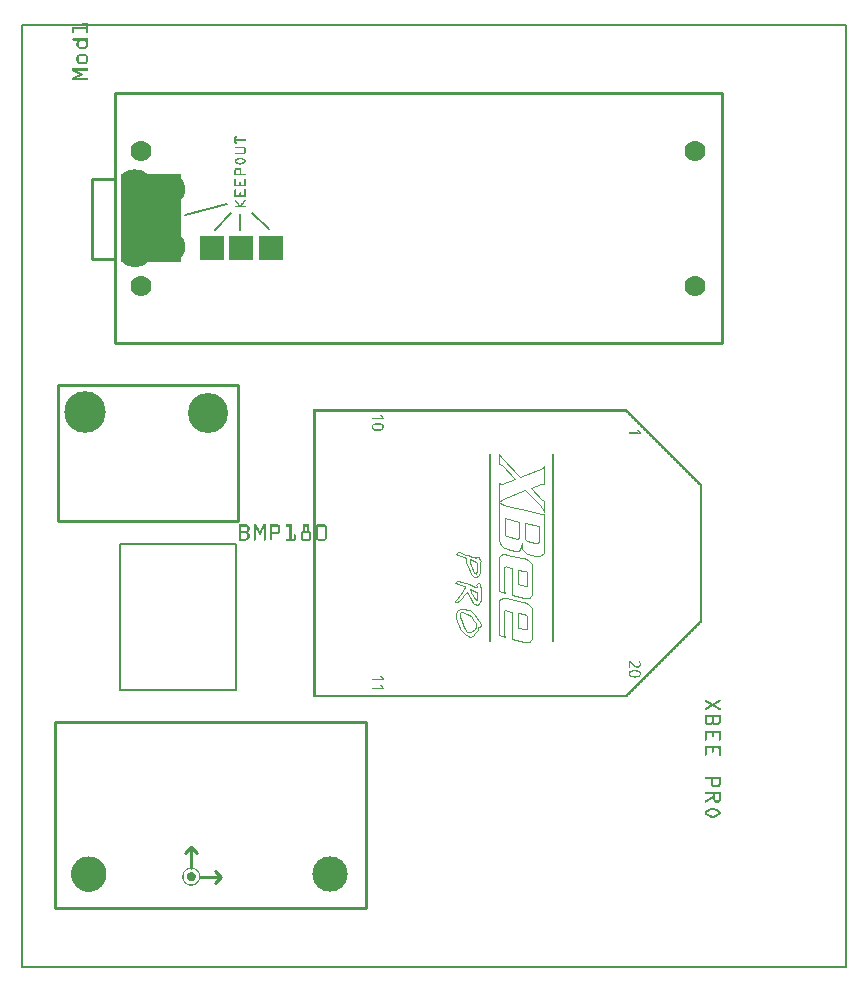
<source format=gto>
G04 MADE WITH FRITZING*
G04 WWW.FRITZING.ORG*
G04 SINGLE SIDED*
G04 HOLES NOT PLATED*
G04 CONTOUR ON CENTER OF CONTOUR VECTOR*
%FSLAX26Y26*%
%MOIN*%
%ADD10C,0.070000*%
%ADD11C,0.133690*%
%ADD12C,0.138554*%
%ADD13C,0.118110*%
%ADD14R,0.085497X0.276407X0.065497X0.256407*%
%ADD15C,0.010000*%
%ADD16R,2.031540X0.845333X2.011540X0.825333*%
%ADD17R,0.082490X0.082490*%
%ADD18R,0.201240X0.293844*%
%ADD19R,2.755910X3.149610X2.739910X3.133610*%
%ADD20C,0.008000*%
%ADD21R,0.610025X0.462046X0.590025X0.442046*%
%ADD22R,1.043746X0.631250X1.024014X0.611518*%
%ADD23C,0.009866*%
%ADD24R,0.393666X0.492000X0.379778X0.478112*%
%ADD25C,0.006944*%
%ADD26C,0.005000*%
%ADD27C,0.006000*%
%ADD28C,0.004000*%
%ADD29R,0.001000X0.001000*%
%G04SILK1*%
%FSLAX26Y26*%
%MOIN*%
D10*
X401274Y2723846D03*
X401274Y2275441D03*
X2247800Y2723846D03*
X2247800Y2275441D03*
D11*
X623477Y1851040D03*
D12*
X215561Y1853660D03*
D13*
X1030670Y313540D03*
D15*
X239013Y2631712D02*
X314510Y2631712D01*
X314510Y2365305D01*
X239013Y2365305D01*
X239013Y2631712D01*
D02*
X315468Y2919301D02*
X2337008Y2919301D01*
X2337008Y2083968D01*
X315468Y2083968D01*
X315468Y2919301D01*
D02*
D17*
X832776Y2401542D03*
X734859Y2401542D03*
X636942Y2401542D03*
D18*
X433818Y2499927D03*
D20*
X4000Y3145610D02*
X2751910Y3145610D01*
X2751910Y4000D01*
X4000Y4000D01*
X4000Y3145610D01*
D02*
D15*
X125412Y1943950D02*
X725437Y1943950D01*
X725437Y1491904D01*
X125412Y1491904D01*
X125412Y1943950D01*
D02*
D23*
X115950Y822270D02*
X1149830Y822270D01*
X1149830Y200886D01*
X115950Y200886D01*
X115950Y822270D01*
D02*
D25*
X330795Y1413540D02*
X717517Y1413540D01*
X717517Y928484D01*
X330795Y928484D01*
X330795Y1413540D01*
D02*
D26*
X546805Y2511851D02*
X687196Y2547707D01*
D02*
X648535Y2461551D02*
X701652Y2518217D01*
D02*
X828427Y2463326D02*
X771761Y2516443D01*
D02*
X731863Y2462748D02*
X731863Y2515865D01*
D15*
D02*
X568947Y335050D02*
X568947Y405050D01*
D02*
X568947Y405050D02*
X548946Y385050D01*
D02*
X568947Y405050D02*
X588947Y385050D01*
D02*
X598948Y305050D02*
X668951Y305050D01*
D02*
X648950Y325050D02*
X668951Y305050D01*
D02*
X668951Y305050D02*
X648950Y285050D01*
D27*
D02*
X1773490Y1713110D02*
X1773490Y1090320D01*
D02*
X1564550Y1713110D02*
X1564550Y1090320D01*
D28*
D02*
X1746070Y1674740D02*
X1746070Y1614420D01*
D02*
X1746070Y1614420D02*
X1742770Y1614420D01*
D02*
X1742770Y1614420D02*
X1739480Y1616070D01*
D02*
X1739480Y1616070D02*
X1736730Y1614420D01*
D02*
X1736730Y1614420D02*
X1733990Y1614420D01*
D02*
X1733990Y1614420D02*
X1699440Y1600720D01*
D02*
X1699440Y1600720D02*
X1737840Y1561790D01*
D02*
X1737840Y1561790D02*
X1740580Y1559600D01*
D02*
X1740580Y1559600D02*
X1743870Y1557960D01*
D02*
X1743870Y1557960D02*
X1746070Y1557410D01*
D02*
X1746070Y1557410D02*
X1746070Y1522880D01*
D02*
X1746070Y1522880D02*
X1741130Y1530000D01*
D02*
X1741130Y1530000D02*
X1737300Y1535490D01*
D02*
X1737300Y1535490D02*
X1730710Y1543160D01*
D02*
X1730710Y1543160D02*
X1682450Y1594700D01*
D02*
X1682450Y1594700D02*
X1606780Y1563990D01*
D02*
X1606780Y1563990D02*
X1594720Y1555220D01*
D02*
X1594720Y1555220D02*
X1594720Y1553570D01*
D02*
X1594720Y1553570D02*
X1598000Y1550280D01*
D02*
X1598000Y1550280D02*
X1611170Y1545910D01*
D02*
X1611170Y1545910D02*
X1635840Y1539320D01*
D02*
X1635840Y1539320D02*
X1667100Y1531640D01*
D02*
X1667100Y1531640D02*
X1725230Y1517390D01*
D02*
X1725230Y1517390D02*
X1735090Y1515200D01*
D02*
X1735090Y1515200D02*
X1746070Y1515200D01*
D02*
X1746070Y1515200D02*
X1746070Y1390750D01*
D02*
X1746070Y1390750D02*
X1744410Y1384170D01*
D02*
X1744410Y1384170D02*
X1741680Y1379780D01*
D02*
X1741680Y1379780D02*
X1735650Y1376500D01*
D02*
X1735650Y1376500D02*
X1730160Y1374310D01*
D02*
X1730160Y1374310D02*
X1720840Y1374310D01*
D02*
X1720840Y1374310D02*
X1716450Y1375950D01*
D02*
X1716450Y1375950D02*
X1689040Y1382530D01*
D02*
X1689040Y1382530D02*
X1683550Y1384730D01*
D02*
X1683550Y1384730D02*
X1675330Y1392950D01*
D02*
X1675330Y1392950D02*
X1672580Y1399520D01*
D02*
X1672580Y1399520D02*
X1670390Y1408300D01*
D02*
X1670390Y1408300D02*
X1670390Y1419270D01*
D02*
X1670390Y1419270D02*
X1668200Y1403360D01*
D02*
X1668200Y1403360D02*
X1662710Y1391850D01*
D02*
X1662710Y1391850D02*
X1661610Y1391310D01*
D02*
X1661610Y1391310D02*
X1646820Y1391310D01*
D02*
X1646820Y1391310D02*
X1622670Y1397340D01*
D02*
X1622670Y1397340D02*
X1616660Y1401160D01*
D02*
X1616660Y1401160D02*
X1610070Y1402270D01*
D02*
X1610070Y1402270D02*
X1600740Y1410490D01*
D02*
X1600740Y1410490D02*
X1597460Y1417060D01*
D02*
X1597460Y1417060D02*
X1594170Y1427490D01*
D02*
X1594170Y1427490D02*
X1594170Y1617720D01*
D02*
X1594170Y1617720D02*
X1600200Y1614420D01*
D02*
X1600200Y1614420D02*
X1604050Y1614420D01*
D02*
X1604050Y1614420D02*
X1647360Y1631970D01*
D02*
X1647360Y1631970D02*
X1602950Y1677470D01*
D02*
X1602950Y1677470D02*
X1594170Y1682400D01*
D02*
X1594170Y1682400D02*
X1594170Y1714750D01*
D02*
X1594170Y1714750D02*
X1604050Y1701060D01*
D02*
X1604050Y1701060D02*
X1663810Y1637450D01*
D02*
X1663810Y1637450D02*
X1740040Y1668700D01*
D02*
X1740040Y1668700D02*
X1746070Y1674740D01*
D02*
X1727420Y1473530D02*
X1727420Y1423090D01*
D02*
X1727420Y1423090D02*
X1724680Y1418160D01*
D02*
X1724680Y1418160D02*
X1715910Y1417610D01*
D02*
X1715910Y1417610D02*
X1686840Y1425290D01*
D02*
X1686840Y1425290D02*
X1683010Y1426930D01*
D02*
X1683010Y1426930D02*
X1680810Y1430230D01*
D02*
X1680810Y1430230D02*
X1680810Y1485040D01*
D02*
X1680810Y1485040D02*
X1727420Y1473530D01*
D02*
X1661070Y1488880D02*
X1661070Y1438990D01*
D02*
X1661070Y1438990D02*
X1659430Y1434610D01*
D02*
X1659430Y1434610D02*
X1655590Y1431880D01*
D02*
X1655590Y1431880D02*
X1653930Y1431880D01*
D02*
X1653930Y1431880D02*
X1621590Y1440090D01*
D02*
X1621590Y1440090D02*
X1618300Y1442280D01*
D02*
X1618300Y1442280D02*
X1613910Y1446130D01*
D02*
X1613910Y1446130D02*
X1612810Y1448310D01*
D02*
X1612810Y1448310D02*
X1612810Y1501490D01*
D02*
X1612810Y1501490D02*
X1661070Y1488880D01*
D02*
X1656680Y1329350D02*
X1679160Y1325520D01*
D02*
X1679160Y1325520D02*
X1683550Y1323880D01*
D02*
X1683550Y1323880D02*
X1687400Y1321670D01*
D02*
X1687400Y1321670D02*
X1689040Y1318380D01*
D02*
X1689040Y1318380D02*
X1689040Y1279460D01*
D02*
X1689040Y1279460D02*
X1688480Y1277270D01*
D02*
X1688480Y1277270D02*
X1686840Y1275630D01*
D02*
X1686840Y1275630D02*
X1679720Y1275630D01*
D02*
X1679720Y1275630D02*
X1656140Y1281660D01*
D02*
X1656140Y1281660D02*
X1656140Y1328810D01*
D02*
X1656140Y1328810D02*
X1656680Y1329350D01*
D02*
X1594170Y1258630D02*
X1594170Y1367180D01*
D02*
X1594170Y1367180D02*
X1595270Y1371560D01*
D02*
X1595270Y1371560D02*
X1598560Y1375950D01*
D02*
X1598560Y1375950D02*
X1602390Y1378700D01*
D02*
X1602390Y1378700D02*
X1608420Y1380340D01*
D02*
X1608420Y1380340D02*
X1613910Y1380340D01*
D02*
X1613910Y1380340D02*
X1622670Y1379240D01*
D02*
X1622670Y1379240D02*
X1671490Y1368270D01*
D02*
X1671490Y1368270D02*
X1677520Y1366630D01*
D02*
X1677520Y1366630D02*
X1690680Y1360060D01*
D02*
X1690680Y1360060D02*
X1697800Y1355110D01*
D02*
X1697800Y1355110D02*
X1703290Y1346340D01*
D02*
X1703290Y1346340D02*
X1705490Y1339770D01*
D02*
X1705490Y1339770D02*
X1706030Y1336490D01*
D02*
X1706030Y1336490D02*
X1706030Y1250410D01*
D02*
X1706030Y1250410D02*
X1703830Y1244380D01*
D02*
X1703830Y1244380D02*
X1698360Y1237240D01*
D02*
X1698360Y1237240D02*
X1696160Y1235060D01*
D02*
X1696160Y1235060D02*
X1676970Y1235060D01*
D02*
X1676970Y1235060D02*
X1639140Y1244380D01*
D02*
X1639140Y1244380D02*
X1639140Y1334280D01*
D02*
X1639140Y1334280D02*
X1620490Y1338670D01*
D02*
X1620490Y1338670D02*
X1617200Y1339770D01*
D02*
X1617200Y1339770D02*
X1613350Y1339230D01*
D02*
X1613350Y1339230D02*
X1611710Y1337020D01*
D02*
X1611710Y1337020D02*
X1611710Y1258090D01*
D02*
X1611710Y1258090D02*
X1612810Y1250950D01*
D02*
X1612810Y1250950D02*
X1594170Y1258630D01*
D02*
X1656680Y1183520D02*
X1679160Y1179690D01*
D02*
X1679160Y1179690D02*
X1683550Y1178050D01*
D02*
X1683550Y1178050D02*
X1687400Y1175850D01*
D02*
X1687400Y1175850D02*
X1689040Y1172560D01*
D02*
X1689040Y1172560D02*
X1689040Y1133630D01*
D02*
X1689040Y1133630D02*
X1688480Y1131450D01*
D02*
X1688480Y1131450D02*
X1686840Y1129800D01*
D02*
X1686840Y1129800D02*
X1679720Y1129800D01*
D02*
X1679720Y1129800D02*
X1656140Y1135840D01*
D02*
X1656140Y1135840D02*
X1656140Y1182980D01*
D02*
X1656140Y1182980D02*
X1656680Y1183520D01*
D02*
X1594170Y1112810D02*
X1594170Y1221350D01*
D02*
X1594170Y1221350D02*
X1595270Y1225740D01*
D02*
X1595270Y1225740D02*
X1598560Y1230130D01*
D02*
X1598560Y1230130D02*
X1602390Y1232870D01*
D02*
X1602390Y1232870D02*
X1608420Y1234520D01*
D02*
X1608420Y1234520D02*
X1613910Y1234520D01*
D02*
X1613910Y1234520D02*
X1622670Y1233410D01*
D02*
X1622670Y1233410D02*
X1671490Y1222450D01*
D02*
X1671490Y1222450D02*
X1677520Y1220810D01*
D02*
X1677520Y1220810D02*
X1690680Y1214230D01*
D02*
X1690680Y1214230D02*
X1697800Y1209300D01*
D02*
X1697800Y1209300D02*
X1703290Y1200520D01*
D02*
X1703290Y1200520D02*
X1705490Y1193950D01*
D02*
X1705490Y1193950D02*
X1706030Y1190660D01*
D02*
X1706030Y1190660D02*
X1706030Y1104570D01*
D02*
X1706030Y1104570D02*
X1703830Y1098560D01*
D02*
X1703830Y1098560D02*
X1698360Y1091420D01*
D02*
X1698360Y1091420D02*
X1696160Y1089230D01*
D02*
X1696160Y1089230D02*
X1676970Y1089230D01*
D02*
X1676970Y1089230D02*
X1639140Y1098560D01*
D02*
X1639140Y1098560D02*
X1639140Y1188460D01*
D02*
X1639140Y1188460D02*
X1620490Y1192840D01*
D02*
X1620490Y1192840D02*
X1617200Y1193950D01*
D02*
X1617200Y1193950D02*
X1613350Y1193390D01*
D02*
X1613350Y1193390D02*
X1611710Y1191200D01*
D02*
X1611710Y1191200D02*
X1611710Y1112250D01*
D02*
X1611710Y1112250D02*
X1612810Y1105130D01*
D02*
X1612810Y1105130D02*
X1594170Y1112810D01*
D02*
X1526170Y1371560D02*
X1526170Y1366630D01*
D02*
X1526170Y1366630D02*
X1529470Y1362240D01*
D02*
X1529470Y1362240D02*
X1533850Y1357850D01*
D02*
X1533850Y1357850D02*
X1531110Y1352920D01*
D02*
X1531110Y1352920D02*
X1531110Y1333180D01*
D02*
X1531110Y1333180D02*
X1529470Y1317290D01*
D02*
X1529470Y1317290D02*
X1522890Y1306320D01*
D02*
X1522890Y1306320D02*
X1517940Y1303590D01*
D02*
X1517940Y1303590D02*
X1515760Y1303590D01*
D02*
X1515760Y1303590D02*
X1510810Y1305770D01*
D02*
X1510810Y1305770D02*
X1506980Y1309060D01*
D02*
X1506980Y1309060D02*
X1502590Y1315640D01*
D02*
X1502590Y1315640D02*
X1490530Y1339770D01*
D02*
X1490530Y1339770D02*
X1485600Y1352380D01*
D02*
X1485600Y1352380D02*
X1483390Y1362240D01*
D02*
X1483390Y1362240D02*
X1482850Y1365530D01*
D02*
X1482850Y1365530D02*
X1482850Y1369380D01*
D02*
X1482850Y1369380D02*
X1477920Y1371020D01*
D02*
X1477920Y1371020D02*
X1468040Y1374310D01*
D02*
X1468040Y1374310D02*
X1459270Y1377050D01*
D02*
X1459270Y1377050D02*
X1455430Y1379240D01*
D02*
X1455430Y1379240D02*
X1453250Y1380340D01*
D02*
X1453250Y1380340D02*
X1452150Y1382530D01*
D02*
X1452150Y1382530D02*
X1453790Y1385270D01*
D02*
X1453790Y1385270D02*
X1457080Y1387460D01*
D02*
X1457080Y1387460D02*
X1460910Y1387460D01*
D02*
X1460910Y1387460D02*
X1465300Y1386360D01*
D02*
X1465300Y1386360D02*
X1475720Y1381430D01*
D02*
X1475720Y1381430D02*
X1483390Y1378140D01*
D02*
X1483390Y1378140D02*
X1490530Y1377050D01*
D02*
X1490530Y1377050D02*
X1497100Y1375410D01*
D02*
X1497100Y1375410D02*
X1505880Y1372660D01*
D02*
X1505880Y1372660D02*
X1512470Y1369920D01*
D02*
X1512470Y1369920D02*
X1516860Y1367180D01*
D02*
X1516860Y1367180D02*
X1516860Y1371560D01*
D02*
X1516860Y1371560D02*
X1526170Y1371560D01*
D02*
X1520150Y1352380D02*
X1520150Y1324410D01*
D02*
X1520150Y1324410D02*
X1517400Y1317840D01*
D02*
X1517400Y1317840D02*
X1516300Y1316200D01*
D02*
X1516300Y1316200D02*
X1514650Y1316740D01*
D02*
X1514650Y1316740D02*
X1512470Y1319490D01*
D02*
X1512470Y1319490D02*
X1508080Y1328250D01*
D02*
X1508080Y1328250D02*
X1503150Y1335380D01*
D02*
X1503150Y1335380D02*
X1500400Y1345250D01*
D02*
X1500400Y1345250D02*
X1497660Y1352380D01*
D02*
X1497660Y1352380D02*
X1497100Y1356770D01*
D02*
X1497100Y1356770D02*
X1497100Y1363340D01*
D02*
X1497100Y1363340D02*
X1517400Y1353480D01*
D02*
X1517400Y1353480D02*
X1520150Y1352380D01*
D02*
X1517400Y1278370D02*
X1519590Y1280020D01*
D02*
X1519590Y1280020D02*
X1521230Y1282750D01*
D02*
X1521230Y1282750D02*
X1523430Y1283850D01*
D02*
X1523430Y1283850D02*
X1526720Y1283290D01*
D02*
X1526720Y1283290D02*
X1530010Y1280020D01*
D02*
X1530010Y1280020D02*
X1532210Y1273990D01*
D02*
X1532210Y1273990D02*
X1534950Y1266850D01*
D02*
X1534950Y1266850D02*
X1534950Y1235060D01*
D02*
X1534950Y1235060D02*
X1533290Y1228480D01*
D02*
X1533290Y1228480D02*
X1530560Y1220810D01*
D02*
X1530560Y1220810D02*
X1527820Y1216410D01*
D02*
X1527820Y1216410D02*
X1523430Y1212570D01*
D02*
X1523430Y1212570D02*
X1520680Y1211490D01*
D02*
X1520680Y1211490D02*
X1515760Y1214230D01*
D02*
X1515760Y1214230D02*
X1511370Y1214230D01*
D02*
X1511370Y1214230D02*
X1506980Y1218620D01*
D02*
X1506980Y1218620D02*
X1503150Y1224640D01*
D02*
X1503150Y1224640D02*
X1497660Y1236700D01*
D02*
X1497660Y1236700D02*
X1490530Y1248210D01*
D02*
X1490530Y1248210D02*
X1487240Y1253700D01*
D02*
X1487240Y1253700D02*
X1479020Y1245480D01*
D02*
X1479020Y1245480D02*
X1471890Y1235060D01*
D02*
X1471890Y1235060D02*
X1465850Y1227380D01*
D02*
X1465850Y1227380D02*
X1460370Y1222990D01*
D02*
X1460370Y1222990D02*
X1454880Y1220810D01*
D02*
X1454880Y1220810D02*
X1451590Y1220250D01*
D02*
X1451590Y1220250D02*
X1448310Y1221890D01*
D02*
X1448310Y1221890D02*
X1447760Y1223550D01*
D02*
X1447760Y1223550D02*
X1451050Y1227920D01*
D02*
X1451050Y1227920D02*
X1468040Y1249310D01*
D02*
X1468040Y1249310D02*
X1481750Y1269590D01*
D02*
X1481750Y1269590D02*
X1481750Y1273430D01*
D02*
X1481750Y1273430D02*
X1477920Y1274520D01*
D02*
X1477920Y1274520D02*
X1466960Y1278370D01*
D02*
X1466960Y1278370D02*
X1457080Y1281660D01*
D02*
X1457080Y1281660D02*
X1451590Y1283850D01*
D02*
X1451590Y1283850D02*
X1448310Y1283850D01*
D02*
X1448310Y1283850D02*
X1453790Y1289880D01*
D02*
X1453790Y1289880D02*
X1462010Y1290420D01*
D02*
X1462010Y1290420D02*
X1467500Y1289340D01*
D02*
X1467500Y1289340D02*
X1485040Y1284390D01*
D02*
X1485040Y1284390D02*
X1494920Y1281660D01*
D02*
X1494920Y1281660D02*
X1508620Y1275630D01*
D02*
X1508620Y1275630D02*
X1515760Y1271780D01*
D02*
X1515760Y1271780D02*
X1519590Y1270140D01*
D02*
X1519590Y1270140D02*
X1520150Y1273990D01*
D02*
X1520150Y1273990D02*
X1516860Y1278370D01*
D02*
X1516860Y1278370D02*
X1517400Y1278370D01*
D02*
X1521790Y1254800D02*
X1521790Y1235060D01*
D02*
X1521790Y1235060D02*
X1520680Y1228480D01*
D02*
X1520680Y1228480D02*
X1517400Y1226840D01*
D02*
X1517400Y1226840D02*
X1516300Y1230660D01*
D02*
X1516300Y1230660D02*
X1510810Y1236160D01*
D02*
X1510810Y1236160D02*
X1506420Y1243820D01*
D02*
X1506420Y1243820D02*
X1502590Y1250950D01*
D02*
X1502590Y1250950D02*
X1500950Y1259170D01*
D02*
X1500950Y1259170D02*
X1497660Y1265750D01*
D02*
X1497660Y1265750D02*
X1516300Y1255340D01*
D02*
X1516300Y1255340D02*
X1521790Y1254800D01*
D02*
X1516300Y1152820D02*
X1516300Y1139120D01*
D02*
X1516300Y1139120D02*
X1514110Y1132530D01*
D02*
X1514110Y1132530D02*
X1501510Y1120480D01*
D02*
X1501510Y1120480D02*
X1488340Y1120480D01*
D02*
X1488340Y1120480D02*
X1480650Y1131450D01*
D02*
X1480650Y1131450D02*
X1474080Y1142950D01*
D02*
X1474080Y1142950D02*
X1469690Y1156660D01*
D02*
X1469690Y1156660D02*
X1464750Y1169810D01*
D02*
X1464750Y1169810D02*
X1464210Y1182980D01*
D02*
X1464210Y1182980D02*
X1466960Y1187910D01*
D02*
X1466960Y1187910D02*
X1472430Y1187370D01*
D02*
X1472430Y1187370D02*
X1488340Y1182420D01*
D02*
X1488340Y1182420D02*
X1500950Y1173100D01*
D02*
X1500950Y1173100D02*
X1511910Y1158850D01*
D02*
X1511910Y1158850D02*
X1516300Y1152820D01*
D02*
X1534950Y1146800D02*
X1532750Y1141310D01*
D02*
X1532750Y1141310D02*
X1528360Y1137480D01*
D02*
X1528360Y1137480D02*
X1525620Y1136920D01*
D02*
X1525620Y1136920D02*
X1523430Y1129240D01*
D02*
X1523430Y1129240D02*
X1515760Y1118280D01*
D02*
X1515760Y1118280D02*
X1508080Y1108960D01*
D02*
X1508080Y1108960D02*
X1497660Y1106230D01*
D02*
X1497660Y1106230D02*
X1490530Y1107310D01*
D02*
X1490530Y1107310D02*
X1479570Y1113350D01*
D02*
X1479570Y1113350D02*
X1471330Y1123770D01*
D02*
X1471330Y1123770D02*
X1463660Y1131450D01*
D02*
X1463660Y1131450D02*
X1460370Y1145700D01*
D02*
X1460370Y1145700D02*
X1453790Y1156120D01*
D02*
X1453790Y1156120D02*
X1451590Y1172020D01*
D02*
X1451590Y1172020D02*
X1451590Y1184620D01*
D02*
X1451590Y1184620D02*
X1457640Y1193950D01*
D02*
X1457640Y1193950D02*
X1468040Y1199420D01*
D02*
X1468040Y1199420D02*
X1479020Y1198880D01*
D02*
X1479020Y1198880D02*
X1492170Y1196130D01*
D02*
X1492170Y1196130D02*
X1496560Y1194490D01*
D02*
X1496560Y1194490D02*
X1511370Y1179690D01*
D02*
X1511370Y1179690D02*
X1528920Y1158850D01*
D02*
X1528920Y1158850D02*
X1534950Y1147340D01*
D29*
X205500Y3149110D02*
X224500Y3149110D01*
X205500Y3148110D02*
X224500Y3148110D01*
X205500Y3147110D02*
X225500Y3147110D01*
X205500Y3146110D02*
X225500Y3146110D01*
X206500Y3145110D02*
X225500Y3145110D01*
X207500Y3144110D02*
X225500Y3144110D01*
X219500Y3143110D02*
X225500Y3143110D01*
X219500Y3142110D02*
X225500Y3142110D01*
X219500Y3141110D02*
X225500Y3141110D01*
X219500Y3140110D02*
X225500Y3140110D01*
X219500Y3139110D02*
X225500Y3139110D01*
X219500Y3138110D02*
X225500Y3138110D01*
X218500Y3137110D02*
X225500Y3137110D01*
X171500Y3136110D02*
X225500Y3136110D01*
X171500Y3135110D02*
X225500Y3135110D01*
X171500Y3134110D02*
X225500Y3134110D01*
X171500Y3133110D02*
X225500Y3133110D01*
X171500Y3132110D02*
X225500Y3132110D01*
X171500Y3131110D02*
X225500Y3131110D01*
X171500Y3130110D02*
X225500Y3130110D01*
X171500Y3129110D02*
X177500Y3129110D01*
X219500Y3129110D02*
X225500Y3129110D01*
X171500Y3128110D02*
X177500Y3128110D01*
X219500Y3128110D02*
X225500Y3128110D01*
X171500Y3127110D02*
X177500Y3127110D01*
X219500Y3127110D02*
X225500Y3127110D01*
X171500Y3126110D02*
X177500Y3126110D01*
X219500Y3126110D02*
X225500Y3126110D01*
X171500Y3125110D02*
X177500Y3125110D01*
X219500Y3125110D02*
X225500Y3125110D01*
X171500Y3124110D02*
X177500Y3124110D01*
X219500Y3124110D02*
X225500Y3124110D01*
X171500Y3123110D02*
X177500Y3123110D01*
X219500Y3123110D02*
X225500Y3123110D01*
X171500Y3122110D02*
X177500Y3122110D01*
X219500Y3122110D02*
X225500Y3122110D01*
X171500Y3121110D02*
X177500Y3121110D01*
X219500Y3121110D02*
X225500Y3121110D01*
X171500Y3120110D02*
X177500Y3120110D01*
X219500Y3120110D02*
X225500Y3120110D01*
X172500Y3119110D02*
X177500Y3119110D01*
X219500Y3119110D02*
X224500Y3119110D01*
X172500Y3118110D02*
X177500Y3118110D01*
X219500Y3118110D02*
X224500Y3118110D01*
X173500Y3117110D02*
X176500Y3117110D01*
X220500Y3117110D02*
X223500Y3117110D01*
X173500Y3099110D02*
X223500Y3099110D01*
X172500Y3098110D02*
X224500Y3098110D01*
X172500Y3097110D02*
X224500Y3097110D01*
X172500Y3096110D02*
X225500Y3096110D01*
X172500Y3095110D02*
X224500Y3095110D01*
X172500Y3094110D02*
X224500Y3094110D01*
X173500Y3093110D02*
X223500Y3093110D01*
X191500Y3092110D02*
X199500Y3092110D01*
X212500Y3092110D02*
X220500Y3092110D01*
X190500Y3091110D02*
X198500Y3091110D01*
X213500Y3091110D02*
X221500Y3091110D01*
X189500Y3090110D02*
X197500Y3090110D01*
X214500Y3090110D02*
X222500Y3090110D01*
X188500Y3089110D02*
X196500Y3089110D01*
X214500Y3089110D02*
X223500Y3089110D01*
X188500Y3088110D02*
X195500Y3088110D01*
X215500Y3088110D02*
X223500Y3088110D01*
X187500Y3087110D02*
X195500Y3087110D01*
X216500Y3087110D02*
X224500Y3087110D01*
X187500Y3086110D02*
X194500Y3086110D01*
X217500Y3086110D02*
X224500Y3086110D01*
X186500Y3085110D02*
X193500Y3085110D01*
X218500Y3085110D02*
X224500Y3085110D01*
X186500Y3084110D02*
X192500Y3084110D01*
X218500Y3084110D02*
X224500Y3084110D01*
X186500Y3083110D02*
X192500Y3083110D01*
X219500Y3083110D02*
X225500Y3083110D01*
X186500Y3082110D02*
X192500Y3082110D01*
X219500Y3082110D02*
X225500Y3082110D01*
X186500Y3081110D02*
X192500Y3081110D01*
X219500Y3081110D02*
X225500Y3081110D01*
X186500Y3080110D02*
X192500Y3080110D01*
X219500Y3080110D02*
X225500Y3080110D01*
X186500Y3079110D02*
X192500Y3079110D01*
X219500Y3079110D02*
X225500Y3079110D01*
X186500Y3078110D02*
X192500Y3078110D01*
X219500Y3078110D02*
X225500Y3078110D01*
X186500Y3077110D02*
X192500Y3077110D01*
X218500Y3077110D02*
X225500Y3077110D01*
X186500Y3076110D02*
X193500Y3076110D01*
X218500Y3076110D02*
X224500Y3076110D01*
X187500Y3075110D02*
X193500Y3075110D01*
X217500Y3075110D02*
X224500Y3075110D01*
X187500Y3074110D02*
X194500Y3074110D01*
X217500Y3074110D02*
X224500Y3074110D01*
X187500Y3073110D02*
X195500Y3073110D01*
X215500Y3073110D02*
X223500Y3073110D01*
X188500Y3072110D02*
X197500Y3072110D01*
X213500Y3072110D02*
X223500Y3072110D01*
X189500Y3071110D02*
X222500Y3071110D01*
X190500Y3070110D02*
X221500Y3070110D01*
X190500Y3069110D02*
X220500Y3069110D01*
X191500Y3068110D02*
X219500Y3068110D01*
X192500Y3067110D02*
X218500Y3067110D01*
X194500Y3066110D02*
X217500Y3066110D01*
X198500Y3065110D02*
X214500Y3065110D01*
X198500Y3048110D02*
X213500Y3048110D01*
X195500Y3047110D02*
X216500Y3047110D01*
X193500Y3046110D02*
X218500Y3046110D01*
X191500Y3045110D02*
X219500Y3045110D01*
X190500Y3044110D02*
X220500Y3044110D01*
X189500Y3043110D02*
X221500Y3043110D01*
X189500Y3042110D02*
X222500Y3042110D01*
X188500Y3041110D02*
X197500Y3041110D01*
X213500Y3041110D02*
X223500Y3041110D01*
X188500Y3040110D02*
X195500Y3040110D01*
X215500Y3040110D02*
X223500Y3040110D01*
X187500Y3039110D02*
X194500Y3039110D01*
X217500Y3039110D02*
X224500Y3039110D01*
X187500Y3038110D02*
X193500Y3038110D01*
X217500Y3038110D02*
X224500Y3038110D01*
X186500Y3037110D02*
X193500Y3037110D01*
X218500Y3037110D02*
X224500Y3037110D01*
X186500Y3036110D02*
X192500Y3036110D01*
X218500Y3036110D02*
X225500Y3036110D01*
X186500Y3035110D02*
X192500Y3035110D01*
X219500Y3035110D02*
X225500Y3035110D01*
X186500Y3034110D02*
X192500Y3034110D01*
X219500Y3034110D02*
X225500Y3034110D01*
X186500Y3033110D02*
X192500Y3033110D01*
X219500Y3033110D02*
X225500Y3033110D01*
X186500Y3032110D02*
X192500Y3032110D01*
X219500Y3032110D02*
X225500Y3032110D01*
X186500Y3031110D02*
X192500Y3031110D01*
X219500Y3031110D02*
X225500Y3031110D01*
X186500Y3030110D02*
X192500Y3030110D01*
X219500Y3030110D02*
X225500Y3030110D01*
X186500Y3029110D02*
X192500Y3029110D01*
X219500Y3029110D02*
X225500Y3029110D01*
X186500Y3028110D02*
X192500Y3028110D01*
X219500Y3028110D02*
X225500Y3028110D01*
X186500Y3027110D02*
X192500Y3027110D01*
X219500Y3027110D02*
X225500Y3027110D01*
X186500Y3026110D02*
X192500Y3026110D01*
X218500Y3026110D02*
X225500Y3026110D01*
X186500Y3025110D02*
X193500Y3025110D01*
X218500Y3025110D02*
X224500Y3025110D01*
X187500Y3024110D02*
X193500Y3024110D01*
X218500Y3024110D02*
X224500Y3024110D01*
X187500Y3023110D02*
X194500Y3023110D01*
X217500Y3023110D02*
X224500Y3023110D01*
X187500Y3022110D02*
X195500Y3022110D01*
X216500Y3022110D02*
X223500Y3022110D01*
X188500Y3021110D02*
X196500Y3021110D01*
X214500Y3021110D02*
X223500Y3021110D01*
X188500Y3020110D02*
X222500Y3020110D01*
X189500Y3019110D02*
X221500Y3019110D01*
X190500Y3018110D02*
X221500Y3018110D01*
X191500Y3017110D02*
X220500Y3017110D01*
X192500Y3016110D02*
X219500Y3016110D01*
X194500Y3015110D02*
X217500Y3015110D01*
X196500Y3014110D02*
X215500Y3014110D01*
X172500Y2999110D02*
X223500Y2999110D01*
X171500Y2998110D02*
X224500Y2998110D01*
X171500Y2997110D02*
X224500Y2997110D01*
X171500Y2996110D02*
X225500Y2996110D01*
X171500Y2995110D02*
X224500Y2995110D01*
X171500Y2994110D02*
X224500Y2994110D01*
X171500Y2993110D02*
X222500Y2993110D01*
X172500Y2992110D02*
X184500Y2992110D01*
X172500Y2991110D02*
X186500Y2991110D01*
X173500Y2990110D02*
X188500Y2990110D01*
X175500Y2989110D02*
X190500Y2989110D01*
X177500Y2988110D02*
X192500Y2988110D01*
X179500Y2987110D02*
X194500Y2987110D01*
X181500Y2986110D02*
X196500Y2986110D01*
X183500Y2985110D02*
X198500Y2985110D01*
X185500Y2984110D02*
X200500Y2984110D01*
X187500Y2983110D02*
X202500Y2983110D01*
X189500Y2982110D02*
X204500Y2982110D01*
X191500Y2981110D02*
X205500Y2981110D01*
X193500Y2980110D02*
X206500Y2980110D01*
X194500Y2979110D02*
X206500Y2979110D01*
X192500Y2978110D02*
X205500Y2978110D01*
X190500Y2977110D02*
X205500Y2977110D01*
X188500Y2976110D02*
X203500Y2976110D01*
X186500Y2975110D02*
X201500Y2975110D01*
X183500Y2974110D02*
X199500Y2974110D01*
X181500Y2973110D02*
X197500Y2973110D01*
X179500Y2972110D02*
X195500Y2972110D01*
X177500Y2971110D02*
X192500Y2971110D01*
X175500Y2970110D02*
X190500Y2970110D01*
X173500Y2969110D02*
X188500Y2969110D01*
X172500Y2968110D02*
X186500Y2968110D01*
X172500Y2967110D02*
X184500Y2967110D01*
X171500Y2966110D02*
X222500Y2966110D01*
X171500Y2965110D02*
X224500Y2965110D01*
X171500Y2964110D02*
X224500Y2964110D01*
X171500Y2963110D02*
X225500Y2963110D01*
X171500Y2962110D02*
X224500Y2962110D01*
X171500Y2961110D02*
X224500Y2961110D01*
X172500Y2960110D02*
X223500Y2960110D01*
X713500Y2773110D02*
X719500Y2773110D01*
X712500Y2772110D02*
X720500Y2772110D01*
X712500Y2771110D02*
X721500Y2771110D01*
X712500Y2770110D02*
X720500Y2770110D01*
X712500Y2769110D02*
X720500Y2769110D01*
X712500Y2768110D02*
X717500Y2768110D01*
X712500Y2767110D02*
X716500Y2767110D01*
X712500Y2766110D02*
X716500Y2766110D01*
X712500Y2765110D02*
X716500Y2765110D01*
X712500Y2764110D02*
X716500Y2764110D01*
X712500Y2763110D02*
X749500Y2763110D01*
X712500Y2762110D02*
X749500Y2762110D01*
X712500Y2761110D02*
X750500Y2761110D01*
X712500Y2760110D02*
X749500Y2760110D01*
X712500Y2759110D02*
X749500Y2759110D01*
X712500Y2758110D02*
X716500Y2758110D01*
X712500Y2757110D02*
X716500Y2757110D01*
X712500Y2756110D02*
X716500Y2756110D01*
X712500Y2755110D02*
X716500Y2755110D01*
X712500Y2754110D02*
X717500Y2754110D01*
X712500Y2753110D02*
X720500Y2753110D01*
X712500Y2752110D02*
X720500Y2752110D01*
X712500Y2751110D02*
X721500Y2751110D01*
X712500Y2750110D02*
X720500Y2750110D01*
X713500Y2749110D02*
X719500Y2749110D01*
X713500Y2737110D02*
X746500Y2737110D01*
X713500Y2736110D02*
X747500Y2736110D01*
X713500Y2735110D02*
X748500Y2735110D01*
X713500Y2734110D02*
X749500Y2734110D01*
X743500Y2733110D02*
X749500Y2733110D01*
X745500Y2732110D02*
X750500Y2732110D01*
X746500Y2731110D02*
X750500Y2731110D01*
X746500Y2730110D02*
X750500Y2730110D01*
X746500Y2729110D02*
X750500Y2729110D01*
X746500Y2728110D02*
X750500Y2728110D01*
X746500Y2727110D02*
X750500Y2727110D01*
X746500Y2726110D02*
X750500Y2726110D01*
X746500Y2725110D02*
X750500Y2725110D01*
X746500Y2724110D02*
X750500Y2724110D01*
X746500Y2723110D02*
X750500Y2723110D01*
X746500Y2722110D02*
X750500Y2722110D01*
X746500Y2721110D02*
X750500Y2721110D01*
X745500Y2720110D02*
X750500Y2720110D01*
X745500Y2719110D02*
X749500Y2719110D01*
X714500Y2718110D02*
X749500Y2718110D01*
X713500Y2717110D02*
X748500Y2717110D01*
X713500Y2716110D02*
X748500Y2716110D01*
X713500Y2715110D02*
X747500Y2715110D01*
X714500Y2714110D02*
X745500Y2714110D01*
X728500Y2702110D02*
X734500Y2702110D01*
X726500Y2701110D02*
X737500Y2701110D01*
X724500Y2700110D02*
X739500Y2700110D01*
X722500Y2699110D02*
X741500Y2699110D01*
X720500Y2698110D02*
X743500Y2698110D01*
X718500Y2697110D02*
X728500Y2697110D01*
X735500Y2697110D02*
X745500Y2697110D01*
X716500Y2696110D02*
X726500Y2696110D01*
X737500Y2696110D02*
X746500Y2696110D01*
X714500Y2695110D02*
X724500Y2695110D01*
X739500Y2695110D02*
X748500Y2695110D01*
X714500Y2694110D02*
X722500Y2694110D01*
X741500Y2694110D02*
X749500Y2694110D01*
X713500Y2693110D02*
X720500Y2693110D01*
X743500Y2693110D02*
X749500Y2693110D01*
X713500Y2692110D02*
X718500Y2692110D01*
X745500Y2692110D02*
X749500Y2692110D01*
X713500Y2691110D02*
X717500Y2691110D01*
X746500Y2691110D02*
X750500Y2691110D01*
X713500Y2690110D02*
X717500Y2690110D01*
X746500Y2690110D02*
X750500Y2690110D01*
X713500Y2689110D02*
X718500Y2689110D01*
X745500Y2689110D02*
X749500Y2689110D01*
X713500Y2688110D02*
X720500Y2688110D01*
X743500Y2688110D02*
X749500Y2688110D01*
X714500Y2687110D02*
X722500Y2687110D01*
X741500Y2687110D02*
X749500Y2687110D01*
X714500Y2686110D02*
X724500Y2686110D01*
X739500Y2686110D02*
X748500Y2686110D01*
X716500Y2685110D02*
X726500Y2685110D01*
X737500Y2685110D02*
X747500Y2685110D01*
X717500Y2684110D02*
X728500Y2684110D01*
X735500Y2684110D02*
X745500Y2684110D01*
X719500Y2683110D02*
X743500Y2683110D01*
X721500Y2682110D02*
X741500Y2682110D01*
X723500Y2681110D02*
X739500Y2681110D01*
X725500Y2680110D02*
X737500Y2680110D01*
X728500Y2679110D02*
X734500Y2679110D01*
X717500Y2667110D02*
X730500Y2667110D01*
X716500Y2666110D02*
X732500Y2666110D01*
X714500Y2665110D02*
X733500Y2665110D01*
X714500Y2664110D02*
X734500Y2664110D01*
X375500Y2663110D02*
X385500Y2663110D01*
X713500Y2663110D02*
X734500Y2663110D01*
X367500Y2662110D02*
X393500Y2662110D01*
X713500Y2662110D02*
X718500Y2662110D01*
X730500Y2662110D02*
X735500Y2662110D01*
X363500Y2661110D02*
X398500Y2661110D01*
X713500Y2661110D02*
X717500Y2661110D01*
X731500Y2661110D02*
X735500Y2661110D01*
X359500Y2660110D02*
X401500Y2660110D01*
X712500Y2660110D02*
X716500Y2660110D01*
X731500Y2660110D02*
X735500Y2660110D01*
X357500Y2659110D02*
X404500Y2659110D01*
X712500Y2659110D02*
X716500Y2659110D01*
X731500Y2659110D02*
X735500Y2659110D01*
X354500Y2658110D02*
X406500Y2658110D01*
X712500Y2658110D02*
X716500Y2658110D01*
X731500Y2658110D02*
X735500Y2658110D01*
X352500Y2657110D02*
X408500Y2657110D01*
X712500Y2657110D02*
X716500Y2657110D01*
X731500Y2657110D02*
X735500Y2657110D01*
X350500Y2656110D02*
X410500Y2656110D01*
X712500Y2656110D02*
X716500Y2656110D01*
X731500Y2656110D02*
X735500Y2656110D01*
X349500Y2655110D02*
X412500Y2655110D01*
X712500Y2655110D02*
X716500Y2655110D01*
X731500Y2655110D02*
X735500Y2655110D01*
X347500Y2654110D02*
X414500Y2654110D01*
X712500Y2654110D02*
X716500Y2654110D01*
X731500Y2654110D02*
X735500Y2654110D01*
X346500Y2653110D02*
X415500Y2653110D01*
X712500Y2653110D02*
X716500Y2653110D01*
X731500Y2653110D02*
X735500Y2653110D01*
X344500Y2652110D02*
X416500Y2652110D01*
X712500Y2652110D02*
X716500Y2652110D01*
X731500Y2652110D02*
X735500Y2652110D01*
X343500Y2651110D02*
X417500Y2651110D01*
X712500Y2651110D02*
X716500Y2651110D01*
X731500Y2651110D02*
X735500Y2651110D01*
X342500Y2650110D02*
X418500Y2650110D01*
X712500Y2650110D02*
X716500Y2650110D01*
X731500Y2650110D02*
X735500Y2650110D01*
X341500Y2649110D02*
X419500Y2649110D01*
X712500Y2649110D02*
X716500Y2649110D01*
X731500Y2649110D02*
X735500Y2649110D01*
X341500Y2648110D02*
X420500Y2648110D01*
X712500Y2648110D02*
X717500Y2648110D01*
X731500Y2648110D02*
X736500Y2648110D01*
X340500Y2647110D02*
X421500Y2647110D01*
X712500Y2647110D02*
X749500Y2647110D01*
X339500Y2646110D02*
X421500Y2646110D01*
X712500Y2646110D02*
X750500Y2646110D01*
X339500Y2645110D02*
X422500Y2645110D01*
X712500Y2645110D02*
X750500Y2645110D01*
X338500Y2644110D02*
X422500Y2644110D01*
X712500Y2644110D02*
X749500Y2644110D01*
X338500Y2643110D02*
X423500Y2643110D01*
X338500Y2642110D02*
X423500Y2642110D01*
X337500Y2641110D02*
X423500Y2641110D01*
X337500Y2640110D02*
X423500Y2640110D01*
X337500Y2639110D02*
X423500Y2639110D01*
X509500Y2639110D02*
X518500Y2639110D01*
X337500Y2638110D02*
X423500Y2638110D01*
X505500Y2638110D02*
X522500Y2638110D01*
X337500Y2637110D02*
X423500Y2637110D01*
X503500Y2637110D02*
X525500Y2637110D01*
X337500Y2636110D02*
X423500Y2636110D01*
X500500Y2636110D02*
X527500Y2636110D01*
X337500Y2635110D02*
X423500Y2635110D01*
X499500Y2635110D02*
X529500Y2635110D01*
X338500Y2634110D02*
X423500Y2634110D01*
X497500Y2634110D02*
X530500Y2634110D01*
X338500Y2633110D02*
X423500Y2633110D01*
X496500Y2633110D02*
X532500Y2633110D01*
X338500Y2632110D02*
X422500Y2632110D01*
X495500Y2632110D02*
X533500Y2632110D01*
X714500Y2632110D02*
X715500Y2632110D01*
X748500Y2632110D02*
X748500Y2632110D01*
X339500Y2631110D02*
X422500Y2631110D01*
X493500Y2631110D02*
X534500Y2631110D01*
X713500Y2631110D02*
X716500Y2631110D01*
X746500Y2631110D02*
X749500Y2631110D01*
X339500Y2630110D02*
X421500Y2630110D01*
X492500Y2630110D02*
X535500Y2630110D01*
X713500Y2630110D02*
X716500Y2630110D01*
X746500Y2630110D02*
X750500Y2630110D01*
X340500Y2629110D02*
X420500Y2629110D01*
X491500Y2629110D02*
X536500Y2629110D01*
X712500Y2629110D02*
X716500Y2629110D01*
X746500Y2629110D02*
X750500Y2629110D01*
X341500Y2628110D02*
X420500Y2628110D01*
X490500Y2628110D02*
X537500Y2628110D01*
X712500Y2628110D02*
X716500Y2628110D01*
X746500Y2628110D02*
X750500Y2628110D01*
X342500Y2627110D02*
X419500Y2627110D01*
X490500Y2627110D02*
X538500Y2627110D01*
X712500Y2627110D02*
X716500Y2627110D01*
X746500Y2627110D02*
X750500Y2627110D01*
X342500Y2626110D02*
X418500Y2626110D01*
X489500Y2626110D02*
X539500Y2626110D01*
X712500Y2626110D02*
X716500Y2626110D01*
X746500Y2626110D02*
X750500Y2626110D01*
X344500Y2625110D02*
X417500Y2625110D01*
X488500Y2625110D02*
X539500Y2625110D01*
X712500Y2625110D02*
X716500Y2625110D01*
X746500Y2625110D02*
X750500Y2625110D01*
X345500Y2624110D02*
X416500Y2624110D01*
X487500Y2624110D02*
X540500Y2624110D01*
X712500Y2624110D02*
X716500Y2624110D01*
X746500Y2624110D02*
X750500Y2624110D01*
X346500Y2623110D02*
X415500Y2623110D01*
X487500Y2623110D02*
X541500Y2623110D01*
X712500Y2623110D02*
X716500Y2623110D01*
X746500Y2623110D02*
X750500Y2623110D01*
X347500Y2622110D02*
X413500Y2622110D01*
X486500Y2622110D02*
X541500Y2622110D01*
X712500Y2622110D02*
X716500Y2622110D01*
X730500Y2622110D02*
X732500Y2622110D01*
X746500Y2622110D02*
X750500Y2622110D01*
X349500Y2621110D02*
X412500Y2621110D01*
X485500Y2621110D02*
X542500Y2621110D01*
X712500Y2621110D02*
X716500Y2621110D01*
X729500Y2621110D02*
X733500Y2621110D01*
X746500Y2621110D02*
X750500Y2621110D01*
X350500Y2620110D02*
X410500Y2620110D01*
X485500Y2620110D02*
X542500Y2620110D01*
X712500Y2620110D02*
X716500Y2620110D01*
X729500Y2620110D02*
X733500Y2620110D01*
X746500Y2620110D02*
X750500Y2620110D01*
X352500Y2619110D02*
X408500Y2619110D01*
X484500Y2619110D02*
X543500Y2619110D01*
X712500Y2619110D02*
X716500Y2619110D01*
X729500Y2619110D02*
X733500Y2619110D01*
X746500Y2619110D02*
X750500Y2619110D01*
X354500Y2618110D02*
X406500Y2618110D01*
X484500Y2618110D02*
X543500Y2618110D01*
X712500Y2618110D02*
X716500Y2618110D01*
X729500Y2618110D02*
X733500Y2618110D01*
X746500Y2618110D02*
X750500Y2618110D01*
X357500Y2617110D02*
X404500Y2617110D01*
X483500Y2617110D02*
X544500Y2617110D01*
X712500Y2617110D02*
X716500Y2617110D01*
X729500Y2617110D02*
X733500Y2617110D01*
X746500Y2617110D02*
X750500Y2617110D01*
X360500Y2616110D02*
X401500Y2616110D01*
X483500Y2616110D02*
X544500Y2616110D01*
X712500Y2616110D02*
X716500Y2616110D01*
X729500Y2616110D02*
X733500Y2616110D01*
X746500Y2616110D02*
X750500Y2616110D01*
X363500Y2615110D02*
X397500Y2615110D01*
X483500Y2615110D02*
X545500Y2615110D01*
X712500Y2615110D02*
X716500Y2615110D01*
X729500Y2615110D02*
X733500Y2615110D01*
X746500Y2615110D02*
X750500Y2615110D01*
X368500Y2614110D02*
X393500Y2614110D01*
X482500Y2614110D02*
X545500Y2614110D01*
X712500Y2614110D02*
X716500Y2614110D01*
X729500Y2614110D02*
X733500Y2614110D01*
X746500Y2614110D02*
X750500Y2614110D01*
X377500Y2613110D02*
X383500Y2613110D01*
X482500Y2613110D02*
X545500Y2613110D01*
X712500Y2613110D02*
X717500Y2613110D01*
X729500Y2613110D02*
X733500Y2613110D01*
X746500Y2613110D02*
X750500Y2613110D01*
X482500Y2612110D02*
X546500Y2612110D01*
X712500Y2612110D02*
X750500Y2612110D01*
X481500Y2611110D02*
X546500Y2611110D01*
X712500Y2611110D02*
X750500Y2611110D01*
X481500Y2610110D02*
X546500Y2610110D01*
X712500Y2610110D02*
X750500Y2610110D01*
X481500Y2609110D02*
X547500Y2609110D01*
X712500Y2609110D02*
X750500Y2609110D01*
X480500Y2608110D02*
X547500Y2608110D01*
X713500Y2608110D02*
X750500Y2608110D01*
X480500Y2607110D02*
X547500Y2607110D01*
X480500Y2606110D02*
X547500Y2606110D01*
X480500Y2605110D02*
X547500Y2605110D01*
X480500Y2604110D02*
X548500Y2604110D01*
X480500Y2603110D02*
X548500Y2603110D01*
X480500Y2602110D02*
X548500Y2602110D01*
X479500Y2601110D02*
X548500Y2601110D01*
X479500Y2600110D02*
X548500Y2600110D01*
X479500Y2599110D02*
X548500Y2599110D01*
X479500Y2598110D02*
X548500Y2598110D01*
X479500Y2597110D02*
X548500Y2597110D01*
X479500Y2596110D02*
X548500Y2596110D01*
X713500Y2596110D02*
X716500Y2596110D01*
X746500Y2596110D02*
X749500Y2596110D01*
X479500Y2595110D02*
X548500Y2595110D01*
X713500Y2595110D02*
X716500Y2595110D01*
X746500Y2595110D02*
X750500Y2595110D01*
X479500Y2594110D02*
X548500Y2594110D01*
X712500Y2594110D02*
X716500Y2594110D01*
X746500Y2594110D02*
X750500Y2594110D01*
X479500Y2593110D02*
X548500Y2593110D01*
X712500Y2593110D02*
X716500Y2593110D01*
X746500Y2593110D02*
X750500Y2593110D01*
X479500Y2592110D02*
X548500Y2592110D01*
X712500Y2592110D02*
X716500Y2592110D01*
X746500Y2592110D02*
X750500Y2592110D01*
X479500Y2591110D02*
X548500Y2591110D01*
X712500Y2591110D02*
X716500Y2591110D01*
X746500Y2591110D02*
X750500Y2591110D01*
X480500Y2590110D02*
X548500Y2590110D01*
X712500Y2590110D02*
X716500Y2590110D01*
X746500Y2590110D02*
X750500Y2590110D01*
X480500Y2589110D02*
X548500Y2589110D01*
X712500Y2589110D02*
X716500Y2589110D01*
X746500Y2589110D02*
X750500Y2589110D01*
X480500Y2588110D02*
X547500Y2588110D01*
X712500Y2588110D02*
X716500Y2588110D01*
X746500Y2588110D02*
X750500Y2588110D01*
X480500Y2587110D02*
X547500Y2587110D01*
X712500Y2587110D02*
X716500Y2587110D01*
X731500Y2587110D02*
X731500Y2587110D01*
X746500Y2587110D02*
X750500Y2587110D01*
X480500Y2586110D02*
X547500Y2586110D01*
X712500Y2586110D02*
X716500Y2586110D01*
X730500Y2586110D02*
X733500Y2586110D01*
X746500Y2586110D02*
X750500Y2586110D01*
X480500Y2585110D02*
X547500Y2585110D01*
X712500Y2585110D02*
X716500Y2585110D01*
X729500Y2585110D02*
X733500Y2585110D01*
X746500Y2585110D02*
X750500Y2585110D01*
X481500Y2584110D02*
X547500Y2584110D01*
X712500Y2584110D02*
X716500Y2584110D01*
X729500Y2584110D02*
X733500Y2584110D01*
X746500Y2584110D02*
X750500Y2584110D01*
X481500Y2583110D02*
X546500Y2583110D01*
X712500Y2583110D02*
X716500Y2583110D01*
X729500Y2583110D02*
X733500Y2583110D01*
X746500Y2583110D02*
X750500Y2583110D01*
X481500Y2582110D02*
X546500Y2582110D01*
X712500Y2582110D02*
X716500Y2582110D01*
X729500Y2582110D02*
X733500Y2582110D01*
X746500Y2582110D02*
X750500Y2582110D01*
X482500Y2581110D02*
X546500Y2581110D01*
X712500Y2581110D02*
X716500Y2581110D01*
X729500Y2581110D02*
X733500Y2581110D01*
X746500Y2581110D02*
X750500Y2581110D01*
X482500Y2580110D02*
X546500Y2580110D01*
X712500Y2580110D02*
X716500Y2580110D01*
X729500Y2580110D02*
X733500Y2580110D01*
X746500Y2580110D02*
X750500Y2580110D01*
X482500Y2579110D02*
X545500Y2579110D01*
X712500Y2579110D02*
X716500Y2579110D01*
X729500Y2579110D02*
X733500Y2579110D01*
X746500Y2579110D02*
X750500Y2579110D01*
X483500Y2578110D02*
X545500Y2578110D01*
X712500Y2578110D02*
X716500Y2578110D01*
X729500Y2578110D02*
X733500Y2578110D01*
X746500Y2578110D02*
X750500Y2578110D01*
X483500Y2577110D02*
X544500Y2577110D01*
X712500Y2577110D02*
X750500Y2577110D01*
X483500Y2576110D02*
X544500Y2576110D01*
X712500Y2576110D02*
X750500Y2576110D01*
X484500Y2575110D02*
X544500Y2575110D01*
X712500Y2575110D02*
X750500Y2575110D01*
X484500Y2574110D02*
X543500Y2574110D01*
X712500Y2574110D02*
X750500Y2574110D01*
X485500Y2573110D02*
X543500Y2573110D01*
X712500Y2573110D02*
X750500Y2573110D01*
X485500Y2572110D02*
X542500Y2572110D01*
X486500Y2571110D02*
X541500Y2571110D01*
X487500Y2570110D02*
X541500Y2570110D01*
X487500Y2569110D02*
X540500Y2569110D01*
X488500Y2568110D02*
X539500Y2568110D01*
X489500Y2567110D02*
X539500Y2567110D01*
X489500Y2566110D02*
X538500Y2566110D01*
X490500Y2565110D02*
X537500Y2565110D01*
X491500Y2564110D02*
X536500Y2564110D01*
X492500Y2563110D02*
X535500Y2563110D01*
X493500Y2562110D02*
X534500Y2562110D01*
X494500Y2561110D02*
X533500Y2561110D01*
X713500Y2561110D02*
X715500Y2561110D01*
X747500Y2561110D02*
X749500Y2561110D01*
X495500Y2560110D02*
X532500Y2560110D01*
X713500Y2560110D02*
X716500Y2560110D01*
X746500Y2560110D02*
X749500Y2560110D01*
X497500Y2559110D02*
X531500Y2559110D01*
X713500Y2559110D02*
X717500Y2559110D01*
X745500Y2559110D02*
X750500Y2559110D01*
X498500Y2558110D02*
X529500Y2558110D01*
X713500Y2558110D02*
X718500Y2558110D01*
X744500Y2558110D02*
X749500Y2558110D01*
X500500Y2557110D02*
X527500Y2557110D01*
X713500Y2557110D02*
X719500Y2557110D01*
X743500Y2557110D02*
X749500Y2557110D01*
X502500Y2556110D02*
X525500Y2556110D01*
X714500Y2556110D02*
X720500Y2556110D01*
X742500Y2556110D02*
X748500Y2556110D01*
X504500Y2555110D02*
X523500Y2555110D01*
X715500Y2555110D02*
X721500Y2555110D01*
X741500Y2555110D02*
X747500Y2555110D01*
X508500Y2554110D02*
X519500Y2554110D01*
X716500Y2554110D02*
X722500Y2554110D01*
X741500Y2554110D02*
X746500Y2554110D01*
X717500Y2553110D02*
X722500Y2553110D01*
X740500Y2553110D02*
X745500Y2553110D01*
X718500Y2552110D02*
X723500Y2552110D01*
X739500Y2552110D02*
X744500Y2552110D01*
X719500Y2551110D02*
X724500Y2551110D01*
X738500Y2551110D02*
X744500Y2551110D01*
X719500Y2550110D02*
X725500Y2550110D01*
X737500Y2550110D02*
X743500Y2550110D01*
X720500Y2549110D02*
X726500Y2549110D01*
X736500Y2549110D02*
X742500Y2549110D01*
X721500Y2548110D02*
X727500Y2548110D01*
X735500Y2548110D02*
X741500Y2548110D01*
X722500Y2547110D02*
X728500Y2547110D01*
X735500Y2547110D02*
X740500Y2547110D01*
X723500Y2546110D02*
X728500Y2546110D01*
X734500Y2546110D02*
X739500Y2546110D01*
X724500Y2545110D02*
X729500Y2545110D01*
X733500Y2545110D02*
X738500Y2545110D01*
X725500Y2544110D02*
X730500Y2544110D01*
X732500Y2544110D02*
X738500Y2544110D01*
X725500Y2543110D02*
X737500Y2543110D01*
X714500Y2542110D02*
X748500Y2542110D01*
X713500Y2541110D02*
X749500Y2541110D01*
X713500Y2540110D02*
X750500Y2540110D01*
X713500Y2539110D02*
X750500Y2539110D01*
X713500Y2538110D02*
X749500Y2538110D01*
X507500Y2447110D02*
X520500Y2447110D01*
X504500Y2446110D02*
X523500Y2446110D01*
X502500Y2445110D02*
X526500Y2445110D01*
X500500Y2444110D02*
X528500Y2444110D01*
X498500Y2443110D02*
X529500Y2443110D01*
X497500Y2442110D02*
X531500Y2442110D01*
X495500Y2441110D02*
X532500Y2441110D01*
X494500Y2440110D02*
X533500Y2440110D01*
X493500Y2439110D02*
X534500Y2439110D01*
X492500Y2438110D02*
X535500Y2438110D01*
X491500Y2437110D02*
X536500Y2437110D01*
X490500Y2436110D02*
X537500Y2436110D01*
X489500Y2435110D02*
X538500Y2435110D01*
X489500Y2434110D02*
X539500Y2434110D01*
X488500Y2433110D02*
X540500Y2433110D01*
X487500Y2432110D02*
X540500Y2432110D01*
X486500Y2431110D02*
X541500Y2431110D01*
X486500Y2430110D02*
X541500Y2430110D01*
X485500Y2429110D02*
X542500Y2429110D01*
X485500Y2428110D02*
X543500Y2428110D01*
X484500Y2427110D02*
X543500Y2427110D01*
X484500Y2426110D02*
X544500Y2426110D01*
X483500Y2425110D02*
X544500Y2425110D01*
X483500Y2424110D02*
X544500Y2424110D01*
X483500Y2423110D02*
X545500Y2423110D01*
X482500Y2422110D02*
X545500Y2422110D01*
X482500Y2421110D02*
X546500Y2421110D01*
X481500Y2420110D02*
X546500Y2420110D01*
X481500Y2419110D02*
X546500Y2419110D01*
X481500Y2418110D02*
X546500Y2418110D01*
X481500Y2417110D02*
X547500Y2417110D01*
X480500Y2416110D02*
X547500Y2416110D01*
X480500Y2415110D02*
X547500Y2415110D01*
X480500Y2414110D02*
X547500Y2414110D01*
X480500Y2413110D02*
X548500Y2413110D01*
X480500Y2412110D02*
X548500Y2412110D01*
X480500Y2411110D02*
X548500Y2411110D01*
X479500Y2410110D02*
X548500Y2410110D01*
X479500Y2409110D02*
X548500Y2409110D01*
X479500Y2408110D02*
X548500Y2408110D01*
X479500Y2407110D02*
X548500Y2407110D01*
X479500Y2406110D02*
X548500Y2406110D01*
X479500Y2405110D02*
X548500Y2405110D01*
X479500Y2404110D02*
X548500Y2404110D01*
X479500Y2403110D02*
X548500Y2403110D01*
X479500Y2402110D02*
X548500Y2402110D01*
X479500Y2401110D02*
X548500Y2401110D01*
X479500Y2400110D02*
X548500Y2400110D01*
X480500Y2399110D02*
X548500Y2399110D01*
X480500Y2398110D02*
X548500Y2398110D01*
X480500Y2397110D02*
X548500Y2397110D01*
X480500Y2396110D02*
X547500Y2396110D01*
X480500Y2395110D02*
X547500Y2395110D01*
X480500Y2394110D02*
X547500Y2394110D01*
X481500Y2393110D02*
X547500Y2393110D01*
X481500Y2392110D02*
X547500Y2392110D01*
X481500Y2391110D02*
X546500Y2391110D01*
X481500Y2390110D02*
X546500Y2390110D01*
X482500Y2389110D02*
X546500Y2389110D01*
X375500Y2388110D02*
X386500Y2388110D01*
X482500Y2388110D02*
X545500Y2388110D01*
X367500Y2387110D02*
X393500Y2387110D01*
X482500Y2387110D02*
X545500Y2387110D01*
X363500Y2386110D02*
X398500Y2386110D01*
X483500Y2386110D02*
X545500Y2386110D01*
X359500Y2385110D02*
X401500Y2385110D01*
X483500Y2385110D02*
X544500Y2385110D01*
X356500Y2384110D02*
X404500Y2384110D01*
X484500Y2384110D02*
X544500Y2384110D01*
X354500Y2383110D02*
X406500Y2383110D01*
X484500Y2383110D02*
X543500Y2383110D01*
X352500Y2382110D02*
X409500Y2382110D01*
X484500Y2382110D02*
X543500Y2382110D01*
X350500Y2381110D02*
X410500Y2381110D01*
X485500Y2381110D02*
X542500Y2381110D01*
X348500Y2380110D02*
X412500Y2380110D01*
X486500Y2380110D02*
X542500Y2380110D01*
X347500Y2379110D02*
X414500Y2379110D01*
X486500Y2379110D02*
X541500Y2379110D01*
X346500Y2378110D02*
X415500Y2378110D01*
X487500Y2378110D02*
X541500Y2378110D01*
X344500Y2377110D02*
X416500Y2377110D01*
X487500Y2377110D02*
X540500Y2377110D01*
X343500Y2376110D02*
X417500Y2376110D01*
X488500Y2376110D02*
X539500Y2376110D01*
X342500Y2375110D02*
X418500Y2375110D01*
X489500Y2375110D02*
X538500Y2375110D01*
X341500Y2374110D02*
X419500Y2374110D01*
X490500Y2374110D02*
X538500Y2374110D01*
X341500Y2373110D02*
X420500Y2373110D01*
X491500Y2373110D02*
X537500Y2373110D01*
X340500Y2372110D02*
X421500Y2372110D01*
X491500Y2372110D02*
X536500Y2372110D01*
X339500Y2371110D02*
X421500Y2371110D01*
X492500Y2371110D02*
X535500Y2371110D01*
X339500Y2370110D02*
X422500Y2370110D01*
X494500Y2370110D02*
X534500Y2370110D01*
X338500Y2369110D02*
X422500Y2369110D01*
X495500Y2369110D02*
X533500Y2369110D01*
X338500Y2368110D02*
X423500Y2368110D01*
X496500Y2368110D02*
X531500Y2368110D01*
X338500Y2367110D02*
X423500Y2367110D01*
X497500Y2367110D02*
X530500Y2367110D01*
X337500Y2366110D02*
X423500Y2366110D01*
X499500Y2366110D02*
X528500Y2366110D01*
X337500Y2365110D02*
X423500Y2365110D01*
X501500Y2365110D02*
X527500Y2365110D01*
X337500Y2364110D02*
X423500Y2364110D01*
X503500Y2364110D02*
X524500Y2364110D01*
X337500Y2363110D02*
X423500Y2363110D01*
X506500Y2363110D02*
X522500Y2363110D01*
X337500Y2362110D02*
X423500Y2362110D01*
X510500Y2362110D02*
X517500Y2362110D01*
X337500Y2361110D02*
X423500Y2361110D01*
X337500Y2360110D02*
X423500Y2360110D01*
X338500Y2359110D02*
X423500Y2359110D01*
X338500Y2358110D02*
X423500Y2358110D01*
X338500Y2357110D02*
X422500Y2357110D01*
X339500Y2356110D02*
X422500Y2356110D01*
X339500Y2355110D02*
X421500Y2355110D01*
X340500Y2354110D02*
X420500Y2354110D01*
X341500Y2353110D02*
X420500Y2353110D01*
X342500Y2352110D02*
X419500Y2352110D01*
X343500Y2351110D02*
X418500Y2351110D01*
X344500Y2350110D02*
X417500Y2350110D01*
X345500Y2349110D02*
X416500Y2349110D01*
X346500Y2348110D02*
X415500Y2348110D01*
X347500Y2347110D02*
X413500Y2347110D01*
X349500Y2346110D02*
X412500Y2346110D01*
X350500Y2345110D02*
X410500Y2345110D01*
X352500Y2344110D02*
X408500Y2344110D01*
X355500Y2343110D02*
X406500Y2343110D01*
X357500Y2342110D02*
X403500Y2342110D01*
X360500Y2341110D02*
X401500Y2341110D01*
X363500Y2340110D02*
X397500Y2340110D01*
X368500Y2339110D02*
X392500Y2339110D01*
X379500Y2338110D02*
X382500Y2338110D01*
X975500Y1863110D02*
X2019500Y1863110D01*
X975500Y1862110D02*
X2020500Y1862110D01*
X975500Y1861110D02*
X2021500Y1861110D01*
X975500Y1860110D02*
X2022500Y1860110D01*
X975500Y1859110D02*
X2023500Y1859110D01*
X975500Y1858110D02*
X2024500Y1858110D01*
X975500Y1857110D02*
X2025500Y1857110D01*
X975500Y1856110D02*
X2026500Y1856110D01*
X975500Y1855110D02*
X982500Y1855110D01*
X2017500Y1855110D02*
X2027500Y1855110D01*
X975500Y1854110D02*
X982500Y1854110D01*
X2018500Y1854110D02*
X2028500Y1854110D01*
X975500Y1853110D02*
X982500Y1853110D01*
X2019500Y1853110D02*
X2029500Y1853110D01*
X975500Y1852110D02*
X982500Y1852110D01*
X2020500Y1852110D02*
X2030500Y1852110D01*
X975500Y1851110D02*
X982500Y1851110D01*
X2021500Y1851110D02*
X2031500Y1851110D01*
X975500Y1850110D02*
X982500Y1850110D01*
X2022500Y1850110D02*
X2032500Y1850110D01*
X975500Y1849110D02*
X982500Y1849110D01*
X2023500Y1849110D02*
X2033500Y1849110D01*
X975500Y1848110D02*
X982500Y1848110D01*
X2024500Y1848110D02*
X2034500Y1848110D01*
X975500Y1847110D02*
X982500Y1847110D01*
X2025500Y1847110D02*
X2035500Y1847110D01*
X975500Y1846110D02*
X982500Y1846110D01*
X2026500Y1846110D02*
X2036500Y1846110D01*
X975500Y1845110D02*
X982500Y1845110D01*
X2027500Y1845110D02*
X2037500Y1845110D01*
X975500Y1844110D02*
X982500Y1844110D01*
X1200500Y1844110D02*
X1202500Y1844110D01*
X2028500Y1844110D02*
X2038500Y1844110D01*
X975500Y1843110D02*
X982500Y1843110D01*
X1199500Y1843110D02*
X1203500Y1843110D01*
X2029500Y1843110D02*
X2039500Y1843110D01*
X975500Y1842110D02*
X982500Y1842110D01*
X1199500Y1842110D02*
X1204500Y1842110D01*
X2030500Y1842110D02*
X2040500Y1842110D01*
X975500Y1841110D02*
X982500Y1841110D01*
X1200500Y1841110D02*
X1204500Y1841110D01*
X2031500Y1841110D02*
X2041500Y1841110D01*
X975500Y1840110D02*
X982500Y1840110D01*
X1201500Y1840110D02*
X1205500Y1840110D01*
X2032500Y1840110D02*
X2042500Y1840110D01*
X975500Y1839110D02*
X982500Y1839110D01*
X1202500Y1839110D02*
X1206500Y1839110D01*
X2033500Y1839110D02*
X2043500Y1839110D01*
X975500Y1838110D02*
X982500Y1838110D01*
X1202500Y1838110D02*
X1207500Y1838110D01*
X2034500Y1838110D02*
X2044500Y1838110D01*
X975500Y1837110D02*
X982500Y1837110D01*
X1203500Y1837110D02*
X1207500Y1837110D01*
X2035500Y1837110D02*
X2045500Y1837110D01*
X975500Y1836110D02*
X982500Y1836110D01*
X1204500Y1836110D02*
X1208500Y1836110D01*
X2036500Y1836110D02*
X2046500Y1836110D01*
X975500Y1835110D02*
X982500Y1835110D01*
X1170500Y1835110D02*
X1209500Y1835110D01*
X2037500Y1835110D02*
X2047500Y1835110D01*
X975500Y1834110D02*
X982500Y1834110D01*
X1170500Y1834110D02*
X1209500Y1834110D01*
X2038500Y1834110D02*
X2048500Y1834110D01*
X975500Y1833110D02*
X982500Y1833110D01*
X1170500Y1833110D02*
X1209500Y1833110D01*
X2039500Y1833110D02*
X2049500Y1833110D01*
X975500Y1832110D02*
X982500Y1832110D01*
X1170500Y1832110D02*
X1209500Y1832110D01*
X2040500Y1832110D02*
X2050500Y1832110D01*
X975500Y1831110D02*
X982500Y1831110D01*
X1171500Y1831110D02*
X1209500Y1831110D01*
X2041500Y1831110D02*
X2051500Y1831110D01*
X975500Y1830110D02*
X982500Y1830110D01*
X2042500Y1830110D02*
X2052500Y1830110D01*
X975500Y1829110D02*
X982500Y1829110D01*
X2043500Y1829110D02*
X2053500Y1829110D01*
X975500Y1828110D02*
X982500Y1828110D01*
X2044500Y1828110D02*
X2054500Y1828110D01*
X975500Y1827110D02*
X982500Y1827110D01*
X2045500Y1827110D02*
X2055500Y1827110D01*
X975500Y1826110D02*
X982500Y1826110D01*
X2046500Y1826110D02*
X2056500Y1826110D01*
X975500Y1825110D02*
X982500Y1825110D01*
X2047500Y1825110D02*
X2057500Y1825110D01*
X975500Y1824110D02*
X982500Y1824110D01*
X2048500Y1824110D02*
X2058500Y1824110D01*
X975500Y1823110D02*
X982500Y1823110D01*
X2049500Y1823110D02*
X2059500Y1823110D01*
X975500Y1822110D02*
X982500Y1822110D01*
X2050500Y1822110D02*
X2060500Y1822110D01*
X975500Y1821110D02*
X982500Y1821110D01*
X2051500Y1821110D02*
X2061500Y1821110D01*
X975500Y1820110D02*
X982500Y1820110D01*
X2052500Y1820110D02*
X2062500Y1820110D01*
X975500Y1819110D02*
X982500Y1819110D01*
X2053500Y1819110D02*
X2063500Y1819110D01*
X975500Y1818110D02*
X982500Y1818110D01*
X2054500Y1818110D02*
X2064500Y1818110D01*
X975500Y1817110D02*
X982500Y1817110D01*
X2055500Y1817110D02*
X2065500Y1817110D01*
X975500Y1816110D02*
X982500Y1816110D01*
X1181500Y1816110D02*
X1199500Y1816110D01*
X2056500Y1816110D02*
X2066500Y1816110D01*
X975500Y1815110D02*
X982500Y1815110D01*
X1178500Y1815110D02*
X1202500Y1815110D01*
X2057500Y1815110D02*
X2067500Y1815110D01*
X975500Y1814110D02*
X982500Y1814110D01*
X1176500Y1814110D02*
X1204500Y1814110D01*
X2058500Y1814110D02*
X2068500Y1814110D01*
X975500Y1813110D02*
X982500Y1813110D01*
X1174500Y1813110D02*
X1206500Y1813110D01*
X2059500Y1813110D02*
X2069500Y1813110D01*
X975500Y1812110D02*
X982500Y1812110D01*
X1173500Y1812110D02*
X1207500Y1812110D01*
X2060500Y1812110D02*
X2070500Y1812110D01*
X975500Y1811110D02*
X982500Y1811110D01*
X1172500Y1811110D02*
X1180500Y1811110D01*
X1200500Y1811110D02*
X1208500Y1811110D01*
X2061500Y1811110D02*
X2071500Y1811110D01*
X975500Y1810110D02*
X982500Y1810110D01*
X1171500Y1810110D02*
X1177500Y1810110D01*
X1203500Y1810110D02*
X1208500Y1810110D01*
X2062500Y1810110D02*
X2072500Y1810110D01*
X975500Y1809110D02*
X982500Y1809110D01*
X1171500Y1809110D02*
X1175500Y1809110D01*
X1204500Y1809110D02*
X1209500Y1809110D01*
X2063500Y1809110D02*
X2073500Y1809110D01*
X975500Y1808110D02*
X982500Y1808110D01*
X1171500Y1808110D02*
X1174500Y1808110D01*
X1205500Y1808110D02*
X1209500Y1808110D01*
X2064500Y1808110D02*
X2074500Y1808110D01*
X975500Y1807110D02*
X982500Y1807110D01*
X1170500Y1807110D02*
X1174500Y1807110D01*
X1206500Y1807110D02*
X1209500Y1807110D01*
X2065500Y1807110D02*
X2075500Y1807110D01*
X975500Y1806110D02*
X982500Y1806110D01*
X1170500Y1806110D02*
X1173500Y1806110D01*
X1206500Y1806110D02*
X1210500Y1806110D01*
X2066500Y1806110D02*
X2076500Y1806110D01*
X975500Y1805110D02*
X982500Y1805110D01*
X1170500Y1805110D02*
X1173500Y1805110D01*
X1206500Y1805110D02*
X1210500Y1805110D01*
X2067500Y1805110D02*
X2077500Y1805110D01*
X975500Y1804110D02*
X982500Y1804110D01*
X1170500Y1804110D02*
X1173500Y1804110D01*
X1206500Y1804110D02*
X1210500Y1804110D01*
X2068500Y1804110D02*
X2078500Y1804110D01*
X975500Y1803110D02*
X982500Y1803110D01*
X1170500Y1803110D02*
X1173500Y1803110D01*
X1206500Y1803110D02*
X1210500Y1803110D01*
X2069500Y1803110D02*
X2079500Y1803110D01*
X975500Y1802110D02*
X982500Y1802110D01*
X1170500Y1802110D02*
X1174500Y1802110D01*
X1206500Y1802110D02*
X1209500Y1802110D01*
X2070500Y1802110D02*
X2080500Y1802110D01*
X975500Y1801110D02*
X982500Y1801110D01*
X1170500Y1801110D02*
X1174500Y1801110D01*
X1206500Y1801110D02*
X1209500Y1801110D01*
X2071500Y1801110D02*
X2081500Y1801110D01*
X975500Y1800110D02*
X982500Y1800110D01*
X1171500Y1800110D02*
X1175500Y1800110D01*
X1205500Y1800110D02*
X1209500Y1800110D01*
X2072500Y1800110D02*
X2082500Y1800110D01*
X975500Y1799110D02*
X982500Y1799110D01*
X1171500Y1799110D02*
X1176500Y1799110D01*
X1204500Y1799110D02*
X1208500Y1799110D01*
X2073500Y1799110D02*
X2083500Y1799110D01*
X975500Y1798110D02*
X982500Y1798110D01*
X1172500Y1798110D02*
X1178500Y1798110D01*
X1201500Y1798110D02*
X1208500Y1798110D01*
X2074500Y1798110D02*
X2084500Y1798110D01*
X975500Y1797110D02*
X982500Y1797110D01*
X1172500Y1797110D02*
X1182500Y1797110D01*
X1197500Y1797110D02*
X1207500Y1797110D01*
X2075500Y1797110D02*
X2085500Y1797110D01*
X975500Y1796110D02*
X982500Y1796110D01*
X1173500Y1796110D02*
X1206500Y1796110D01*
X2076500Y1796110D02*
X2086500Y1796110D01*
X975500Y1795110D02*
X982500Y1795110D01*
X1175500Y1795110D02*
X1205500Y1795110D01*
X2058500Y1795110D02*
X2059500Y1795110D01*
X2077500Y1795110D02*
X2087500Y1795110D01*
X975500Y1794110D02*
X982500Y1794110D01*
X1176500Y1794110D02*
X1203500Y1794110D01*
X2057500Y1794110D02*
X2059500Y1794110D01*
X2078500Y1794110D02*
X2088500Y1794110D01*
X975500Y1793110D02*
X982500Y1793110D01*
X1179500Y1793110D02*
X1200500Y1793110D01*
X2056500Y1793110D02*
X2060500Y1793110D01*
X2079500Y1793110D02*
X2089500Y1793110D01*
X975500Y1792110D02*
X982500Y1792110D01*
X1184500Y1792110D02*
X1195500Y1792110D01*
X2057500Y1792110D02*
X2061500Y1792110D01*
X2080500Y1792110D02*
X2090500Y1792110D01*
X975500Y1791110D02*
X982500Y1791110D01*
X2057500Y1791110D02*
X2062500Y1791110D01*
X2081500Y1791110D02*
X2091500Y1791110D01*
X975500Y1790110D02*
X982500Y1790110D01*
X2058500Y1790110D02*
X2062500Y1790110D01*
X2082500Y1790110D02*
X2092500Y1790110D01*
X975500Y1789110D02*
X982500Y1789110D01*
X2059500Y1789110D02*
X2063500Y1789110D01*
X2083500Y1789110D02*
X2093500Y1789110D01*
X975500Y1788110D02*
X982500Y1788110D01*
X2060500Y1788110D02*
X2064500Y1788110D01*
X2084500Y1788110D02*
X2094500Y1788110D01*
X975500Y1787110D02*
X982500Y1787110D01*
X2061500Y1787110D02*
X2065500Y1787110D01*
X2085500Y1787110D02*
X2095500Y1787110D01*
X975500Y1786110D02*
X982500Y1786110D01*
X2028500Y1786110D02*
X2058500Y1786110D01*
X2061500Y1786110D02*
X2066500Y1786110D01*
X2086500Y1786110D02*
X2096500Y1786110D01*
X975500Y1785110D02*
X982500Y1785110D01*
X2027500Y1785110D02*
X2066500Y1785110D01*
X2087500Y1785110D02*
X2097500Y1785110D01*
X975500Y1784110D02*
X982500Y1784110D01*
X2027500Y1784110D02*
X2066500Y1784110D01*
X2088500Y1784110D02*
X2098500Y1784110D01*
X975500Y1783110D02*
X982500Y1783110D01*
X2027500Y1783110D02*
X2066500Y1783110D01*
X2089500Y1783110D02*
X2099500Y1783110D01*
X975500Y1782110D02*
X982500Y1782110D01*
X2027500Y1782110D02*
X2066500Y1782110D01*
X2090500Y1782110D02*
X2100500Y1782110D01*
X975500Y1781110D02*
X982500Y1781110D01*
X2091500Y1781110D02*
X2101500Y1781110D01*
X975500Y1780110D02*
X982500Y1780110D01*
X2092500Y1780110D02*
X2102500Y1780110D01*
X975500Y1779110D02*
X982500Y1779110D01*
X2093500Y1779110D02*
X2103500Y1779110D01*
X975500Y1778110D02*
X982500Y1778110D01*
X2094500Y1778110D02*
X2104500Y1778110D01*
X975500Y1777110D02*
X982500Y1777110D01*
X2095500Y1777110D02*
X2105500Y1777110D01*
X975500Y1776110D02*
X982500Y1776110D01*
X2096500Y1776110D02*
X2106500Y1776110D01*
X975500Y1775110D02*
X982500Y1775110D01*
X2097500Y1775110D02*
X2107500Y1775110D01*
X975500Y1774110D02*
X982500Y1774110D01*
X2098500Y1774110D02*
X2108500Y1774110D01*
X975500Y1773110D02*
X982500Y1773110D01*
X2099500Y1773110D02*
X2109500Y1773110D01*
X975500Y1772110D02*
X982500Y1772110D01*
X2100500Y1772110D02*
X2110500Y1772110D01*
X975500Y1771110D02*
X982500Y1771110D01*
X2101500Y1771110D02*
X2111500Y1771110D01*
X975500Y1770110D02*
X982500Y1770110D01*
X2102500Y1770110D02*
X2112500Y1770110D01*
X975500Y1769110D02*
X982500Y1769110D01*
X2103500Y1769110D02*
X2113500Y1769110D01*
X975500Y1768110D02*
X982500Y1768110D01*
X2104500Y1768110D02*
X2114500Y1768110D01*
X975500Y1767110D02*
X982500Y1767110D01*
X2105500Y1767110D02*
X2115500Y1767110D01*
X975500Y1766110D02*
X982500Y1766110D01*
X2106500Y1766110D02*
X2116500Y1766110D01*
X975500Y1765110D02*
X982500Y1765110D01*
X2107500Y1765110D02*
X2117500Y1765110D01*
X975500Y1764110D02*
X982500Y1764110D01*
X2108500Y1764110D02*
X2118500Y1764110D01*
X975500Y1763110D02*
X982500Y1763110D01*
X2109500Y1763110D02*
X2119500Y1763110D01*
X975500Y1762110D02*
X982500Y1762110D01*
X2110500Y1762110D02*
X2120500Y1762110D01*
X975500Y1761110D02*
X982500Y1761110D01*
X2111500Y1761110D02*
X2121500Y1761110D01*
X975500Y1760110D02*
X982500Y1760110D01*
X2112500Y1760110D02*
X2122500Y1760110D01*
X975500Y1759110D02*
X982500Y1759110D01*
X2113500Y1759110D02*
X2123500Y1759110D01*
X975500Y1758110D02*
X982500Y1758110D01*
X2114500Y1758110D02*
X2124500Y1758110D01*
X975500Y1757110D02*
X982500Y1757110D01*
X2115500Y1757110D02*
X2125500Y1757110D01*
X975500Y1756110D02*
X982500Y1756110D01*
X2116500Y1756110D02*
X2126500Y1756110D01*
X975500Y1755110D02*
X982500Y1755110D01*
X2117500Y1755110D02*
X2127500Y1755110D01*
X975500Y1754110D02*
X982500Y1754110D01*
X2118500Y1754110D02*
X2128500Y1754110D01*
X975500Y1753110D02*
X982500Y1753110D01*
X2119500Y1753110D02*
X2129500Y1753110D01*
X975500Y1752110D02*
X982500Y1752110D01*
X2120500Y1752110D02*
X2130500Y1752110D01*
X975500Y1751110D02*
X982500Y1751110D01*
X2121500Y1751110D02*
X2131500Y1751110D01*
X975500Y1750110D02*
X982500Y1750110D01*
X2122500Y1750110D02*
X2132500Y1750110D01*
X975500Y1749110D02*
X982500Y1749110D01*
X2123500Y1749110D02*
X2133500Y1749110D01*
X975500Y1748110D02*
X982500Y1748110D01*
X2124500Y1748110D02*
X2134500Y1748110D01*
X975500Y1747110D02*
X982500Y1747110D01*
X2125500Y1747110D02*
X2135500Y1747110D01*
X975500Y1746110D02*
X982500Y1746110D01*
X2126500Y1746110D02*
X2136500Y1746110D01*
X975500Y1745110D02*
X982500Y1745110D01*
X2127500Y1745110D02*
X2137500Y1745110D01*
X975500Y1744110D02*
X982500Y1744110D01*
X2128500Y1744110D02*
X2138500Y1744110D01*
X975500Y1743110D02*
X982500Y1743110D01*
X2129500Y1743110D02*
X2139500Y1743110D01*
X975500Y1742110D02*
X982500Y1742110D01*
X2130500Y1742110D02*
X2140500Y1742110D01*
X975500Y1741110D02*
X982500Y1741110D01*
X2131500Y1741110D02*
X2141500Y1741110D01*
X975500Y1740110D02*
X982500Y1740110D01*
X2132500Y1740110D02*
X2142500Y1740110D01*
X975500Y1739110D02*
X982500Y1739110D01*
X2133500Y1739110D02*
X2143500Y1739110D01*
X975500Y1738110D02*
X982500Y1738110D01*
X2134500Y1738110D02*
X2144500Y1738110D01*
X975500Y1737110D02*
X982500Y1737110D01*
X2135500Y1737110D02*
X2145500Y1737110D01*
X975500Y1736110D02*
X982500Y1736110D01*
X2136500Y1736110D02*
X2146500Y1736110D01*
X975500Y1735110D02*
X982500Y1735110D01*
X2137500Y1735110D02*
X2147500Y1735110D01*
X975500Y1734110D02*
X982500Y1734110D01*
X2138500Y1734110D02*
X2148500Y1734110D01*
X975500Y1733110D02*
X982500Y1733110D01*
X2139500Y1733110D02*
X2149500Y1733110D01*
X975500Y1732110D02*
X982500Y1732110D01*
X2140500Y1732110D02*
X2150500Y1732110D01*
X975500Y1731110D02*
X982500Y1731110D01*
X2141500Y1731110D02*
X2151500Y1731110D01*
X975500Y1730110D02*
X982500Y1730110D01*
X2142500Y1730110D02*
X2152500Y1730110D01*
X975500Y1729110D02*
X982500Y1729110D01*
X2143500Y1729110D02*
X2153500Y1729110D01*
X975500Y1728110D02*
X982500Y1728110D01*
X2144500Y1728110D02*
X2154500Y1728110D01*
X975500Y1727110D02*
X982500Y1727110D01*
X2145500Y1727110D02*
X2155500Y1727110D01*
X975500Y1726110D02*
X982500Y1726110D01*
X2146500Y1726110D02*
X2156500Y1726110D01*
X975500Y1725110D02*
X982500Y1725110D01*
X2147500Y1725110D02*
X2157500Y1725110D01*
X975500Y1724110D02*
X982500Y1724110D01*
X2148500Y1724110D02*
X2158500Y1724110D01*
X975500Y1723110D02*
X982500Y1723110D01*
X2149500Y1723110D02*
X2159500Y1723110D01*
X975500Y1722110D02*
X982500Y1722110D01*
X2150500Y1722110D02*
X2160500Y1722110D01*
X975500Y1721110D02*
X982500Y1721110D01*
X2151500Y1721110D02*
X2161500Y1721110D01*
X975500Y1720110D02*
X982500Y1720110D01*
X2152500Y1720110D02*
X2162500Y1720110D01*
X975500Y1719110D02*
X982500Y1719110D01*
X2153500Y1719110D02*
X2163500Y1719110D01*
X975500Y1718110D02*
X982500Y1718110D01*
X2154500Y1718110D02*
X2164500Y1718110D01*
X975500Y1717110D02*
X982500Y1717110D01*
X2155500Y1717110D02*
X2165500Y1717110D01*
X975500Y1716110D02*
X982500Y1716110D01*
X2156500Y1716110D02*
X2166500Y1716110D01*
X975500Y1715110D02*
X982500Y1715110D01*
X2157500Y1715110D02*
X2167500Y1715110D01*
X975500Y1714110D02*
X982500Y1714110D01*
X2158500Y1714110D02*
X2168500Y1714110D01*
X975500Y1713110D02*
X982500Y1713110D01*
X2159500Y1713110D02*
X2169500Y1713110D01*
X975500Y1712110D02*
X982500Y1712110D01*
X2160500Y1712110D02*
X2170500Y1712110D01*
X975500Y1711110D02*
X982500Y1711110D01*
X2161500Y1711110D02*
X2171500Y1711110D01*
X975500Y1710110D02*
X982500Y1710110D01*
X2162500Y1710110D02*
X2172500Y1710110D01*
X975500Y1709110D02*
X982500Y1709110D01*
X2163500Y1709110D02*
X2173500Y1709110D01*
X975500Y1708110D02*
X982500Y1708110D01*
X2164500Y1708110D02*
X2174500Y1708110D01*
X975500Y1707110D02*
X982500Y1707110D01*
X2165500Y1707110D02*
X2175500Y1707110D01*
X975500Y1706110D02*
X982500Y1706110D01*
X2166500Y1706110D02*
X2176500Y1706110D01*
X975500Y1705110D02*
X982500Y1705110D01*
X2167500Y1705110D02*
X2177500Y1705110D01*
X975500Y1704110D02*
X982500Y1704110D01*
X2168500Y1704110D02*
X2178500Y1704110D01*
X975500Y1703110D02*
X982500Y1703110D01*
X2169500Y1703110D02*
X2179500Y1703110D01*
X975500Y1702110D02*
X982500Y1702110D01*
X2170500Y1702110D02*
X2180500Y1702110D01*
X975500Y1701110D02*
X982500Y1701110D01*
X2171500Y1701110D02*
X2181500Y1701110D01*
X975500Y1700110D02*
X982500Y1700110D01*
X2172500Y1700110D02*
X2182500Y1700110D01*
X975500Y1699110D02*
X982500Y1699110D01*
X2173500Y1699110D02*
X2183500Y1699110D01*
X975500Y1698110D02*
X982500Y1698110D01*
X2174500Y1698110D02*
X2184500Y1698110D01*
X975500Y1697110D02*
X982500Y1697110D01*
X2175500Y1697110D02*
X2185500Y1697110D01*
X975500Y1696110D02*
X982500Y1696110D01*
X2176500Y1696110D02*
X2186500Y1696110D01*
X975500Y1695110D02*
X982500Y1695110D01*
X2177500Y1695110D02*
X2187500Y1695110D01*
X975500Y1694110D02*
X982500Y1694110D01*
X2178500Y1694110D02*
X2188500Y1694110D01*
X975500Y1693110D02*
X982500Y1693110D01*
X2179500Y1693110D02*
X2189500Y1693110D01*
X975500Y1692110D02*
X982500Y1692110D01*
X2180500Y1692110D02*
X2190500Y1692110D01*
X975500Y1691110D02*
X982500Y1691110D01*
X2181500Y1691110D02*
X2191500Y1691110D01*
X975500Y1690110D02*
X982500Y1690110D01*
X2182500Y1690110D02*
X2192500Y1690110D01*
X975500Y1689110D02*
X982500Y1689110D01*
X2183500Y1689110D02*
X2193500Y1689110D01*
X975500Y1688110D02*
X982500Y1688110D01*
X2184500Y1688110D02*
X2194500Y1688110D01*
X975500Y1687110D02*
X982500Y1687110D01*
X2185500Y1687110D02*
X2195500Y1687110D01*
X975500Y1686110D02*
X982500Y1686110D01*
X2186500Y1686110D02*
X2196500Y1686110D01*
X975500Y1685110D02*
X982500Y1685110D01*
X2187500Y1685110D02*
X2197500Y1685110D01*
X975500Y1684110D02*
X982500Y1684110D01*
X2188500Y1684110D02*
X2198500Y1684110D01*
X975500Y1683110D02*
X982500Y1683110D01*
X2189500Y1683110D02*
X2199500Y1683110D01*
X975500Y1682110D02*
X982500Y1682110D01*
X2190500Y1682110D02*
X2200500Y1682110D01*
X975500Y1681110D02*
X982500Y1681110D01*
X2191500Y1681110D02*
X2201500Y1681110D01*
X975500Y1680110D02*
X982500Y1680110D01*
X2192500Y1680110D02*
X2202500Y1680110D01*
X975500Y1679110D02*
X982500Y1679110D01*
X2193500Y1679110D02*
X2203500Y1679110D01*
X975500Y1678110D02*
X982500Y1678110D01*
X2194500Y1678110D02*
X2204500Y1678110D01*
X975500Y1677110D02*
X982500Y1677110D01*
X2195500Y1677110D02*
X2205500Y1677110D01*
X975500Y1676110D02*
X982500Y1676110D01*
X2196500Y1676110D02*
X2206500Y1676110D01*
X975500Y1675110D02*
X982500Y1675110D01*
X2197500Y1675110D02*
X2207500Y1675110D01*
X975500Y1674110D02*
X982500Y1674110D01*
X2198500Y1674110D02*
X2208500Y1674110D01*
X975500Y1673110D02*
X982500Y1673110D01*
X2199500Y1673110D02*
X2209500Y1673110D01*
X975500Y1672110D02*
X982500Y1672110D01*
X2200500Y1672110D02*
X2210500Y1672110D01*
X975500Y1671110D02*
X982500Y1671110D01*
X2201500Y1671110D02*
X2211500Y1671110D01*
X975500Y1670110D02*
X982500Y1670110D01*
X2202500Y1670110D02*
X2212500Y1670110D01*
X975500Y1669110D02*
X982500Y1669110D01*
X2203500Y1669110D02*
X2213500Y1669110D01*
X975500Y1668110D02*
X982500Y1668110D01*
X2204500Y1668110D02*
X2214500Y1668110D01*
X975500Y1667110D02*
X982500Y1667110D01*
X2205500Y1667110D02*
X2215500Y1667110D01*
X975500Y1666110D02*
X982500Y1666110D01*
X2206500Y1666110D02*
X2216500Y1666110D01*
X975500Y1665110D02*
X982500Y1665110D01*
X2207500Y1665110D02*
X2217500Y1665110D01*
X975500Y1664110D02*
X982500Y1664110D01*
X2208500Y1664110D02*
X2218500Y1664110D01*
X975500Y1663110D02*
X982500Y1663110D01*
X2209500Y1663110D02*
X2219500Y1663110D01*
X975500Y1662110D02*
X982500Y1662110D01*
X2210500Y1662110D02*
X2220500Y1662110D01*
X975500Y1661110D02*
X982500Y1661110D01*
X2211500Y1661110D02*
X2221500Y1661110D01*
X975500Y1660110D02*
X982500Y1660110D01*
X2212500Y1660110D02*
X2222500Y1660110D01*
X975500Y1659110D02*
X982500Y1659110D01*
X2213500Y1659110D02*
X2223500Y1659110D01*
X975500Y1658110D02*
X982500Y1658110D01*
X2214500Y1658110D02*
X2224500Y1658110D01*
X975500Y1657110D02*
X982500Y1657110D01*
X2215500Y1657110D02*
X2225500Y1657110D01*
X975500Y1656110D02*
X982500Y1656110D01*
X2216500Y1656110D02*
X2226500Y1656110D01*
X975500Y1655110D02*
X982500Y1655110D01*
X2217500Y1655110D02*
X2227500Y1655110D01*
X975500Y1654110D02*
X982500Y1654110D01*
X2218500Y1654110D02*
X2228500Y1654110D01*
X975500Y1653110D02*
X982500Y1653110D01*
X2219500Y1653110D02*
X2229500Y1653110D01*
X975500Y1652110D02*
X982500Y1652110D01*
X2220500Y1652110D02*
X2230500Y1652110D01*
X975500Y1651110D02*
X982500Y1651110D01*
X2221500Y1651110D02*
X2231500Y1651110D01*
X975500Y1650110D02*
X982500Y1650110D01*
X2222500Y1650110D02*
X2232500Y1650110D01*
X975500Y1649110D02*
X982500Y1649110D01*
X2223500Y1649110D02*
X2233500Y1649110D01*
X975500Y1648110D02*
X982500Y1648110D01*
X2224500Y1648110D02*
X2234500Y1648110D01*
X975500Y1647110D02*
X982500Y1647110D01*
X2225500Y1647110D02*
X2235500Y1647110D01*
X975500Y1646110D02*
X982500Y1646110D01*
X2226500Y1646110D02*
X2236500Y1646110D01*
X975500Y1645110D02*
X982500Y1645110D01*
X2227500Y1645110D02*
X2237500Y1645110D01*
X975500Y1644110D02*
X982500Y1644110D01*
X2228500Y1644110D02*
X2238500Y1644110D01*
X975500Y1643110D02*
X982500Y1643110D01*
X2229500Y1643110D02*
X2239500Y1643110D01*
X975500Y1642110D02*
X982500Y1642110D01*
X2230500Y1642110D02*
X2240500Y1642110D01*
X975500Y1641110D02*
X982500Y1641110D01*
X2231500Y1641110D02*
X2241500Y1641110D01*
X975500Y1640110D02*
X982500Y1640110D01*
X2232500Y1640110D02*
X2242500Y1640110D01*
X975500Y1639110D02*
X982500Y1639110D01*
X2233500Y1639110D02*
X2243500Y1639110D01*
X975500Y1638110D02*
X982500Y1638110D01*
X2234500Y1638110D02*
X2244500Y1638110D01*
X975500Y1637110D02*
X982500Y1637110D01*
X2235500Y1637110D02*
X2245500Y1637110D01*
X975500Y1636110D02*
X982500Y1636110D01*
X2236500Y1636110D02*
X2246500Y1636110D01*
X975500Y1635110D02*
X982500Y1635110D01*
X2237500Y1635110D02*
X2247500Y1635110D01*
X975500Y1634110D02*
X982500Y1634110D01*
X2238500Y1634110D02*
X2248500Y1634110D01*
X975500Y1633110D02*
X982500Y1633110D01*
X2239500Y1633110D02*
X2249500Y1633110D01*
X975500Y1632110D02*
X982500Y1632110D01*
X2240500Y1632110D02*
X2250500Y1632110D01*
X975500Y1631110D02*
X982500Y1631110D01*
X2241500Y1631110D02*
X2251500Y1631110D01*
X975500Y1630110D02*
X982500Y1630110D01*
X2242500Y1630110D02*
X2252500Y1630110D01*
X975500Y1629110D02*
X982500Y1629110D01*
X2243500Y1629110D02*
X2253500Y1629110D01*
X975500Y1628110D02*
X982500Y1628110D01*
X2244500Y1628110D02*
X2254500Y1628110D01*
X975500Y1627110D02*
X982500Y1627110D01*
X2245500Y1627110D02*
X2255500Y1627110D01*
X975500Y1626110D02*
X982500Y1626110D01*
X2246500Y1626110D02*
X2256500Y1626110D01*
X975500Y1625110D02*
X982500Y1625110D01*
X2247500Y1625110D02*
X2257500Y1625110D01*
X975500Y1624110D02*
X982500Y1624110D01*
X2248500Y1624110D02*
X2258500Y1624110D01*
X975500Y1623110D02*
X982500Y1623110D01*
X2249500Y1623110D02*
X2259500Y1623110D01*
X975500Y1622110D02*
X982500Y1622110D01*
X2250500Y1622110D02*
X2260500Y1622110D01*
X975500Y1621110D02*
X982500Y1621110D01*
X2251500Y1621110D02*
X2261500Y1621110D01*
X975500Y1620110D02*
X982500Y1620110D01*
X2252500Y1620110D02*
X2262500Y1620110D01*
X975500Y1619110D02*
X982500Y1619110D01*
X2253500Y1619110D02*
X2263500Y1619110D01*
X975500Y1618110D02*
X982500Y1618110D01*
X2254500Y1618110D02*
X2264500Y1618110D01*
X975500Y1617110D02*
X982500Y1617110D01*
X2255500Y1617110D02*
X2265500Y1617110D01*
X975500Y1616110D02*
X982500Y1616110D01*
X2256500Y1616110D02*
X2266500Y1616110D01*
X975500Y1615110D02*
X982500Y1615110D01*
X2257500Y1615110D02*
X2267500Y1615110D01*
X975500Y1614110D02*
X982500Y1614110D01*
X2258500Y1614110D02*
X2268500Y1614110D01*
X975500Y1613110D02*
X982500Y1613110D01*
X2259500Y1613110D02*
X2269500Y1613110D01*
X975500Y1612110D02*
X982500Y1612110D01*
X2260500Y1612110D02*
X2270500Y1612110D01*
X975500Y1611110D02*
X982500Y1611110D01*
X2261500Y1611110D02*
X2270500Y1611110D01*
X975500Y1610110D02*
X982500Y1610110D01*
X2262500Y1610110D02*
X2270500Y1610110D01*
X975500Y1609110D02*
X982500Y1609110D01*
X2263500Y1609110D02*
X2270500Y1609110D01*
X975500Y1608110D02*
X982500Y1608110D01*
X2263500Y1608110D02*
X2270500Y1608110D01*
X975500Y1607110D02*
X982500Y1607110D01*
X2263500Y1607110D02*
X2270500Y1607110D01*
X975500Y1606110D02*
X982500Y1606110D01*
X2263500Y1606110D02*
X2270500Y1606110D01*
X975500Y1605110D02*
X982500Y1605110D01*
X2263500Y1605110D02*
X2270500Y1605110D01*
X975500Y1604110D02*
X982500Y1604110D01*
X2263500Y1604110D02*
X2270500Y1604110D01*
X975500Y1603110D02*
X982500Y1603110D01*
X2263500Y1603110D02*
X2270500Y1603110D01*
X975500Y1602110D02*
X982500Y1602110D01*
X2263500Y1602110D02*
X2270500Y1602110D01*
X975500Y1601110D02*
X982500Y1601110D01*
X2263500Y1601110D02*
X2270500Y1601110D01*
X975500Y1600110D02*
X982500Y1600110D01*
X2263500Y1600110D02*
X2270500Y1600110D01*
X975500Y1599110D02*
X982500Y1599110D01*
X2263500Y1599110D02*
X2270500Y1599110D01*
X975500Y1598110D02*
X982500Y1598110D01*
X2263500Y1598110D02*
X2270500Y1598110D01*
X975500Y1597110D02*
X982500Y1597110D01*
X2263500Y1597110D02*
X2270500Y1597110D01*
X975500Y1596110D02*
X982500Y1596110D01*
X2263500Y1596110D02*
X2270500Y1596110D01*
X975500Y1595110D02*
X982500Y1595110D01*
X2263500Y1595110D02*
X2270500Y1595110D01*
X975500Y1594110D02*
X982500Y1594110D01*
X2263500Y1594110D02*
X2270500Y1594110D01*
X975500Y1593110D02*
X982500Y1593110D01*
X2263500Y1593110D02*
X2270500Y1593110D01*
X975500Y1592110D02*
X982500Y1592110D01*
X2263500Y1592110D02*
X2270500Y1592110D01*
X975500Y1591110D02*
X982500Y1591110D01*
X2263500Y1591110D02*
X2270500Y1591110D01*
X975500Y1590110D02*
X982500Y1590110D01*
X2263500Y1590110D02*
X2270500Y1590110D01*
X975500Y1589110D02*
X982500Y1589110D01*
X2263500Y1589110D02*
X2270500Y1589110D01*
X975500Y1588110D02*
X982500Y1588110D01*
X2263500Y1588110D02*
X2270500Y1588110D01*
X975500Y1587110D02*
X982500Y1587110D01*
X2263500Y1587110D02*
X2270500Y1587110D01*
X975500Y1586110D02*
X982500Y1586110D01*
X2263500Y1586110D02*
X2270500Y1586110D01*
X975500Y1585110D02*
X982500Y1585110D01*
X2263500Y1585110D02*
X2270500Y1585110D01*
X975500Y1584110D02*
X982500Y1584110D01*
X2263500Y1584110D02*
X2270500Y1584110D01*
X975500Y1583110D02*
X982500Y1583110D01*
X2263500Y1583110D02*
X2270500Y1583110D01*
X975500Y1582110D02*
X982500Y1582110D01*
X2263500Y1582110D02*
X2270500Y1582110D01*
X975500Y1581110D02*
X982500Y1581110D01*
X2263500Y1581110D02*
X2270500Y1581110D01*
X975500Y1580110D02*
X982500Y1580110D01*
X2263500Y1580110D02*
X2270500Y1580110D01*
X975500Y1579110D02*
X982500Y1579110D01*
X2263500Y1579110D02*
X2270500Y1579110D01*
X975500Y1578110D02*
X982500Y1578110D01*
X2263500Y1578110D02*
X2270500Y1578110D01*
X975500Y1577110D02*
X982500Y1577110D01*
X2263500Y1577110D02*
X2270500Y1577110D01*
X975500Y1576110D02*
X982500Y1576110D01*
X2263500Y1576110D02*
X2270500Y1576110D01*
X975500Y1575110D02*
X982500Y1575110D01*
X2263500Y1575110D02*
X2270500Y1575110D01*
X975500Y1574110D02*
X982500Y1574110D01*
X2263500Y1574110D02*
X2270500Y1574110D01*
X975500Y1573110D02*
X982500Y1573110D01*
X2263500Y1573110D02*
X2270500Y1573110D01*
X975500Y1572110D02*
X982500Y1572110D01*
X2263500Y1572110D02*
X2270500Y1572110D01*
X975500Y1571110D02*
X982500Y1571110D01*
X2263500Y1571110D02*
X2270500Y1571110D01*
X975500Y1570110D02*
X982500Y1570110D01*
X2263500Y1570110D02*
X2270500Y1570110D01*
X975500Y1569110D02*
X982500Y1569110D01*
X2263500Y1569110D02*
X2270500Y1569110D01*
X975500Y1568110D02*
X982500Y1568110D01*
X2263500Y1568110D02*
X2270500Y1568110D01*
X975500Y1567110D02*
X982500Y1567110D01*
X2263500Y1567110D02*
X2270500Y1567110D01*
X975500Y1566110D02*
X982500Y1566110D01*
X2263500Y1566110D02*
X2270500Y1566110D01*
X975500Y1565110D02*
X982500Y1565110D01*
X2263500Y1565110D02*
X2270500Y1565110D01*
X975500Y1564110D02*
X982500Y1564110D01*
X2263500Y1564110D02*
X2270500Y1564110D01*
X975500Y1563110D02*
X982500Y1563110D01*
X2263500Y1563110D02*
X2270500Y1563110D01*
X975500Y1562110D02*
X982500Y1562110D01*
X2263500Y1562110D02*
X2270500Y1562110D01*
X975500Y1561110D02*
X982500Y1561110D01*
X2263500Y1561110D02*
X2270500Y1561110D01*
X975500Y1560110D02*
X982500Y1560110D01*
X2263500Y1560110D02*
X2270500Y1560110D01*
X975500Y1559110D02*
X982500Y1559110D01*
X2263500Y1559110D02*
X2270500Y1559110D01*
X975500Y1558110D02*
X982500Y1558110D01*
X2263500Y1558110D02*
X2270500Y1558110D01*
X975500Y1557110D02*
X982500Y1557110D01*
X2263500Y1557110D02*
X2270500Y1557110D01*
X975500Y1556110D02*
X982500Y1556110D01*
X2263500Y1556110D02*
X2270500Y1556110D01*
X975500Y1555110D02*
X982500Y1555110D01*
X2263500Y1555110D02*
X2270500Y1555110D01*
X975500Y1554110D02*
X982500Y1554110D01*
X2263500Y1554110D02*
X2270500Y1554110D01*
X975500Y1553110D02*
X982500Y1553110D01*
X2263500Y1553110D02*
X2270500Y1553110D01*
X975500Y1552110D02*
X982500Y1552110D01*
X2263500Y1552110D02*
X2270500Y1552110D01*
X975500Y1551110D02*
X982500Y1551110D01*
X2263500Y1551110D02*
X2270500Y1551110D01*
X975500Y1550110D02*
X982500Y1550110D01*
X2263500Y1550110D02*
X2270500Y1550110D01*
X975500Y1549110D02*
X982500Y1549110D01*
X2263500Y1549110D02*
X2270500Y1549110D01*
X975500Y1548110D02*
X982500Y1548110D01*
X2263500Y1548110D02*
X2270500Y1548110D01*
X975500Y1547110D02*
X982500Y1547110D01*
X2263500Y1547110D02*
X2270500Y1547110D01*
X975500Y1546110D02*
X982500Y1546110D01*
X2263500Y1546110D02*
X2270500Y1546110D01*
X975500Y1545110D02*
X982500Y1545110D01*
X2263500Y1545110D02*
X2270500Y1545110D01*
X975500Y1544110D02*
X982500Y1544110D01*
X2263500Y1544110D02*
X2270500Y1544110D01*
X975500Y1543110D02*
X982500Y1543110D01*
X2263500Y1543110D02*
X2270500Y1543110D01*
X975500Y1542110D02*
X982500Y1542110D01*
X2263500Y1542110D02*
X2270500Y1542110D01*
X975500Y1541110D02*
X982500Y1541110D01*
X2263500Y1541110D02*
X2270500Y1541110D01*
X975500Y1540110D02*
X982500Y1540110D01*
X2263500Y1540110D02*
X2270500Y1540110D01*
X975500Y1539110D02*
X982500Y1539110D01*
X2263500Y1539110D02*
X2270500Y1539110D01*
X975500Y1538110D02*
X982500Y1538110D01*
X2263500Y1538110D02*
X2270500Y1538110D01*
X975500Y1537110D02*
X982500Y1537110D01*
X2263500Y1537110D02*
X2270500Y1537110D01*
X975500Y1536110D02*
X982500Y1536110D01*
X2263500Y1536110D02*
X2270500Y1536110D01*
X975500Y1535110D02*
X982500Y1535110D01*
X2263500Y1535110D02*
X2270500Y1535110D01*
X975500Y1534110D02*
X982500Y1534110D01*
X2263500Y1534110D02*
X2270500Y1534110D01*
X975500Y1533110D02*
X982500Y1533110D01*
X2263500Y1533110D02*
X2270500Y1533110D01*
X975500Y1532110D02*
X982500Y1532110D01*
X2263500Y1532110D02*
X2270500Y1532110D01*
X975500Y1531110D02*
X982500Y1531110D01*
X2263500Y1531110D02*
X2270500Y1531110D01*
X975500Y1530110D02*
X982500Y1530110D01*
X2263500Y1530110D02*
X2270500Y1530110D01*
X975500Y1529110D02*
X982500Y1529110D01*
X2263500Y1529110D02*
X2270500Y1529110D01*
X975500Y1528110D02*
X982500Y1528110D01*
X2263500Y1528110D02*
X2270500Y1528110D01*
X975500Y1527110D02*
X982500Y1527110D01*
X2263500Y1527110D02*
X2270500Y1527110D01*
X975500Y1526110D02*
X982500Y1526110D01*
X2263500Y1526110D02*
X2270500Y1526110D01*
X975500Y1525110D02*
X982500Y1525110D01*
X2263500Y1525110D02*
X2270500Y1525110D01*
X975500Y1524110D02*
X982500Y1524110D01*
X2263500Y1524110D02*
X2270500Y1524110D01*
X975500Y1523110D02*
X982500Y1523110D01*
X2263500Y1523110D02*
X2270500Y1523110D01*
X975500Y1522110D02*
X982500Y1522110D01*
X2263500Y1522110D02*
X2270500Y1522110D01*
X975500Y1521110D02*
X982500Y1521110D01*
X2263500Y1521110D02*
X2270500Y1521110D01*
X975500Y1520110D02*
X982500Y1520110D01*
X2263500Y1520110D02*
X2270500Y1520110D01*
X975500Y1519110D02*
X982500Y1519110D01*
X2263500Y1519110D02*
X2270500Y1519110D01*
X975500Y1518110D02*
X982500Y1518110D01*
X2263500Y1518110D02*
X2270500Y1518110D01*
X975500Y1517110D02*
X982500Y1517110D01*
X2263500Y1517110D02*
X2270500Y1517110D01*
X975500Y1516110D02*
X982500Y1516110D01*
X2263500Y1516110D02*
X2270500Y1516110D01*
X975500Y1515110D02*
X982500Y1515110D01*
X2263500Y1515110D02*
X2270500Y1515110D01*
X975500Y1514110D02*
X982500Y1514110D01*
X2263500Y1514110D02*
X2270500Y1514110D01*
X975500Y1513110D02*
X982500Y1513110D01*
X2263500Y1513110D02*
X2270500Y1513110D01*
X975500Y1512110D02*
X982500Y1512110D01*
X2263500Y1512110D02*
X2270500Y1512110D01*
X975500Y1511110D02*
X982500Y1511110D01*
X2263500Y1511110D02*
X2270500Y1511110D01*
X975500Y1510110D02*
X982500Y1510110D01*
X2263500Y1510110D02*
X2270500Y1510110D01*
X975500Y1509110D02*
X982500Y1509110D01*
X2263500Y1509110D02*
X2270500Y1509110D01*
X975500Y1508110D02*
X982500Y1508110D01*
X2263500Y1508110D02*
X2270500Y1508110D01*
X975500Y1507110D02*
X982500Y1507110D01*
X2263500Y1507110D02*
X2270500Y1507110D01*
X975500Y1506110D02*
X982500Y1506110D01*
X2263500Y1506110D02*
X2270500Y1506110D01*
X975500Y1505110D02*
X982500Y1505110D01*
X2263500Y1505110D02*
X2270500Y1505110D01*
X975500Y1504110D02*
X982500Y1504110D01*
X2263500Y1504110D02*
X2270500Y1504110D01*
X975500Y1503110D02*
X982500Y1503110D01*
X2263500Y1503110D02*
X2270500Y1503110D01*
X975500Y1502110D02*
X982500Y1502110D01*
X2263500Y1502110D02*
X2270500Y1502110D01*
X975500Y1501110D02*
X982500Y1501110D01*
X2263500Y1501110D02*
X2270500Y1501110D01*
X975500Y1500110D02*
X982500Y1500110D01*
X2263500Y1500110D02*
X2270500Y1500110D01*
X975500Y1499110D02*
X982500Y1499110D01*
X2263500Y1499110D02*
X2270500Y1499110D01*
X975500Y1498110D02*
X982500Y1498110D01*
X2263500Y1498110D02*
X2270500Y1498110D01*
X975500Y1497110D02*
X982500Y1497110D01*
X2263500Y1497110D02*
X2270500Y1497110D01*
X975500Y1496110D02*
X982500Y1496110D01*
X2263500Y1496110D02*
X2270500Y1496110D01*
X975500Y1495110D02*
X982500Y1495110D01*
X2263500Y1495110D02*
X2270500Y1495110D01*
X975500Y1494110D02*
X982500Y1494110D01*
X2263500Y1494110D02*
X2270500Y1494110D01*
X975500Y1493110D02*
X982500Y1493110D01*
X2263500Y1493110D02*
X2270500Y1493110D01*
X975500Y1492110D02*
X982500Y1492110D01*
X2263500Y1492110D02*
X2270500Y1492110D01*
X975500Y1491110D02*
X982500Y1491110D01*
X2263500Y1491110D02*
X2270500Y1491110D01*
X975500Y1490110D02*
X982500Y1490110D01*
X2263500Y1490110D02*
X2270500Y1490110D01*
X975500Y1489110D02*
X982500Y1489110D01*
X2263500Y1489110D02*
X2270500Y1489110D01*
X975500Y1488110D02*
X982500Y1488110D01*
X2263500Y1488110D02*
X2270500Y1488110D01*
X975500Y1487110D02*
X982500Y1487110D01*
X2263500Y1487110D02*
X2270500Y1487110D01*
X975500Y1486110D02*
X982500Y1486110D01*
X2263500Y1486110D02*
X2270500Y1486110D01*
X975500Y1485110D02*
X982500Y1485110D01*
X2263500Y1485110D02*
X2270500Y1485110D01*
X975500Y1484110D02*
X982500Y1484110D01*
X2263500Y1484110D02*
X2270500Y1484110D01*
X975500Y1483110D02*
X982500Y1483110D01*
X2263500Y1483110D02*
X2270500Y1483110D01*
X975500Y1482110D02*
X982500Y1482110D01*
X2263500Y1482110D02*
X2270500Y1482110D01*
X975500Y1481110D02*
X982500Y1481110D01*
X2263500Y1481110D02*
X2270500Y1481110D01*
X975500Y1480110D02*
X982500Y1480110D01*
X2263500Y1480110D02*
X2270500Y1480110D01*
X729500Y1479110D02*
X752500Y1479110D01*
X777500Y1479110D02*
X785500Y1479110D01*
X808500Y1479110D02*
X816500Y1479110D01*
X831500Y1479110D02*
X858500Y1479110D01*
X884500Y1479110D02*
X902500Y1479110D01*
X942500Y1479110D02*
X960500Y1479110D01*
X975500Y1479110D02*
X982500Y1479110D01*
X989500Y1479110D02*
X1015500Y1479110D01*
X2263500Y1479110D02*
X2270500Y1479110D01*
X729500Y1478110D02*
X755500Y1478110D01*
X777500Y1478110D02*
X786500Y1478110D01*
X808500Y1478110D02*
X816500Y1478110D01*
X831500Y1478110D02*
X860500Y1478110D01*
X883500Y1478110D02*
X902500Y1478110D01*
X941500Y1478110D02*
X961500Y1478110D01*
X975500Y1478110D02*
X982500Y1478110D01*
X988500Y1478110D02*
X1016500Y1478110D01*
X2263500Y1478110D02*
X2270500Y1478110D01*
X729500Y1477110D02*
X756500Y1477110D01*
X777500Y1477110D02*
X786500Y1477110D01*
X807500Y1477110D02*
X817500Y1477110D01*
X831500Y1477110D02*
X861500Y1477110D01*
X883500Y1477110D02*
X902500Y1477110D01*
X940500Y1477110D02*
X961500Y1477110D01*
X975500Y1477110D02*
X982500Y1477110D01*
X987500Y1477110D02*
X1017500Y1477110D01*
X2263500Y1477110D02*
X2270500Y1477110D01*
X729500Y1476110D02*
X758500Y1476110D01*
X777500Y1476110D02*
X787500Y1476110D01*
X807500Y1476110D02*
X817500Y1476110D01*
X831500Y1476110D02*
X862500Y1476110D01*
X883500Y1476110D02*
X902500Y1476110D01*
X940500Y1476110D02*
X961500Y1476110D01*
X975500Y1476110D02*
X982500Y1476110D01*
X986500Y1476110D02*
X1018500Y1476110D01*
X2263500Y1476110D02*
X2270500Y1476110D01*
X729500Y1475110D02*
X759500Y1475110D01*
X777500Y1475110D02*
X787500Y1475110D01*
X806500Y1475110D02*
X817500Y1475110D01*
X831500Y1475110D02*
X863500Y1475110D01*
X883500Y1475110D02*
X902500Y1475110D01*
X940500Y1475110D02*
X961500Y1475110D01*
X975500Y1475110D02*
X982500Y1475110D01*
X986500Y1475110D02*
X1019500Y1475110D01*
X2263500Y1475110D02*
X2270500Y1475110D01*
X729500Y1474110D02*
X759500Y1474110D01*
X777500Y1474110D02*
X788500Y1474110D01*
X806500Y1474110D02*
X817500Y1474110D01*
X831500Y1474110D02*
X864500Y1474110D01*
X884500Y1474110D02*
X902500Y1474110D01*
X940500Y1474110D02*
X961500Y1474110D01*
X975500Y1474110D02*
X982500Y1474110D01*
X986500Y1474110D02*
X1019500Y1474110D01*
X2263500Y1474110D02*
X2270500Y1474110D01*
X729500Y1473110D02*
X760500Y1473110D01*
X777500Y1473110D02*
X788500Y1473110D01*
X805500Y1473110D02*
X817500Y1473110D01*
X831500Y1473110D02*
X864500Y1473110D01*
X885500Y1473110D02*
X902500Y1473110D01*
X940500Y1473110D02*
X961500Y1473110D01*
X975500Y1473110D02*
X982500Y1473110D01*
X985500Y1473110D02*
X1019500Y1473110D01*
X2263500Y1473110D02*
X2270500Y1473110D01*
X729500Y1472110D02*
X735500Y1472110D01*
X752500Y1472110D02*
X761500Y1472110D01*
X777500Y1472110D02*
X789500Y1472110D01*
X805500Y1472110D02*
X817500Y1472110D01*
X831500Y1472110D02*
X837500Y1472110D01*
X857500Y1472110D02*
X864500Y1472110D01*
X896500Y1472110D02*
X902500Y1472110D01*
X940500Y1472110D02*
X946500Y1472110D01*
X955500Y1472110D02*
X961500Y1472110D01*
X975500Y1472110D02*
X982500Y1472110D01*
X985500Y1472110D02*
X991500Y1472110D01*
X1013500Y1472110D02*
X1019500Y1472110D01*
X2263500Y1472110D02*
X2270500Y1472110D01*
X729500Y1471110D02*
X735500Y1471110D01*
X754500Y1471110D02*
X761500Y1471110D01*
X777500Y1471110D02*
X789500Y1471110D01*
X804500Y1471110D02*
X817500Y1471110D01*
X831500Y1471110D02*
X837500Y1471110D01*
X858500Y1471110D02*
X865500Y1471110D01*
X896500Y1471110D02*
X902500Y1471110D01*
X940500Y1471110D02*
X946500Y1471110D01*
X955500Y1471110D02*
X961500Y1471110D01*
X975500Y1471110D02*
X982500Y1471110D01*
X985500Y1471110D02*
X991500Y1471110D01*
X1013500Y1471110D02*
X1019500Y1471110D01*
X2263500Y1471110D02*
X2270500Y1471110D01*
X729500Y1470110D02*
X735500Y1470110D01*
X755500Y1470110D02*
X761500Y1470110D01*
X777500Y1470110D02*
X790500Y1470110D01*
X804500Y1470110D02*
X817500Y1470110D01*
X831500Y1470110D02*
X837500Y1470110D01*
X859500Y1470110D02*
X865500Y1470110D01*
X896500Y1470110D02*
X902500Y1470110D01*
X940500Y1470110D02*
X946500Y1470110D01*
X955500Y1470110D02*
X961500Y1470110D01*
X975500Y1470110D02*
X982500Y1470110D01*
X985500Y1470110D02*
X991500Y1470110D01*
X1013500Y1470110D02*
X1019500Y1470110D01*
X2263500Y1470110D02*
X2270500Y1470110D01*
X729500Y1469110D02*
X735500Y1469110D01*
X755500Y1469110D02*
X762500Y1469110D01*
X777500Y1469110D02*
X790500Y1469110D01*
X803500Y1469110D02*
X817500Y1469110D01*
X831500Y1469110D02*
X837500Y1469110D01*
X859500Y1469110D02*
X865500Y1469110D01*
X896500Y1469110D02*
X902500Y1469110D01*
X940500Y1469110D02*
X946500Y1469110D01*
X955500Y1469110D02*
X961500Y1469110D01*
X975500Y1469110D02*
X982500Y1469110D01*
X985500Y1469110D02*
X991500Y1469110D01*
X1013500Y1469110D02*
X1019500Y1469110D01*
X2263500Y1469110D02*
X2270500Y1469110D01*
X729500Y1468110D02*
X735500Y1468110D01*
X756500Y1468110D02*
X762500Y1468110D01*
X777500Y1468110D02*
X791500Y1468110D01*
X803500Y1468110D02*
X817500Y1468110D01*
X831500Y1468110D02*
X837500Y1468110D01*
X859500Y1468110D02*
X865500Y1468110D01*
X896500Y1468110D02*
X902500Y1468110D01*
X940500Y1468110D02*
X946500Y1468110D01*
X955500Y1468110D02*
X961500Y1468110D01*
X975500Y1468110D02*
X982500Y1468110D01*
X985500Y1468110D02*
X991500Y1468110D01*
X1013500Y1468110D02*
X1019500Y1468110D01*
X2263500Y1468110D02*
X2270500Y1468110D01*
X729500Y1467110D02*
X735500Y1467110D01*
X756500Y1467110D02*
X762500Y1467110D01*
X777500Y1467110D02*
X791500Y1467110D01*
X802500Y1467110D02*
X817500Y1467110D01*
X831500Y1467110D02*
X837500Y1467110D01*
X859500Y1467110D02*
X865500Y1467110D01*
X896500Y1467110D02*
X902500Y1467110D01*
X940500Y1467110D02*
X946500Y1467110D01*
X955500Y1467110D02*
X961500Y1467110D01*
X975500Y1467110D02*
X982500Y1467110D01*
X985500Y1467110D02*
X991500Y1467110D01*
X1013500Y1467110D02*
X1019500Y1467110D01*
X2263500Y1467110D02*
X2270500Y1467110D01*
X729500Y1466110D02*
X735500Y1466110D01*
X756500Y1466110D02*
X762500Y1466110D01*
X777500Y1466110D02*
X783500Y1466110D01*
X785500Y1466110D02*
X792500Y1466110D01*
X802500Y1466110D02*
X817500Y1466110D01*
X831500Y1466110D02*
X837500Y1466110D01*
X859500Y1466110D02*
X865500Y1466110D01*
X896500Y1466110D02*
X902500Y1466110D01*
X940500Y1466110D02*
X946500Y1466110D01*
X955500Y1466110D02*
X961500Y1466110D01*
X975500Y1466110D02*
X982500Y1466110D01*
X985500Y1466110D02*
X991500Y1466110D01*
X1013500Y1466110D02*
X1019500Y1466110D01*
X2263500Y1466110D02*
X2270500Y1466110D01*
X729500Y1465110D02*
X735500Y1465110D01*
X756500Y1465110D02*
X762500Y1465110D01*
X777500Y1465110D02*
X783500Y1465110D01*
X785500Y1465110D02*
X792500Y1465110D01*
X801500Y1465110D02*
X808500Y1465110D01*
X810500Y1465110D02*
X817500Y1465110D01*
X831500Y1465110D02*
X837500Y1465110D01*
X859500Y1465110D02*
X865500Y1465110D01*
X896500Y1465110D02*
X902500Y1465110D01*
X940500Y1465110D02*
X946500Y1465110D01*
X955500Y1465110D02*
X961500Y1465110D01*
X975500Y1465110D02*
X982500Y1465110D01*
X985500Y1465110D02*
X991500Y1465110D01*
X1013500Y1465110D02*
X1019500Y1465110D01*
X2263500Y1465110D02*
X2270500Y1465110D01*
X729500Y1464110D02*
X735500Y1464110D01*
X756500Y1464110D02*
X762500Y1464110D01*
X777500Y1464110D02*
X783500Y1464110D01*
X786500Y1464110D02*
X793500Y1464110D01*
X801500Y1464110D02*
X808500Y1464110D01*
X810500Y1464110D02*
X817500Y1464110D01*
X831500Y1464110D02*
X837500Y1464110D01*
X859500Y1464110D02*
X865500Y1464110D01*
X896500Y1464110D02*
X902500Y1464110D01*
X940500Y1464110D02*
X946500Y1464110D01*
X955500Y1464110D02*
X961500Y1464110D01*
X975500Y1464110D02*
X982500Y1464110D01*
X985500Y1464110D02*
X991500Y1464110D01*
X1013500Y1464110D02*
X1019500Y1464110D01*
X2263500Y1464110D02*
X2270500Y1464110D01*
X729500Y1463110D02*
X735500Y1463110D01*
X756500Y1463110D02*
X762500Y1463110D01*
X777500Y1463110D02*
X783500Y1463110D01*
X786500Y1463110D02*
X793500Y1463110D01*
X800500Y1463110D02*
X807500Y1463110D01*
X810500Y1463110D02*
X817500Y1463110D01*
X831500Y1463110D02*
X837500Y1463110D01*
X859500Y1463110D02*
X865500Y1463110D01*
X896500Y1463110D02*
X902500Y1463110D01*
X940500Y1463110D02*
X946500Y1463110D01*
X955500Y1463110D02*
X961500Y1463110D01*
X975500Y1463110D02*
X982500Y1463110D01*
X985500Y1463110D02*
X991500Y1463110D01*
X1013500Y1463110D02*
X1019500Y1463110D01*
X2263500Y1463110D02*
X2270500Y1463110D01*
X729500Y1462110D02*
X735500Y1462110D01*
X756500Y1462110D02*
X762500Y1462110D01*
X777500Y1462110D02*
X783500Y1462110D01*
X787500Y1462110D02*
X794500Y1462110D01*
X800500Y1462110D02*
X807500Y1462110D01*
X810500Y1462110D02*
X817500Y1462110D01*
X831500Y1462110D02*
X837500Y1462110D01*
X859500Y1462110D02*
X865500Y1462110D01*
X896500Y1462110D02*
X902500Y1462110D01*
X940500Y1462110D02*
X946500Y1462110D01*
X955500Y1462110D02*
X961500Y1462110D01*
X975500Y1462110D02*
X982500Y1462110D01*
X985500Y1462110D02*
X991500Y1462110D01*
X1013500Y1462110D02*
X1019500Y1462110D01*
X2263500Y1462110D02*
X2270500Y1462110D01*
X729500Y1461110D02*
X735500Y1461110D01*
X756500Y1461110D02*
X762500Y1461110D01*
X777500Y1461110D02*
X783500Y1461110D01*
X787500Y1461110D02*
X794500Y1461110D01*
X799500Y1461110D02*
X806500Y1461110D01*
X810500Y1461110D02*
X817500Y1461110D01*
X831500Y1461110D02*
X837500Y1461110D01*
X859500Y1461110D02*
X865500Y1461110D01*
X896500Y1461110D02*
X902500Y1461110D01*
X940500Y1461110D02*
X946500Y1461110D01*
X955500Y1461110D02*
X961500Y1461110D01*
X975500Y1461110D02*
X982500Y1461110D01*
X985500Y1461110D02*
X991500Y1461110D01*
X1013500Y1461110D02*
X1019500Y1461110D01*
X2263500Y1461110D02*
X2270500Y1461110D01*
X729500Y1460110D02*
X735500Y1460110D01*
X755500Y1460110D02*
X762500Y1460110D01*
X777500Y1460110D02*
X783500Y1460110D01*
X788500Y1460110D02*
X794500Y1460110D01*
X799500Y1460110D02*
X806500Y1460110D01*
X810500Y1460110D02*
X817500Y1460110D01*
X831500Y1460110D02*
X837500Y1460110D01*
X859500Y1460110D02*
X865500Y1460110D01*
X896500Y1460110D02*
X902500Y1460110D01*
X940500Y1460110D02*
X946500Y1460110D01*
X955500Y1460110D02*
X961500Y1460110D01*
X975500Y1460110D02*
X982500Y1460110D01*
X985500Y1460110D02*
X991500Y1460110D01*
X1013500Y1460110D02*
X1019500Y1460110D01*
X2263500Y1460110D02*
X2270500Y1460110D01*
X729500Y1459110D02*
X735500Y1459110D01*
X755500Y1459110D02*
X761500Y1459110D01*
X777500Y1459110D02*
X783500Y1459110D01*
X788500Y1459110D02*
X795500Y1459110D01*
X798500Y1459110D02*
X805500Y1459110D01*
X810500Y1459110D02*
X817500Y1459110D01*
X831500Y1459110D02*
X837500Y1459110D01*
X859500Y1459110D02*
X865500Y1459110D01*
X896500Y1459110D02*
X902500Y1459110D01*
X940500Y1459110D02*
X946500Y1459110D01*
X955500Y1459110D02*
X961500Y1459110D01*
X975500Y1459110D02*
X982500Y1459110D01*
X985500Y1459110D02*
X991500Y1459110D01*
X1013500Y1459110D02*
X1019500Y1459110D01*
X2263500Y1459110D02*
X2270500Y1459110D01*
X729500Y1458110D02*
X735500Y1458110D01*
X754500Y1458110D02*
X761500Y1458110D01*
X777500Y1458110D02*
X783500Y1458110D01*
X789500Y1458110D02*
X795500Y1458110D01*
X798500Y1458110D02*
X805500Y1458110D01*
X810500Y1458110D02*
X817500Y1458110D01*
X831500Y1458110D02*
X837500Y1458110D01*
X859500Y1458110D02*
X865500Y1458110D01*
X896500Y1458110D02*
X902500Y1458110D01*
X940500Y1458110D02*
X946500Y1458110D01*
X955500Y1458110D02*
X961500Y1458110D01*
X975500Y1458110D02*
X982500Y1458110D01*
X985500Y1458110D02*
X991500Y1458110D01*
X1013500Y1458110D02*
X1019500Y1458110D01*
X2263500Y1458110D02*
X2270500Y1458110D01*
X729500Y1457110D02*
X735500Y1457110D01*
X752500Y1457110D02*
X761500Y1457110D01*
X777500Y1457110D02*
X783500Y1457110D01*
X789500Y1457110D02*
X804500Y1457110D01*
X810500Y1457110D02*
X817500Y1457110D01*
X831500Y1457110D02*
X837500Y1457110D01*
X859500Y1457110D02*
X865500Y1457110D01*
X896500Y1457110D02*
X902500Y1457110D01*
X940500Y1457110D02*
X946500Y1457110D01*
X955500Y1457110D02*
X961500Y1457110D01*
X975500Y1457110D02*
X982500Y1457110D01*
X985500Y1457110D02*
X991500Y1457110D01*
X1013500Y1457110D02*
X1019500Y1457110D01*
X2263500Y1457110D02*
X2270500Y1457110D01*
X729500Y1456110D02*
X760500Y1456110D01*
X777500Y1456110D02*
X783500Y1456110D01*
X790500Y1456110D02*
X804500Y1456110D01*
X810500Y1456110D02*
X817500Y1456110D01*
X831500Y1456110D02*
X837500Y1456110D01*
X859500Y1456110D02*
X865500Y1456110D01*
X896500Y1456110D02*
X902500Y1456110D01*
X939500Y1456110D02*
X962500Y1456110D01*
X975500Y1456110D02*
X982500Y1456110D01*
X985500Y1456110D02*
X991500Y1456110D01*
X1013500Y1456110D02*
X1019500Y1456110D01*
X2263500Y1456110D02*
X2270500Y1456110D01*
X729500Y1455110D02*
X759500Y1455110D01*
X777500Y1455110D02*
X783500Y1455110D01*
X790500Y1455110D02*
X803500Y1455110D01*
X810500Y1455110D02*
X817500Y1455110D01*
X831500Y1455110D02*
X837500Y1455110D01*
X858500Y1455110D02*
X865500Y1455110D01*
X896500Y1455110D02*
X902500Y1455110D01*
X937500Y1455110D02*
X965500Y1455110D01*
X975500Y1455110D02*
X982500Y1455110D01*
X985500Y1455110D02*
X991500Y1455110D01*
X1013500Y1455110D02*
X1019500Y1455110D01*
X2263500Y1455110D02*
X2270500Y1455110D01*
X729500Y1454110D02*
X759500Y1454110D01*
X777500Y1454110D02*
X783500Y1454110D01*
X791500Y1454110D02*
X803500Y1454110D01*
X810500Y1454110D02*
X817500Y1454110D01*
X831500Y1454110D02*
X837500Y1454110D01*
X857500Y1454110D02*
X864500Y1454110D01*
X896500Y1454110D02*
X902500Y1454110D01*
X936500Y1454110D02*
X966500Y1454110D01*
X975500Y1454110D02*
X982500Y1454110D01*
X985500Y1454110D02*
X991500Y1454110D01*
X1013500Y1454110D02*
X1019500Y1454110D01*
X2263500Y1454110D02*
X2270500Y1454110D01*
X729500Y1453110D02*
X758500Y1453110D01*
X777500Y1453110D02*
X783500Y1453110D01*
X791500Y1453110D02*
X802500Y1453110D01*
X810500Y1453110D02*
X817500Y1453110D01*
X831500Y1453110D02*
X864500Y1453110D01*
X896500Y1453110D02*
X902500Y1453110D01*
X935500Y1453110D02*
X967500Y1453110D01*
X975500Y1453110D02*
X982500Y1453110D01*
X985500Y1453110D02*
X991500Y1453110D01*
X1013500Y1453110D02*
X1019500Y1453110D01*
X2263500Y1453110D02*
X2270500Y1453110D01*
X729500Y1452110D02*
X758500Y1452110D01*
X777500Y1452110D02*
X783500Y1452110D01*
X791500Y1452110D02*
X802500Y1452110D01*
X810500Y1452110D02*
X817500Y1452110D01*
X831500Y1452110D02*
X864500Y1452110D01*
X896500Y1452110D02*
X902500Y1452110D01*
X935500Y1452110D02*
X967500Y1452110D01*
X975500Y1452110D02*
X982500Y1452110D01*
X985500Y1452110D02*
X991500Y1452110D01*
X1013500Y1452110D02*
X1019500Y1452110D01*
X2263500Y1452110D02*
X2270500Y1452110D01*
X729500Y1451110D02*
X759500Y1451110D01*
X777500Y1451110D02*
X783500Y1451110D01*
X792500Y1451110D02*
X801500Y1451110D01*
X810500Y1451110D02*
X817500Y1451110D01*
X831500Y1451110D02*
X863500Y1451110D01*
X896500Y1451110D02*
X902500Y1451110D01*
X934500Y1451110D02*
X967500Y1451110D01*
X975500Y1451110D02*
X982500Y1451110D01*
X985500Y1451110D02*
X991500Y1451110D01*
X1013500Y1451110D02*
X1019500Y1451110D01*
X2263500Y1451110D02*
X2270500Y1451110D01*
X729500Y1450110D02*
X760500Y1450110D01*
X777500Y1450110D02*
X783500Y1450110D01*
X792500Y1450110D02*
X801500Y1450110D01*
X810500Y1450110D02*
X817500Y1450110D01*
X831500Y1450110D02*
X862500Y1450110D01*
X896500Y1450110D02*
X902500Y1450110D01*
X934500Y1450110D02*
X968500Y1450110D01*
X975500Y1450110D02*
X982500Y1450110D01*
X985500Y1450110D02*
X991500Y1450110D01*
X1013500Y1450110D02*
X1019500Y1450110D01*
X2263500Y1450110D02*
X2270500Y1450110D01*
X729500Y1449110D02*
X735500Y1449110D01*
X750500Y1449110D02*
X760500Y1449110D01*
X777500Y1449110D02*
X783500Y1449110D01*
X793500Y1449110D02*
X800500Y1449110D01*
X810500Y1449110D02*
X817500Y1449110D01*
X831500Y1449110D02*
X861500Y1449110D01*
X896500Y1449110D02*
X902500Y1449110D01*
X934500Y1449110D02*
X940500Y1449110D01*
X961500Y1449110D02*
X968500Y1449110D01*
X975500Y1449110D02*
X982500Y1449110D01*
X985500Y1449110D02*
X991500Y1449110D01*
X1013500Y1449110D02*
X1019500Y1449110D01*
X2263500Y1449110D02*
X2270500Y1449110D01*
X729500Y1448110D02*
X735500Y1448110D01*
X753500Y1448110D02*
X761500Y1448110D01*
X777500Y1448110D02*
X783500Y1448110D01*
X793500Y1448110D02*
X800500Y1448110D01*
X810500Y1448110D02*
X817500Y1448110D01*
X831500Y1448110D02*
X860500Y1448110D01*
X896500Y1448110D02*
X902500Y1448110D01*
X934500Y1448110D02*
X940500Y1448110D01*
X962500Y1448110D02*
X968500Y1448110D01*
X975500Y1448110D02*
X982500Y1448110D01*
X985500Y1448110D02*
X991500Y1448110D01*
X1013500Y1448110D02*
X1019500Y1448110D01*
X2263500Y1448110D02*
X2270500Y1448110D01*
X729500Y1447110D02*
X735500Y1447110D01*
X754500Y1447110D02*
X761500Y1447110D01*
X777500Y1447110D02*
X783500Y1447110D01*
X794500Y1447110D02*
X799500Y1447110D01*
X810500Y1447110D02*
X817500Y1447110D01*
X831500Y1447110D02*
X858500Y1447110D01*
X896500Y1447110D02*
X902500Y1447110D01*
X934500Y1447110D02*
X940500Y1447110D01*
X962500Y1447110D02*
X968500Y1447110D01*
X975500Y1447110D02*
X982500Y1447110D01*
X985500Y1447110D02*
X991500Y1447110D01*
X1013500Y1447110D02*
X1019500Y1447110D01*
X2263500Y1447110D02*
X2270500Y1447110D01*
X729500Y1446110D02*
X735500Y1446110D01*
X755500Y1446110D02*
X762500Y1446110D01*
X777500Y1446110D02*
X783500Y1446110D01*
X795500Y1446110D02*
X799500Y1446110D01*
X810500Y1446110D02*
X817500Y1446110D01*
X831500Y1446110D02*
X838500Y1446110D01*
X896500Y1446110D02*
X902500Y1446110D01*
X912500Y1446110D02*
X915500Y1446110D01*
X934500Y1446110D02*
X940500Y1446110D01*
X962500Y1446110D02*
X968500Y1446110D01*
X975500Y1446110D02*
X982500Y1446110D01*
X985500Y1446110D02*
X991500Y1446110D01*
X1013500Y1446110D02*
X1019500Y1446110D01*
X2263500Y1446110D02*
X2270500Y1446110D01*
X729500Y1445110D02*
X735500Y1445110D01*
X755500Y1445110D02*
X762500Y1445110D01*
X777500Y1445110D02*
X783500Y1445110D01*
X795500Y1445110D02*
X798500Y1445110D01*
X810500Y1445110D02*
X817500Y1445110D01*
X831500Y1445110D02*
X837500Y1445110D01*
X896500Y1445110D02*
X902500Y1445110D01*
X911500Y1445110D02*
X916500Y1445110D01*
X934500Y1445110D02*
X940500Y1445110D01*
X962500Y1445110D02*
X968500Y1445110D01*
X975500Y1445110D02*
X982500Y1445110D01*
X985500Y1445110D02*
X991500Y1445110D01*
X1013500Y1445110D02*
X1019500Y1445110D01*
X2263500Y1445110D02*
X2270500Y1445110D01*
X729500Y1444110D02*
X735500Y1444110D01*
X756500Y1444110D02*
X762500Y1444110D01*
X777500Y1444110D02*
X783500Y1444110D01*
X810500Y1444110D02*
X817500Y1444110D01*
X831500Y1444110D02*
X837500Y1444110D01*
X896500Y1444110D02*
X902500Y1444110D01*
X910500Y1444110D02*
X916500Y1444110D01*
X934500Y1444110D02*
X940500Y1444110D01*
X962500Y1444110D02*
X968500Y1444110D01*
X975500Y1444110D02*
X982500Y1444110D01*
X985500Y1444110D02*
X991500Y1444110D01*
X1013500Y1444110D02*
X1019500Y1444110D01*
X2263500Y1444110D02*
X2270500Y1444110D01*
X729500Y1443110D02*
X735500Y1443110D01*
X756500Y1443110D02*
X762500Y1443110D01*
X777500Y1443110D02*
X783500Y1443110D01*
X810500Y1443110D02*
X817500Y1443110D01*
X831500Y1443110D02*
X837500Y1443110D01*
X896500Y1443110D02*
X902500Y1443110D01*
X910500Y1443110D02*
X916500Y1443110D01*
X934500Y1443110D02*
X940500Y1443110D01*
X962500Y1443110D02*
X968500Y1443110D01*
X975500Y1443110D02*
X982500Y1443110D01*
X985500Y1443110D02*
X991500Y1443110D01*
X1013500Y1443110D02*
X1019500Y1443110D01*
X2263500Y1443110D02*
X2270500Y1443110D01*
X729500Y1442110D02*
X735500Y1442110D01*
X756500Y1442110D02*
X762500Y1442110D01*
X777500Y1442110D02*
X783500Y1442110D01*
X810500Y1442110D02*
X817500Y1442110D01*
X831500Y1442110D02*
X837500Y1442110D01*
X896500Y1442110D02*
X902500Y1442110D01*
X910500Y1442110D02*
X916500Y1442110D01*
X934500Y1442110D02*
X940500Y1442110D01*
X962500Y1442110D02*
X968500Y1442110D01*
X975500Y1442110D02*
X982500Y1442110D01*
X985500Y1442110D02*
X991500Y1442110D01*
X1013500Y1442110D02*
X1019500Y1442110D01*
X2263500Y1442110D02*
X2270500Y1442110D01*
X729500Y1441110D02*
X735500Y1441110D01*
X756500Y1441110D02*
X762500Y1441110D01*
X777500Y1441110D02*
X783500Y1441110D01*
X810500Y1441110D02*
X817500Y1441110D01*
X831500Y1441110D02*
X837500Y1441110D01*
X896500Y1441110D02*
X902500Y1441110D01*
X910500Y1441110D02*
X916500Y1441110D01*
X934500Y1441110D02*
X940500Y1441110D01*
X962500Y1441110D02*
X968500Y1441110D01*
X975500Y1441110D02*
X982500Y1441110D01*
X985500Y1441110D02*
X991500Y1441110D01*
X1013500Y1441110D02*
X1019500Y1441110D01*
X2263500Y1441110D02*
X2270500Y1441110D01*
X729500Y1440110D02*
X735500Y1440110D01*
X756500Y1440110D02*
X762500Y1440110D01*
X777500Y1440110D02*
X783500Y1440110D01*
X810500Y1440110D02*
X817500Y1440110D01*
X831500Y1440110D02*
X837500Y1440110D01*
X896500Y1440110D02*
X902500Y1440110D01*
X910500Y1440110D02*
X916500Y1440110D01*
X934500Y1440110D02*
X940500Y1440110D01*
X962500Y1440110D02*
X968500Y1440110D01*
X975500Y1440110D02*
X982500Y1440110D01*
X985500Y1440110D02*
X991500Y1440110D01*
X1013500Y1440110D02*
X1019500Y1440110D01*
X2263500Y1440110D02*
X2270500Y1440110D01*
X729500Y1439110D02*
X735500Y1439110D01*
X756500Y1439110D02*
X762500Y1439110D01*
X777500Y1439110D02*
X783500Y1439110D01*
X810500Y1439110D02*
X817500Y1439110D01*
X831500Y1439110D02*
X837500Y1439110D01*
X896500Y1439110D02*
X902500Y1439110D01*
X910500Y1439110D02*
X916500Y1439110D01*
X934500Y1439110D02*
X940500Y1439110D01*
X962500Y1439110D02*
X968500Y1439110D01*
X975500Y1439110D02*
X982500Y1439110D01*
X985500Y1439110D02*
X991500Y1439110D01*
X1013500Y1439110D02*
X1019500Y1439110D01*
X2263500Y1439110D02*
X2270500Y1439110D01*
X729500Y1438110D02*
X735500Y1438110D01*
X756500Y1438110D02*
X762500Y1438110D01*
X777500Y1438110D02*
X783500Y1438110D01*
X810500Y1438110D02*
X817500Y1438110D01*
X831500Y1438110D02*
X837500Y1438110D01*
X896500Y1438110D02*
X902500Y1438110D01*
X910500Y1438110D02*
X916500Y1438110D01*
X934500Y1438110D02*
X940500Y1438110D01*
X962500Y1438110D02*
X968500Y1438110D01*
X975500Y1438110D02*
X982500Y1438110D01*
X985500Y1438110D02*
X991500Y1438110D01*
X1013500Y1438110D02*
X1019500Y1438110D01*
X2263500Y1438110D02*
X2270500Y1438110D01*
X729500Y1437110D02*
X735500Y1437110D01*
X756500Y1437110D02*
X762500Y1437110D01*
X777500Y1437110D02*
X783500Y1437110D01*
X810500Y1437110D02*
X817500Y1437110D01*
X831500Y1437110D02*
X837500Y1437110D01*
X896500Y1437110D02*
X902500Y1437110D01*
X910500Y1437110D02*
X916500Y1437110D01*
X934500Y1437110D02*
X940500Y1437110D01*
X962500Y1437110D02*
X968500Y1437110D01*
X975500Y1437110D02*
X982500Y1437110D01*
X985500Y1437110D02*
X991500Y1437110D01*
X1013500Y1437110D02*
X1019500Y1437110D01*
X2263500Y1437110D02*
X2270500Y1437110D01*
X729500Y1436110D02*
X735500Y1436110D01*
X755500Y1436110D02*
X762500Y1436110D01*
X777500Y1436110D02*
X783500Y1436110D01*
X810500Y1436110D02*
X817500Y1436110D01*
X831500Y1436110D02*
X837500Y1436110D01*
X896500Y1436110D02*
X902500Y1436110D01*
X910500Y1436110D02*
X916500Y1436110D01*
X934500Y1436110D02*
X940500Y1436110D01*
X962500Y1436110D02*
X968500Y1436110D01*
X975500Y1436110D02*
X982500Y1436110D01*
X985500Y1436110D02*
X991500Y1436110D01*
X1013500Y1436110D02*
X1019500Y1436110D01*
X2263500Y1436110D02*
X2270500Y1436110D01*
X729500Y1435110D02*
X735500Y1435110D01*
X754500Y1435110D02*
X761500Y1435110D01*
X777500Y1435110D02*
X783500Y1435110D01*
X810500Y1435110D02*
X817500Y1435110D01*
X831500Y1435110D02*
X837500Y1435110D01*
X896500Y1435110D02*
X902500Y1435110D01*
X910500Y1435110D02*
X916500Y1435110D01*
X934500Y1435110D02*
X940500Y1435110D01*
X962500Y1435110D02*
X968500Y1435110D01*
X975500Y1435110D02*
X982500Y1435110D01*
X985500Y1435110D02*
X991500Y1435110D01*
X1013500Y1435110D02*
X1019500Y1435110D01*
X2263500Y1435110D02*
X2270500Y1435110D01*
X729500Y1434110D02*
X735500Y1434110D01*
X753500Y1434110D02*
X761500Y1434110D01*
X777500Y1434110D02*
X783500Y1434110D01*
X810500Y1434110D02*
X817500Y1434110D01*
X831500Y1434110D02*
X837500Y1434110D01*
X896500Y1434110D02*
X902500Y1434110D01*
X910500Y1434110D02*
X916500Y1434110D01*
X934500Y1434110D02*
X940500Y1434110D01*
X962500Y1434110D02*
X968500Y1434110D01*
X975500Y1434110D02*
X982500Y1434110D01*
X985500Y1434110D02*
X991500Y1434110D01*
X1013500Y1434110D02*
X1019500Y1434110D01*
X2263500Y1434110D02*
X2270500Y1434110D01*
X729500Y1433110D02*
X735500Y1433110D01*
X751500Y1433110D02*
X760500Y1433110D01*
X777500Y1433110D02*
X783500Y1433110D01*
X810500Y1433110D02*
X817500Y1433110D01*
X831500Y1433110D02*
X837500Y1433110D01*
X896500Y1433110D02*
X902500Y1433110D01*
X910500Y1433110D02*
X916500Y1433110D01*
X934500Y1433110D02*
X940500Y1433110D01*
X962500Y1433110D02*
X968500Y1433110D01*
X975500Y1433110D02*
X982500Y1433110D01*
X985500Y1433110D02*
X991500Y1433110D01*
X1013500Y1433110D02*
X1019500Y1433110D01*
X2263500Y1433110D02*
X2270500Y1433110D01*
X729500Y1432110D02*
X760500Y1432110D01*
X777500Y1432110D02*
X783500Y1432110D01*
X810500Y1432110D02*
X817500Y1432110D01*
X831500Y1432110D02*
X837500Y1432110D01*
X884500Y1432110D02*
X916500Y1432110D01*
X934500Y1432110D02*
X968500Y1432110D01*
X975500Y1432110D02*
X982500Y1432110D01*
X985500Y1432110D02*
X1019500Y1432110D01*
X2263500Y1432110D02*
X2270500Y1432110D01*
X729500Y1431110D02*
X759500Y1431110D01*
X777500Y1431110D02*
X783500Y1431110D01*
X810500Y1431110D02*
X817500Y1431110D01*
X831500Y1431110D02*
X837500Y1431110D01*
X883500Y1431110D02*
X916500Y1431110D01*
X934500Y1431110D02*
X967500Y1431110D01*
X975500Y1431110D02*
X982500Y1431110D01*
X986500Y1431110D02*
X1019500Y1431110D01*
X2263500Y1431110D02*
X2270500Y1431110D01*
X729500Y1430110D02*
X758500Y1430110D01*
X777500Y1430110D02*
X783500Y1430110D01*
X810500Y1430110D02*
X817500Y1430110D01*
X831500Y1430110D02*
X837500Y1430110D01*
X883500Y1430110D02*
X916500Y1430110D01*
X935500Y1430110D02*
X967500Y1430110D01*
X975500Y1430110D02*
X982500Y1430110D01*
X986500Y1430110D02*
X1018500Y1430110D01*
X2263500Y1430110D02*
X2270500Y1430110D01*
X729500Y1429110D02*
X757500Y1429110D01*
X777500Y1429110D02*
X783500Y1429110D01*
X811500Y1429110D02*
X816500Y1429110D01*
X831500Y1429110D02*
X837500Y1429110D01*
X883500Y1429110D02*
X916500Y1429110D01*
X935500Y1429110D02*
X967500Y1429110D01*
X975500Y1429110D02*
X982500Y1429110D01*
X986500Y1429110D02*
X1018500Y1429110D01*
X2263500Y1429110D02*
X2270500Y1429110D01*
X729500Y1428110D02*
X756500Y1428110D01*
X777500Y1428110D02*
X783500Y1428110D01*
X811500Y1428110D02*
X816500Y1428110D01*
X832500Y1428110D02*
X837500Y1428110D01*
X883500Y1428110D02*
X916500Y1428110D01*
X936500Y1428110D02*
X966500Y1428110D01*
X975500Y1428110D02*
X982500Y1428110D01*
X987500Y1428110D02*
X1017500Y1428110D01*
X2263500Y1428110D02*
X2270500Y1428110D01*
X729500Y1427110D02*
X754500Y1427110D01*
X778500Y1427110D02*
X782500Y1427110D01*
X811500Y1427110D02*
X816500Y1427110D01*
X832500Y1427110D02*
X837500Y1427110D01*
X883500Y1427110D02*
X915500Y1427110D01*
X937500Y1427110D02*
X965500Y1427110D01*
X975500Y1427110D02*
X982500Y1427110D01*
X988500Y1427110D02*
X1016500Y1427110D01*
X2263500Y1427110D02*
X2270500Y1427110D01*
X729500Y1426110D02*
X751500Y1426110D01*
X779500Y1426110D02*
X781500Y1426110D01*
X812500Y1426110D02*
X815500Y1426110D01*
X833500Y1426110D02*
X835500Y1426110D01*
X885500Y1426110D02*
X914500Y1426110D01*
X939500Y1426110D02*
X963500Y1426110D01*
X975500Y1426110D02*
X982500Y1426110D01*
X990500Y1426110D02*
X1014500Y1426110D01*
X2263500Y1426110D02*
X2270500Y1426110D01*
X975500Y1425110D02*
X982500Y1425110D01*
X2263500Y1425110D02*
X2270500Y1425110D01*
X975500Y1424110D02*
X982500Y1424110D01*
X2263500Y1424110D02*
X2270500Y1424110D01*
X975500Y1423110D02*
X982500Y1423110D01*
X2263500Y1423110D02*
X2270500Y1423110D01*
X975500Y1422110D02*
X982500Y1422110D01*
X2263500Y1422110D02*
X2270500Y1422110D01*
X975500Y1421110D02*
X982500Y1421110D01*
X2263500Y1421110D02*
X2270500Y1421110D01*
X975500Y1420110D02*
X982500Y1420110D01*
X2263500Y1420110D02*
X2270500Y1420110D01*
X975500Y1419110D02*
X982500Y1419110D01*
X2263500Y1419110D02*
X2270500Y1419110D01*
X975500Y1418110D02*
X982500Y1418110D01*
X2263500Y1418110D02*
X2270500Y1418110D01*
X975500Y1417110D02*
X982500Y1417110D01*
X2263500Y1417110D02*
X2270500Y1417110D01*
X975500Y1416110D02*
X982500Y1416110D01*
X2263500Y1416110D02*
X2270500Y1416110D01*
X975500Y1415110D02*
X982500Y1415110D01*
X2263500Y1415110D02*
X2270500Y1415110D01*
X975500Y1414110D02*
X982500Y1414110D01*
X2263500Y1414110D02*
X2270500Y1414110D01*
X975500Y1413110D02*
X982500Y1413110D01*
X2263500Y1413110D02*
X2270500Y1413110D01*
X975500Y1412110D02*
X982500Y1412110D01*
X2263500Y1412110D02*
X2270500Y1412110D01*
X975500Y1411110D02*
X982500Y1411110D01*
X2263500Y1411110D02*
X2270500Y1411110D01*
X975500Y1410110D02*
X982500Y1410110D01*
X2263500Y1410110D02*
X2270500Y1410110D01*
X975500Y1409110D02*
X982500Y1409110D01*
X2263500Y1409110D02*
X2270500Y1409110D01*
X975500Y1408110D02*
X982500Y1408110D01*
X2263500Y1408110D02*
X2270500Y1408110D01*
X975500Y1407110D02*
X982500Y1407110D01*
X2263500Y1407110D02*
X2270500Y1407110D01*
X975500Y1406110D02*
X982500Y1406110D01*
X2263500Y1406110D02*
X2270500Y1406110D01*
X975500Y1405110D02*
X982500Y1405110D01*
X2263500Y1405110D02*
X2270500Y1405110D01*
X975500Y1404110D02*
X982500Y1404110D01*
X2263500Y1404110D02*
X2270500Y1404110D01*
X975500Y1403110D02*
X982500Y1403110D01*
X2263500Y1403110D02*
X2270500Y1403110D01*
X975500Y1402110D02*
X982500Y1402110D01*
X2263500Y1402110D02*
X2270500Y1402110D01*
X975500Y1401110D02*
X982500Y1401110D01*
X2263500Y1401110D02*
X2270500Y1401110D01*
X975500Y1400110D02*
X982500Y1400110D01*
X2263500Y1400110D02*
X2270500Y1400110D01*
X975500Y1399110D02*
X982500Y1399110D01*
X2263500Y1399110D02*
X2270500Y1399110D01*
X975500Y1398110D02*
X982500Y1398110D01*
X2263500Y1398110D02*
X2270500Y1398110D01*
X975500Y1397110D02*
X982500Y1397110D01*
X2263500Y1397110D02*
X2270500Y1397110D01*
X975500Y1396110D02*
X982500Y1396110D01*
X2263500Y1396110D02*
X2270500Y1396110D01*
X975500Y1395110D02*
X982500Y1395110D01*
X2263500Y1395110D02*
X2270500Y1395110D01*
X975500Y1394110D02*
X982500Y1394110D01*
X2263500Y1394110D02*
X2270500Y1394110D01*
X975500Y1393110D02*
X982500Y1393110D01*
X2263500Y1393110D02*
X2270500Y1393110D01*
X975500Y1392110D02*
X982500Y1392110D01*
X2263500Y1392110D02*
X2270500Y1392110D01*
X975500Y1391110D02*
X982500Y1391110D01*
X2263500Y1391110D02*
X2270500Y1391110D01*
X975500Y1390110D02*
X982500Y1390110D01*
X2263500Y1390110D02*
X2270500Y1390110D01*
X975500Y1389110D02*
X982500Y1389110D01*
X2263500Y1389110D02*
X2270500Y1389110D01*
X975500Y1388110D02*
X982500Y1388110D01*
X2263500Y1388110D02*
X2270500Y1388110D01*
X975500Y1387110D02*
X982500Y1387110D01*
X2263500Y1387110D02*
X2270500Y1387110D01*
X975500Y1386110D02*
X982500Y1386110D01*
X2263500Y1386110D02*
X2270500Y1386110D01*
X975500Y1385110D02*
X982500Y1385110D01*
X2263500Y1385110D02*
X2270500Y1385110D01*
X975500Y1384110D02*
X982500Y1384110D01*
X2263500Y1384110D02*
X2270500Y1384110D01*
X975500Y1383110D02*
X982500Y1383110D01*
X2263500Y1383110D02*
X2270500Y1383110D01*
X975500Y1382110D02*
X982500Y1382110D01*
X2263500Y1382110D02*
X2270500Y1382110D01*
X975500Y1381110D02*
X982500Y1381110D01*
X2263500Y1381110D02*
X2270500Y1381110D01*
X975500Y1380110D02*
X982500Y1380110D01*
X2263500Y1380110D02*
X2270500Y1380110D01*
X975500Y1379110D02*
X982500Y1379110D01*
X2263500Y1379110D02*
X2270500Y1379110D01*
X975500Y1378110D02*
X982500Y1378110D01*
X2263500Y1378110D02*
X2270500Y1378110D01*
X975500Y1377110D02*
X982500Y1377110D01*
X2263500Y1377110D02*
X2270500Y1377110D01*
X975500Y1376110D02*
X982500Y1376110D01*
X2263500Y1376110D02*
X2270500Y1376110D01*
X975500Y1375110D02*
X982500Y1375110D01*
X2263500Y1375110D02*
X2270500Y1375110D01*
X975500Y1374110D02*
X982500Y1374110D01*
X2263500Y1374110D02*
X2270500Y1374110D01*
X975500Y1373110D02*
X982500Y1373110D01*
X2263500Y1373110D02*
X2270500Y1373110D01*
X975500Y1372110D02*
X982500Y1372110D01*
X2263500Y1372110D02*
X2270500Y1372110D01*
X975500Y1371110D02*
X982500Y1371110D01*
X2263500Y1371110D02*
X2270500Y1371110D01*
X975500Y1370110D02*
X982500Y1370110D01*
X2263500Y1370110D02*
X2270500Y1370110D01*
X975500Y1369110D02*
X982500Y1369110D01*
X2263500Y1369110D02*
X2270500Y1369110D01*
X975500Y1368110D02*
X982500Y1368110D01*
X2263500Y1368110D02*
X2270500Y1368110D01*
X975500Y1367110D02*
X982500Y1367110D01*
X2263500Y1367110D02*
X2270500Y1367110D01*
X975500Y1366110D02*
X982500Y1366110D01*
X2263500Y1366110D02*
X2270500Y1366110D01*
X975500Y1365110D02*
X982500Y1365110D01*
X2263500Y1365110D02*
X2270500Y1365110D01*
X975500Y1364110D02*
X982500Y1364110D01*
X2263500Y1364110D02*
X2270500Y1364110D01*
X975500Y1363110D02*
X982500Y1363110D01*
X2263500Y1363110D02*
X2270500Y1363110D01*
X975500Y1362110D02*
X982500Y1362110D01*
X2263500Y1362110D02*
X2270500Y1362110D01*
X975500Y1361110D02*
X982500Y1361110D01*
X2263500Y1361110D02*
X2270500Y1361110D01*
X975500Y1360110D02*
X982500Y1360110D01*
X2263500Y1360110D02*
X2270500Y1360110D01*
X975500Y1359110D02*
X982500Y1359110D01*
X2263500Y1359110D02*
X2270500Y1359110D01*
X975500Y1358110D02*
X982500Y1358110D01*
X2263500Y1358110D02*
X2270500Y1358110D01*
X975500Y1357110D02*
X982500Y1357110D01*
X2263500Y1357110D02*
X2270500Y1357110D01*
X975500Y1356110D02*
X982500Y1356110D01*
X2263500Y1356110D02*
X2270500Y1356110D01*
X975500Y1355110D02*
X982500Y1355110D01*
X2263500Y1355110D02*
X2270500Y1355110D01*
X975500Y1354110D02*
X982500Y1354110D01*
X2263500Y1354110D02*
X2270500Y1354110D01*
X975500Y1353110D02*
X982500Y1353110D01*
X2263500Y1353110D02*
X2270500Y1353110D01*
X975500Y1352110D02*
X982500Y1352110D01*
X2263500Y1352110D02*
X2270500Y1352110D01*
X975500Y1351110D02*
X982500Y1351110D01*
X2263500Y1351110D02*
X2270500Y1351110D01*
X975500Y1350110D02*
X982500Y1350110D01*
X2263500Y1350110D02*
X2270500Y1350110D01*
X975500Y1349110D02*
X982500Y1349110D01*
X2263500Y1349110D02*
X2270500Y1349110D01*
X975500Y1348110D02*
X982500Y1348110D01*
X2263500Y1348110D02*
X2270500Y1348110D01*
X975500Y1347110D02*
X982500Y1347110D01*
X2263500Y1347110D02*
X2270500Y1347110D01*
X975500Y1346110D02*
X982500Y1346110D01*
X2263500Y1346110D02*
X2270500Y1346110D01*
X975500Y1345110D02*
X982500Y1345110D01*
X2263500Y1345110D02*
X2270500Y1345110D01*
X975500Y1344110D02*
X982500Y1344110D01*
X2263500Y1344110D02*
X2270500Y1344110D01*
X975500Y1343110D02*
X982500Y1343110D01*
X2263500Y1343110D02*
X2270500Y1343110D01*
X975500Y1342110D02*
X982500Y1342110D01*
X2263500Y1342110D02*
X2270500Y1342110D01*
X975500Y1341110D02*
X982500Y1341110D01*
X2263500Y1341110D02*
X2270500Y1341110D01*
X975500Y1340110D02*
X982500Y1340110D01*
X2263500Y1340110D02*
X2270500Y1340110D01*
X975500Y1339110D02*
X982500Y1339110D01*
X2263500Y1339110D02*
X2270500Y1339110D01*
X975500Y1338110D02*
X982500Y1338110D01*
X2263500Y1338110D02*
X2270500Y1338110D01*
X975500Y1337110D02*
X982500Y1337110D01*
X2263500Y1337110D02*
X2270500Y1337110D01*
X975500Y1336110D02*
X982500Y1336110D01*
X2263500Y1336110D02*
X2270500Y1336110D01*
X975500Y1335110D02*
X982500Y1335110D01*
X2263500Y1335110D02*
X2270500Y1335110D01*
X975500Y1334110D02*
X982500Y1334110D01*
X2263500Y1334110D02*
X2270500Y1334110D01*
X975500Y1333110D02*
X982500Y1333110D01*
X2263500Y1333110D02*
X2270500Y1333110D01*
X975500Y1332110D02*
X982500Y1332110D01*
X2263500Y1332110D02*
X2270500Y1332110D01*
X975500Y1331110D02*
X982500Y1331110D01*
X2263500Y1331110D02*
X2270500Y1331110D01*
X975500Y1330110D02*
X982500Y1330110D01*
X2263500Y1330110D02*
X2270500Y1330110D01*
X975500Y1329110D02*
X982500Y1329110D01*
X2263500Y1329110D02*
X2270500Y1329110D01*
X975500Y1328110D02*
X982500Y1328110D01*
X2263500Y1328110D02*
X2270500Y1328110D01*
X975500Y1327110D02*
X982500Y1327110D01*
X2263500Y1327110D02*
X2270500Y1327110D01*
X975500Y1326110D02*
X982500Y1326110D01*
X2263500Y1326110D02*
X2270500Y1326110D01*
X975500Y1325110D02*
X982500Y1325110D01*
X2263500Y1325110D02*
X2270500Y1325110D01*
X975500Y1324110D02*
X982500Y1324110D01*
X2263500Y1324110D02*
X2270500Y1324110D01*
X975500Y1323110D02*
X982500Y1323110D01*
X2263500Y1323110D02*
X2270500Y1323110D01*
X975500Y1322110D02*
X982500Y1322110D01*
X2263500Y1322110D02*
X2270500Y1322110D01*
X975500Y1321110D02*
X982500Y1321110D01*
X2263500Y1321110D02*
X2270500Y1321110D01*
X975500Y1320110D02*
X982500Y1320110D01*
X2263500Y1320110D02*
X2270500Y1320110D01*
X975500Y1319110D02*
X982500Y1319110D01*
X2263500Y1319110D02*
X2270500Y1319110D01*
X975500Y1318110D02*
X982500Y1318110D01*
X2263500Y1318110D02*
X2270500Y1318110D01*
X975500Y1317110D02*
X982500Y1317110D01*
X2263500Y1317110D02*
X2270500Y1317110D01*
X975500Y1316110D02*
X982500Y1316110D01*
X2263500Y1316110D02*
X2270500Y1316110D01*
X975500Y1315110D02*
X982500Y1315110D01*
X2263500Y1315110D02*
X2270500Y1315110D01*
X975500Y1314110D02*
X982500Y1314110D01*
X2263500Y1314110D02*
X2270500Y1314110D01*
X975500Y1313110D02*
X982500Y1313110D01*
X2263500Y1313110D02*
X2270500Y1313110D01*
X975500Y1312110D02*
X982500Y1312110D01*
X2263500Y1312110D02*
X2270500Y1312110D01*
X975500Y1311110D02*
X982500Y1311110D01*
X2263500Y1311110D02*
X2270500Y1311110D01*
X975500Y1310110D02*
X982500Y1310110D01*
X2263500Y1310110D02*
X2270500Y1310110D01*
X975500Y1309110D02*
X982500Y1309110D01*
X2263500Y1309110D02*
X2270500Y1309110D01*
X975500Y1308110D02*
X982500Y1308110D01*
X2263500Y1308110D02*
X2270500Y1308110D01*
X975500Y1307110D02*
X982500Y1307110D01*
X2263500Y1307110D02*
X2270500Y1307110D01*
X975500Y1306110D02*
X982500Y1306110D01*
X2263500Y1306110D02*
X2270500Y1306110D01*
X975500Y1305110D02*
X982500Y1305110D01*
X2263500Y1305110D02*
X2270500Y1305110D01*
X975500Y1304110D02*
X982500Y1304110D01*
X2263500Y1304110D02*
X2270500Y1304110D01*
X975500Y1303110D02*
X982500Y1303110D01*
X2263500Y1303110D02*
X2270500Y1303110D01*
X975500Y1302110D02*
X982500Y1302110D01*
X2263500Y1302110D02*
X2270500Y1302110D01*
X975500Y1301110D02*
X982500Y1301110D01*
X2263500Y1301110D02*
X2270500Y1301110D01*
X975500Y1300110D02*
X982500Y1300110D01*
X2263500Y1300110D02*
X2270500Y1300110D01*
X975500Y1299110D02*
X982500Y1299110D01*
X2263500Y1299110D02*
X2270500Y1299110D01*
X975500Y1298110D02*
X982500Y1298110D01*
X2263500Y1298110D02*
X2270500Y1298110D01*
X975500Y1297110D02*
X982500Y1297110D01*
X2263500Y1297110D02*
X2270500Y1297110D01*
X975500Y1296110D02*
X982500Y1296110D01*
X2263500Y1296110D02*
X2270500Y1296110D01*
X975500Y1295110D02*
X982500Y1295110D01*
X2263500Y1295110D02*
X2270500Y1295110D01*
X975500Y1294110D02*
X982500Y1294110D01*
X2263500Y1294110D02*
X2270500Y1294110D01*
X975500Y1293110D02*
X982500Y1293110D01*
X2263500Y1293110D02*
X2270500Y1293110D01*
X975500Y1292110D02*
X982500Y1292110D01*
X2263500Y1292110D02*
X2270500Y1292110D01*
X975500Y1291110D02*
X982500Y1291110D01*
X2263500Y1291110D02*
X2270500Y1291110D01*
X975500Y1290110D02*
X982500Y1290110D01*
X2263500Y1290110D02*
X2270500Y1290110D01*
X975500Y1289110D02*
X982500Y1289110D01*
X2263500Y1289110D02*
X2270500Y1289110D01*
X975500Y1288110D02*
X982500Y1288110D01*
X2263500Y1288110D02*
X2270500Y1288110D01*
X975500Y1287110D02*
X982500Y1287110D01*
X2263500Y1287110D02*
X2270500Y1287110D01*
X975500Y1286110D02*
X982500Y1286110D01*
X2263500Y1286110D02*
X2270500Y1286110D01*
X975500Y1285110D02*
X982500Y1285110D01*
X2263500Y1285110D02*
X2270500Y1285110D01*
X975500Y1284110D02*
X982500Y1284110D01*
X2263500Y1284110D02*
X2270500Y1284110D01*
X975500Y1283110D02*
X982500Y1283110D01*
X2263500Y1283110D02*
X2270500Y1283110D01*
X975500Y1282110D02*
X982500Y1282110D01*
X2263500Y1282110D02*
X2270500Y1282110D01*
X975500Y1281110D02*
X982500Y1281110D01*
X2263500Y1281110D02*
X2270500Y1281110D01*
X975500Y1280110D02*
X982500Y1280110D01*
X2263500Y1280110D02*
X2270500Y1280110D01*
X975500Y1279110D02*
X982500Y1279110D01*
X2263500Y1279110D02*
X2270500Y1279110D01*
X975500Y1278110D02*
X982500Y1278110D01*
X2263500Y1278110D02*
X2270500Y1278110D01*
X975500Y1277110D02*
X982500Y1277110D01*
X2263500Y1277110D02*
X2270500Y1277110D01*
X975500Y1276110D02*
X982500Y1276110D01*
X2263500Y1276110D02*
X2270500Y1276110D01*
X975500Y1275110D02*
X982500Y1275110D01*
X2263500Y1275110D02*
X2270500Y1275110D01*
X975500Y1274110D02*
X982500Y1274110D01*
X2263500Y1274110D02*
X2270500Y1274110D01*
X975500Y1273110D02*
X982500Y1273110D01*
X2263500Y1273110D02*
X2270500Y1273110D01*
X975500Y1272110D02*
X982500Y1272110D01*
X2263500Y1272110D02*
X2270500Y1272110D01*
X975500Y1271110D02*
X982500Y1271110D01*
X2263500Y1271110D02*
X2270500Y1271110D01*
X975500Y1270110D02*
X982500Y1270110D01*
X2263500Y1270110D02*
X2270500Y1270110D01*
X975500Y1269110D02*
X982500Y1269110D01*
X2263500Y1269110D02*
X2270500Y1269110D01*
X975500Y1268110D02*
X982500Y1268110D01*
X2263500Y1268110D02*
X2270500Y1268110D01*
X975500Y1267110D02*
X982500Y1267110D01*
X2263500Y1267110D02*
X2270500Y1267110D01*
X975500Y1266110D02*
X982500Y1266110D01*
X2263500Y1266110D02*
X2270500Y1266110D01*
X975500Y1265110D02*
X982500Y1265110D01*
X2263500Y1265110D02*
X2270500Y1265110D01*
X975500Y1264110D02*
X982500Y1264110D01*
X2263500Y1264110D02*
X2270500Y1264110D01*
X975500Y1263110D02*
X982500Y1263110D01*
X2263500Y1263110D02*
X2270500Y1263110D01*
X975500Y1262110D02*
X982500Y1262110D01*
X2263500Y1262110D02*
X2270500Y1262110D01*
X975500Y1261110D02*
X982500Y1261110D01*
X2263500Y1261110D02*
X2270500Y1261110D01*
X975500Y1260110D02*
X982500Y1260110D01*
X2263500Y1260110D02*
X2270500Y1260110D01*
X975500Y1259110D02*
X982500Y1259110D01*
X2263500Y1259110D02*
X2270500Y1259110D01*
X975500Y1258110D02*
X982500Y1258110D01*
X2263500Y1258110D02*
X2270500Y1258110D01*
X975500Y1257110D02*
X982500Y1257110D01*
X2263500Y1257110D02*
X2270500Y1257110D01*
X975500Y1256110D02*
X982500Y1256110D01*
X2263500Y1256110D02*
X2270500Y1256110D01*
X975500Y1255110D02*
X982500Y1255110D01*
X2263500Y1255110D02*
X2270500Y1255110D01*
X975500Y1254110D02*
X982500Y1254110D01*
X2263500Y1254110D02*
X2270500Y1254110D01*
X975500Y1253110D02*
X982500Y1253110D01*
X2263500Y1253110D02*
X2270500Y1253110D01*
X975500Y1252110D02*
X982500Y1252110D01*
X2263500Y1252110D02*
X2270500Y1252110D01*
X975500Y1251110D02*
X982500Y1251110D01*
X2263500Y1251110D02*
X2270500Y1251110D01*
X975500Y1250110D02*
X982500Y1250110D01*
X2263500Y1250110D02*
X2270500Y1250110D01*
X975500Y1249110D02*
X982500Y1249110D01*
X2263500Y1249110D02*
X2270500Y1249110D01*
X975500Y1248110D02*
X982500Y1248110D01*
X2263500Y1248110D02*
X2270500Y1248110D01*
X975500Y1247110D02*
X982500Y1247110D01*
X2263500Y1247110D02*
X2270500Y1247110D01*
X975500Y1246110D02*
X982500Y1246110D01*
X2263500Y1246110D02*
X2270500Y1246110D01*
X975500Y1245110D02*
X982500Y1245110D01*
X2263500Y1245110D02*
X2270500Y1245110D01*
X975500Y1244110D02*
X982500Y1244110D01*
X2263500Y1244110D02*
X2270500Y1244110D01*
X975500Y1243110D02*
X982500Y1243110D01*
X2263500Y1243110D02*
X2270500Y1243110D01*
X975500Y1242110D02*
X982500Y1242110D01*
X2263500Y1242110D02*
X2270500Y1242110D01*
X975500Y1241110D02*
X982500Y1241110D01*
X2263500Y1241110D02*
X2270500Y1241110D01*
X975500Y1240110D02*
X982500Y1240110D01*
X2263500Y1240110D02*
X2270500Y1240110D01*
X975500Y1239110D02*
X982500Y1239110D01*
X2263500Y1239110D02*
X2270500Y1239110D01*
X975500Y1238110D02*
X982500Y1238110D01*
X2263500Y1238110D02*
X2270500Y1238110D01*
X975500Y1237110D02*
X982500Y1237110D01*
X2263500Y1237110D02*
X2270500Y1237110D01*
X975500Y1236110D02*
X982500Y1236110D01*
X2263500Y1236110D02*
X2270500Y1236110D01*
X975500Y1235110D02*
X982500Y1235110D01*
X2263500Y1235110D02*
X2270500Y1235110D01*
X975500Y1234110D02*
X982500Y1234110D01*
X2263500Y1234110D02*
X2270500Y1234110D01*
X975500Y1233110D02*
X982500Y1233110D01*
X2263500Y1233110D02*
X2270500Y1233110D01*
X975500Y1232110D02*
X982500Y1232110D01*
X2263500Y1232110D02*
X2270500Y1232110D01*
X975500Y1231110D02*
X982500Y1231110D01*
X2263500Y1231110D02*
X2270500Y1231110D01*
X975500Y1230110D02*
X982500Y1230110D01*
X2263500Y1230110D02*
X2270500Y1230110D01*
X975500Y1229110D02*
X982500Y1229110D01*
X2263500Y1229110D02*
X2270500Y1229110D01*
X975500Y1228110D02*
X982500Y1228110D01*
X2263500Y1228110D02*
X2270500Y1228110D01*
X975500Y1227110D02*
X982500Y1227110D01*
X2263500Y1227110D02*
X2270500Y1227110D01*
X975500Y1226110D02*
X982500Y1226110D01*
X2263500Y1226110D02*
X2270500Y1226110D01*
X975500Y1225110D02*
X982500Y1225110D01*
X2263500Y1225110D02*
X2270500Y1225110D01*
X975500Y1224110D02*
X982500Y1224110D01*
X2263500Y1224110D02*
X2270500Y1224110D01*
X975500Y1223110D02*
X982500Y1223110D01*
X2263500Y1223110D02*
X2270500Y1223110D01*
X975500Y1222110D02*
X982500Y1222110D01*
X2263500Y1222110D02*
X2270500Y1222110D01*
X975500Y1221110D02*
X982500Y1221110D01*
X2263500Y1221110D02*
X2270500Y1221110D01*
X975500Y1220110D02*
X982500Y1220110D01*
X2263500Y1220110D02*
X2270500Y1220110D01*
X975500Y1219110D02*
X982500Y1219110D01*
X2263500Y1219110D02*
X2270500Y1219110D01*
X975500Y1218110D02*
X982500Y1218110D01*
X2263500Y1218110D02*
X2270500Y1218110D01*
X975500Y1217110D02*
X982500Y1217110D01*
X2263500Y1217110D02*
X2270500Y1217110D01*
X975500Y1216110D02*
X982500Y1216110D01*
X2263500Y1216110D02*
X2270500Y1216110D01*
X975500Y1215110D02*
X982500Y1215110D01*
X2263500Y1215110D02*
X2270500Y1215110D01*
X975500Y1214110D02*
X982500Y1214110D01*
X2263500Y1214110D02*
X2270500Y1214110D01*
X975500Y1213110D02*
X982500Y1213110D01*
X2263500Y1213110D02*
X2270500Y1213110D01*
X975500Y1212110D02*
X982500Y1212110D01*
X2263500Y1212110D02*
X2270500Y1212110D01*
X975500Y1211110D02*
X982500Y1211110D01*
X2263500Y1211110D02*
X2270500Y1211110D01*
X975500Y1210110D02*
X982500Y1210110D01*
X2263500Y1210110D02*
X2270500Y1210110D01*
X975500Y1209110D02*
X982500Y1209110D01*
X2263500Y1209110D02*
X2270500Y1209110D01*
X975500Y1208110D02*
X982500Y1208110D01*
X2263500Y1208110D02*
X2270500Y1208110D01*
X975500Y1207110D02*
X982500Y1207110D01*
X2263500Y1207110D02*
X2270500Y1207110D01*
X975500Y1206110D02*
X982500Y1206110D01*
X2263500Y1206110D02*
X2270500Y1206110D01*
X975500Y1205110D02*
X982500Y1205110D01*
X2263500Y1205110D02*
X2270500Y1205110D01*
X975500Y1204110D02*
X982500Y1204110D01*
X2263500Y1204110D02*
X2270500Y1204110D01*
X975500Y1203110D02*
X982500Y1203110D01*
X2263500Y1203110D02*
X2270500Y1203110D01*
X975500Y1202110D02*
X982500Y1202110D01*
X2263500Y1202110D02*
X2270500Y1202110D01*
X975500Y1201110D02*
X982500Y1201110D01*
X2263500Y1201110D02*
X2270500Y1201110D01*
X975500Y1200110D02*
X982500Y1200110D01*
X2263500Y1200110D02*
X2270500Y1200110D01*
X975500Y1199110D02*
X982500Y1199110D01*
X2263500Y1199110D02*
X2270500Y1199110D01*
X975500Y1198110D02*
X982500Y1198110D01*
X2263500Y1198110D02*
X2270500Y1198110D01*
X975500Y1197110D02*
X982500Y1197110D01*
X2263500Y1197110D02*
X2270500Y1197110D01*
X975500Y1196110D02*
X982500Y1196110D01*
X2263500Y1196110D02*
X2270500Y1196110D01*
X975500Y1195110D02*
X982500Y1195110D01*
X2263500Y1195110D02*
X2270500Y1195110D01*
X975500Y1194110D02*
X982500Y1194110D01*
X2263500Y1194110D02*
X2270500Y1194110D01*
X975500Y1193110D02*
X982500Y1193110D01*
X2263500Y1193110D02*
X2270500Y1193110D01*
X975500Y1192110D02*
X982500Y1192110D01*
X2263500Y1192110D02*
X2270500Y1192110D01*
X975500Y1191110D02*
X982500Y1191110D01*
X2263500Y1191110D02*
X2270500Y1191110D01*
X975500Y1190110D02*
X982500Y1190110D01*
X2263500Y1190110D02*
X2270500Y1190110D01*
X975500Y1189110D02*
X982500Y1189110D01*
X2263500Y1189110D02*
X2270500Y1189110D01*
X975500Y1188110D02*
X982500Y1188110D01*
X2263500Y1188110D02*
X2270500Y1188110D01*
X975500Y1187110D02*
X982500Y1187110D01*
X2263500Y1187110D02*
X2270500Y1187110D01*
X975500Y1186110D02*
X982500Y1186110D01*
X2263500Y1186110D02*
X2270500Y1186110D01*
X975500Y1185110D02*
X982500Y1185110D01*
X2263500Y1185110D02*
X2270500Y1185110D01*
X975500Y1184110D02*
X982500Y1184110D01*
X2263500Y1184110D02*
X2270500Y1184110D01*
X975500Y1183110D02*
X982500Y1183110D01*
X2263500Y1183110D02*
X2270500Y1183110D01*
X975500Y1182110D02*
X982500Y1182110D01*
X2263500Y1182110D02*
X2270500Y1182110D01*
X975500Y1181110D02*
X982500Y1181110D01*
X2263500Y1181110D02*
X2270500Y1181110D01*
X975500Y1180110D02*
X982500Y1180110D01*
X2263500Y1180110D02*
X2270500Y1180110D01*
X975500Y1179110D02*
X982500Y1179110D01*
X2263500Y1179110D02*
X2270500Y1179110D01*
X975500Y1178110D02*
X982500Y1178110D01*
X2263500Y1178110D02*
X2270500Y1178110D01*
X975500Y1177110D02*
X982500Y1177110D01*
X2263500Y1177110D02*
X2270500Y1177110D01*
X975500Y1176110D02*
X982500Y1176110D01*
X2263500Y1176110D02*
X2270500Y1176110D01*
X975500Y1175110D02*
X982500Y1175110D01*
X2263500Y1175110D02*
X2270500Y1175110D01*
X975500Y1174110D02*
X982500Y1174110D01*
X2263500Y1174110D02*
X2270500Y1174110D01*
X975500Y1173110D02*
X982500Y1173110D01*
X2263500Y1173110D02*
X2270500Y1173110D01*
X975500Y1172110D02*
X982500Y1172110D01*
X2263500Y1172110D02*
X2270500Y1172110D01*
X975500Y1171110D02*
X982500Y1171110D01*
X2263500Y1171110D02*
X2270500Y1171110D01*
X975500Y1170110D02*
X982500Y1170110D01*
X2263500Y1170110D02*
X2270500Y1170110D01*
X975500Y1169110D02*
X982500Y1169110D01*
X2263500Y1169110D02*
X2270500Y1169110D01*
X975500Y1168110D02*
X982500Y1168110D01*
X2263500Y1168110D02*
X2270500Y1168110D01*
X975500Y1167110D02*
X982500Y1167110D01*
X2263500Y1167110D02*
X2270500Y1167110D01*
X975500Y1166110D02*
X982500Y1166110D01*
X2263500Y1166110D02*
X2270500Y1166110D01*
X975500Y1165110D02*
X982500Y1165110D01*
X2263500Y1165110D02*
X2270500Y1165110D01*
X975500Y1164110D02*
X982500Y1164110D01*
X2263500Y1164110D02*
X2270500Y1164110D01*
X975500Y1163110D02*
X982500Y1163110D01*
X2263500Y1163110D02*
X2270500Y1163110D01*
X975500Y1162110D02*
X982500Y1162110D01*
X2263500Y1162110D02*
X2270500Y1162110D01*
X975500Y1161110D02*
X982500Y1161110D01*
X2263500Y1161110D02*
X2270500Y1161110D01*
X975500Y1160110D02*
X982500Y1160110D01*
X2263500Y1160110D02*
X2270500Y1160110D01*
X975500Y1159110D02*
X982500Y1159110D01*
X2263500Y1159110D02*
X2270500Y1159110D01*
X975500Y1158110D02*
X982500Y1158110D01*
X2263500Y1158110D02*
X2270500Y1158110D01*
X975500Y1157110D02*
X982500Y1157110D01*
X2263500Y1157110D02*
X2270500Y1157110D01*
X975500Y1156110D02*
X982500Y1156110D01*
X2262500Y1156110D02*
X2270500Y1156110D01*
X975500Y1155110D02*
X982500Y1155110D01*
X2261500Y1155110D02*
X2270500Y1155110D01*
X975500Y1154110D02*
X982500Y1154110D01*
X2260500Y1154110D02*
X2270500Y1154110D01*
X975500Y1153110D02*
X982500Y1153110D01*
X2259500Y1153110D02*
X2269500Y1153110D01*
X975500Y1152110D02*
X982500Y1152110D01*
X2258500Y1152110D02*
X2268500Y1152110D01*
X975500Y1151110D02*
X982500Y1151110D01*
X2257500Y1151110D02*
X2267500Y1151110D01*
X975500Y1150110D02*
X982500Y1150110D01*
X2256500Y1150110D02*
X2266500Y1150110D01*
X975500Y1149110D02*
X982500Y1149110D01*
X2255500Y1149110D02*
X2265500Y1149110D01*
X975500Y1148110D02*
X982500Y1148110D01*
X2254500Y1148110D02*
X2264500Y1148110D01*
X975500Y1147110D02*
X982500Y1147110D01*
X2253500Y1147110D02*
X2263500Y1147110D01*
X975500Y1146110D02*
X982500Y1146110D01*
X2252500Y1146110D02*
X2262500Y1146110D01*
X975500Y1145110D02*
X982500Y1145110D01*
X2251500Y1145110D02*
X2261500Y1145110D01*
X975500Y1144110D02*
X982500Y1144110D01*
X2250500Y1144110D02*
X2260500Y1144110D01*
X975500Y1143110D02*
X982500Y1143110D01*
X2249500Y1143110D02*
X2259500Y1143110D01*
X975500Y1142110D02*
X982500Y1142110D01*
X2248500Y1142110D02*
X2258500Y1142110D01*
X975500Y1141110D02*
X982500Y1141110D01*
X2247500Y1141110D02*
X2257500Y1141110D01*
X975500Y1140110D02*
X982500Y1140110D01*
X2246500Y1140110D02*
X2256500Y1140110D01*
X975500Y1139110D02*
X982500Y1139110D01*
X2245500Y1139110D02*
X2255500Y1139110D01*
X975500Y1138110D02*
X982500Y1138110D01*
X2244500Y1138110D02*
X2254500Y1138110D01*
X975500Y1137110D02*
X982500Y1137110D01*
X2243500Y1137110D02*
X2253500Y1137110D01*
X975500Y1136110D02*
X982500Y1136110D01*
X2242500Y1136110D02*
X2252500Y1136110D01*
X975500Y1135110D02*
X982500Y1135110D01*
X2241500Y1135110D02*
X2251500Y1135110D01*
X975500Y1134110D02*
X982500Y1134110D01*
X2240500Y1134110D02*
X2250500Y1134110D01*
X975500Y1133110D02*
X982500Y1133110D01*
X2239500Y1133110D02*
X2249500Y1133110D01*
X975500Y1132110D02*
X982500Y1132110D01*
X2238500Y1132110D02*
X2248500Y1132110D01*
X975500Y1131110D02*
X982500Y1131110D01*
X2237500Y1131110D02*
X2247500Y1131110D01*
X975500Y1130110D02*
X982500Y1130110D01*
X2236500Y1130110D02*
X2246500Y1130110D01*
X975500Y1129110D02*
X982500Y1129110D01*
X2235500Y1129110D02*
X2245500Y1129110D01*
X975500Y1128110D02*
X982500Y1128110D01*
X2234500Y1128110D02*
X2244500Y1128110D01*
X975500Y1127110D02*
X982500Y1127110D01*
X2233500Y1127110D02*
X2243500Y1127110D01*
X975500Y1126110D02*
X982500Y1126110D01*
X2232500Y1126110D02*
X2242500Y1126110D01*
X975500Y1125110D02*
X982500Y1125110D01*
X2231500Y1125110D02*
X2241500Y1125110D01*
X975500Y1124110D02*
X982500Y1124110D01*
X2230500Y1124110D02*
X2240500Y1124110D01*
X975500Y1123110D02*
X982500Y1123110D01*
X2229500Y1123110D02*
X2239500Y1123110D01*
X975500Y1122110D02*
X982500Y1122110D01*
X2228500Y1122110D02*
X2238500Y1122110D01*
X975500Y1121110D02*
X982500Y1121110D01*
X2227500Y1121110D02*
X2237500Y1121110D01*
X975500Y1120110D02*
X982500Y1120110D01*
X2226500Y1120110D02*
X2236500Y1120110D01*
X975500Y1119110D02*
X982500Y1119110D01*
X2225500Y1119110D02*
X2235500Y1119110D01*
X975500Y1118110D02*
X982500Y1118110D01*
X2224500Y1118110D02*
X2234500Y1118110D01*
X975500Y1117110D02*
X982500Y1117110D01*
X2223500Y1117110D02*
X2233500Y1117110D01*
X975500Y1116110D02*
X982500Y1116110D01*
X2222500Y1116110D02*
X2232500Y1116110D01*
X975500Y1115110D02*
X982500Y1115110D01*
X2221500Y1115110D02*
X2231500Y1115110D01*
X975500Y1114110D02*
X982500Y1114110D01*
X2220500Y1114110D02*
X2230500Y1114110D01*
X975500Y1113110D02*
X982500Y1113110D01*
X2219500Y1113110D02*
X2229500Y1113110D01*
X975500Y1112110D02*
X982500Y1112110D01*
X2218500Y1112110D02*
X2228500Y1112110D01*
X975500Y1111110D02*
X982500Y1111110D01*
X2217500Y1111110D02*
X2227500Y1111110D01*
X975500Y1110110D02*
X982500Y1110110D01*
X2216500Y1110110D02*
X2226500Y1110110D01*
X975500Y1109110D02*
X982500Y1109110D01*
X2215500Y1109110D02*
X2225500Y1109110D01*
X975500Y1108110D02*
X982500Y1108110D01*
X2214500Y1108110D02*
X2224500Y1108110D01*
X975500Y1107110D02*
X982500Y1107110D01*
X2213500Y1107110D02*
X2223500Y1107110D01*
X975500Y1106110D02*
X982500Y1106110D01*
X2212500Y1106110D02*
X2222500Y1106110D01*
X975500Y1105110D02*
X982500Y1105110D01*
X2211500Y1105110D02*
X2221500Y1105110D01*
X975500Y1104110D02*
X982500Y1104110D01*
X2210500Y1104110D02*
X2220500Y1104110D01*
X975500Y1103110D02*
X982500Y1103110D01*
X2209500Y1103110D02*
X2219500Y1103110D01*
X975500Y1102110D02*
X982500Y1102110D01*
X2208500Y1102110D02*
X2218500Y1102110D01*
X975500Y1101110D02*
X982500Y1101110D01*
X2207500Y1101110D02*
X2217500Y1101110D01*
X975500Y1100110D02*
X982500Y1100110D01*
X2206500Y1100110D02*
X2216500Y1100110D01*
X975500Y1099110D02*
X982500Y1099110D01*
X2205500Y1099110D02*
X2215500Y1099110D01*
X975500Y1098110D02*
X982500Y1098110D01*
X2204500Y1098110D02*
X2214500Y1098110D01*
X975500Y1097110D02*
X982500Y1097110D01*
X2203500Y1097110D02*
X2213500Y1097110D01*
X975500Y1096110D02*
X982500Y1096110D01*
X2202500Y1096110D02*
X2212500Y1096110D01*
X975500Y1095110D02*
X982500Y1095110D01*
X2201500Y1095110D02*
X2211500Y1095110D01*
X975500Y1094110D02*
X982500Y1094110D01*
X2200500Y1094110D02*
X2210500Y1094110D01*
X975500Y1093110D02*
X982500Y1093110D01*
X2199500Y1093110D02*
X2209500Y1093110D01*
X975500Y1092110D02*
X982500Y1092110D01*
X2198500Y1092110D02*
X2208500Y1092110D01*
X975500Y1091110D02*
X982500Y1091110D01*
X2197500Y1091110D02*
X2207500Y1091110D01*
X975500Y1090110D02*
X982500Y1090110D01*
X2196500Y1090110D02*
X2206500Y1090110D01*
X975500Y1089110D02*
X982500Y1089110D01*
X2195500Y1089110D02*
X2205500Y1089110D01*
X975500Y1088110D02*
X982500Y1088110D01*
X2194500Y1088110D02*
X2204500Y1088110D01*
X975500Y1087110D02*
X982500Y1087110D01*
X2193500Y1087110D02*
X2203500Y1087110D01*
X975500Y1086110D02*
X982500Y1086110D01*
X2192500Y1086110D02*
X2202500Y1086110D01*
X975500Y1085110D02*
X982500Y1085110D01*
X2191500Y1085110D02*
X2201500Y1085110D01*
X975500Y1084110D02*
X982500Y1084110D01*
X2190500Y1084110D02*
X2200500Y1084110D01*
X975500Y1083110D02*
X982500Y1083110D01*
X2189500Y1083110D02*
X2199500Y1083110D01*
X975500Y1082110D02*
X982500Y1082110D01*
X2188500Y1082110D02*
X2198500Y1082110D01*
X975500Y1081110D02*
X982500Y1081110D01*
X2187500Y1081110D02*
X2197500Y1081110D01*
X975500Y1080110D02*
X982500Y1080110D01*
X2186500Y1080110D02*
X2196500Y1080110D01*
X975500Y1079110D02*
X982500Y1079110D01*
X2185500Y1079110D02*
X2195500Y1079110D01*
X975500Y1078110D02*
X982500Y1078110D01*
X2184500Y1078110D02*
X2194500Y1078110D01*
X975500Y1077110D02*
X982500Y1077110D01*
X2183500Y1077110D02*
X2193500Y1077110D01*
X975500Y1076110D02*
X982500Y1076110D01*
X2182500Y1076110D02*
X2192500Y1076110D01*
X975500Y1075110D02*
X982500Y1075110D01*
X2181500Y1075110D02*
X2191500Y1075110D01*
X975500Y1074110D02*
X982500Y1074110D01*
X2180500Y1074110D02*
X2190500Y1074110D01*
X975500Y1073110D02*
X982500Y1073110D01*
X2179500Y1073110D02*
X2189500Y1073110D01*
X975500Y1072110D02*
X982500Y1072110D01*
X2178500Y1072110D02*
X2188500Y1072110D01*
X975500Y1071110D02*
X982500Y1071110D01*
X2177500Y1071110D02*
X2187500Y1071110D01*
X975500Y1070110D02*
X982500Y1070110D01*
X2176500Y1070110D02*
X2186500Y1070110D01*
X975500Y1069110D02*
X982500Y1069110D01*
X2175500Y1069110D02*
X2185500Y1069110D01*
X975500Y1068110D02*
X982500Y1068110D01*
X2174500Y1068110D02*
X2184500Y1068110D01*
X975500Y1067110D02*
X982500Y1067110D01*
X2173500Y1067110D02*
X2183500Y1067110D01*
X975500Y1066110D02*
X982500Y1066110D01*
X2172500Y1066110D02*
X2182500Y1066110D01*
X975500Y1065110D02*
X982500Y1065110D01*
X2171500Y1065110D02*
X2181500Y1065110D01*
X975500Y1064110D02*
X982500Y1064110D01*
X2170500Y1064110D02*
X2180500Y1064110D01*
X975500Y1063110D02*
X982500Y1063110D01*
X2169500Y1063110D02*
X2179500Y1063110D01*
X975500Y1062110D02*
X982500Y1062110D01*
X2168500Y1062110D02*
X2178500Y1062110D01*
X975500Y1061110D02*
X982500Y1061110D01*
X2167500Y1061110D02*
X2177500Y1061110D01*
X975500Y1060110D02*
X982500Y1060110D01*
X2166500Y1060110D02*
X2176500Y1060110D01*
X975500Y1059110D02*
X982500Y1059110D01*
X2165500Y1059110D02*
X2175500Y1059110D01*
X975500Y1058110D02*
X982500Y1058110D01*
X2164500Y1058110D02*
X2174500Y1058110D01*
X975500Y1057110D02*
X982500Y1057110D01*
X2163500Y1057110D02*
X2173500Y1057110D01*
X975500Y1056110D02*
X982500Y1056110D01*
X2162500Y1056110D02*
X2172500Y1056110D01*
X975500Y1055110D02*
X982500Y1055110D01*
X2161500Y1055110D02*
X2171500Y1055110D01*
X975500Y1054110D02*
X982500Y1054110D01*
X2160500Y1054110D02*
X2170500Y1054110D01*
X975500Y1053110D02*
X982500Y1053110D01*
X2159500Y1053110D02*
X2169500Y1053110D01*
X975500Y1052110D02*
X982500Y1052110D01*
X2158500Y1052110D02*
X2168500Y1052110D01*
X975500Y1051110D02*
X982500Y1051110D01*
X2157500Y1051110D02*
X2167500Y1051110D01*
X975500Y1050110D02*
X982500Y1050110D01*
X2156500Y1050110D02*
X2166500Y1050110D01*
X975500Y1049110D02*
X982500Y1049110D01*
X2155500Y1049110D02*
X2165500Y1049110D01*
X975500Y1048110D02*
X982500Y1048110D01*
X2154500Y1048110D02*
X2164500Y1048110D01*
X975500Y1047110D02*
X982500Y1047110D01*
X2153500Y1047110D02*
X2163500Y1047110D01*
X975500Y1046110D02*
X982500Y1046110D01*
X2152500Y1046110D02*
X2162500Y1046110D01*
X975500Y1045110D02*
X982500Y1045110D01*
X2151500Y1045110D02*
X2161500Y1045110D01*
X975500Y1044110D02*
X982500Y1044110D01*
X2150500Y1044110D02*
X2160500Y1044110D01*
X975500Y1043110D02*
X982500Y1043110D01*
X2149500Y1043110D02*
X2159500Y1043110D01*
X975500Y1042110D02*
X982500Y1042110D01*
X2148500Y1042110D02*
X2158500Y1042110D01*
X975500Y1041110D02*
X982500Y1041110D01*
X2147500Y1041110D02*
X2157500Y1041110D01*
X975500Y1040110D02*
X982500Y1040110D01*
X2146500Y1040110D02*
X2156500Y1040110D01*
X975500Y1039110D02*
X982500Y1039110D01*
X2145500Y1039110D02*
X2155500Y1039110D01*
X975500Y1038110D02*
X982500Y1038110D01*
X2144500Y1038110D02*
X2154500Y1038110D01*
X975500Y1037110D02*
X982500Y1037110D01*
X2143500Y1037110D02*
X2153500Y1037110D01*
X975500Y1036110D02*
X982500Y1036110D01*
X2142500Y1036110D02*
X2152500Y1036110D01*
X975500Y1035110D02*
X982500Y1035110D01*
X2141500Y1035110D02*
X2151500Y1035110D01*
X975500Y1034110D02*
X982500Y1034110D01*
X2140500Y1034110D02*
X2150500Y1034110D01*
X975500Y1033110D02*
X982500Y1033110D01*
X2139500Y1033110D02*
X2149500Y1033110D01*
X975500Y1032110D02*
X982500Y1032110D01*
X2138500Y1032110D02*
X2148500Y1032110D01*
X975500Y1031110D02*
X982500Y1031110D01*
X2137500Y1031110D02*
X2147500Y1031110D01*
X975500Y1030110D02*
X982500Y1030110D01*
X2136500Y1030110D02*
X2146500Y1030110D01*
X975500Y1029110D02*
X982500Y1029110D01*
X2135500Y1029110D02*
X2145500Y1029110D01*
X975500Y1028110D02*
X982500Y1028110D01*
X2134500Y1028110D02*
X2144500Y1028110D01*
X975500Y1027110D02*
X982500Y1027110D01*
X2133500Y1027110D02*
X2143500Y1027110D01*
X975500Y1026110D02*
X982500Y1026110D01*
X2132500Y1026110D02*
X2142500Y1026110D01*
X975500Y1025110D02*
X982500Y1025110D01*
X2131500Y1025110D02*
X2141500Y1025110D01*
X975500Y1024110D02*
X982500Y1024110D01*
X2027500Y1024110D02*
X2031500Y1024110D01*
X2062500Y1024110D02*
X2062500Y1024110D01*
X2130500Y1024110D02*
X2140500Y1024110D01*
X975500Y1023110D02*
X982500Y1023110D01*
X2027500Y1023110D02*
X2032500Y1023110D01*
X2061500Y1023110D02*
X2063500Y1023110D01*
X2129500Y1023110D02*
X2139500Y1023110D01*
X975500Y1022110D02*
X982500Y1022110D01*
X2027500Y1022110D02*
X2033500Y1022110D01*
X2060500Y1022110D02*
X2064500Y1022110D01*
X2128500Y1022110D02*
X2138500Y1022110D01*
X975500Y1021110D02*
X982500Y1021110D01*
X2027500Y1021110D02*
X2035500Y1021110D01*
X2060500Y1021110D02*
X2064500Y1021110D01*
X2127500Y1021110D02*
X2137500Y1021110D01*
X975500Y1020110D02*
X982500Y1020110D01*
X2027500Y1020110D02*
X2036500Y1020110D01*
X2061500Y1020110D02*
X2065500Y1020110D01*
X2126500Y1020110D02*
X2136500Y1020110D01*
X975500Y1019110D02*
X982500Y1019110D01*
X2027500Y1019110D02*
X2037500Y1019110D01*
X2061500Y1019110D02*
X2065500Y1019110D01*
X2125500Y1019110D02*
X2135500Y1019110D01*
X975500Y1018110D02*
X982500Y1018110D01*
X2027500Y1018110D02*
X2031500Y1018110D01*
X2033500Y1018110D02*
X2038500Y1018110D01*
X2062500Y1018110D02*
X2066500Y1018110D01*
X2124500Y1018110D02*
X2134500Y1018110D01*
X975500Y1017110D02*
X982500Y1017110D01*
X2027500Y1017110D02*
X2031500Y1017110D01*
X2034500Y1017110D02*
X2039500Y1017110D01*
X2062500Y1017110D02*
X2066500Y1017110D01*
X2123500Y1017110D02*
X2133500Y1017110D01*
X975500Y1016110D02*
X982500Y1016110D01*
X2027500Y1016110D02*
X2031500Y1016110D01*
X2035500Y1016110D02*
X2040500Y1016110D01*
X2063500Y1016110D02*
X2066500Y1016110D01*
X2122500Y1016110D02*
X2132500Y1016110D01*
X975500Y1015110D02*
X982500Y1015110D01*
X2027500Y1015110D02*
X2031500Y1015110D01*
X2036500Y1015110D02*
X2041500Y1015110D01*
X2063500Y1015110D02*
X2066500Y1015110D01*
X2121500Y1015110D02*
X2131500Y1015110D01*
X975500Y1014110D02*
X982500Y1014110D01*
X2027500Y1014110D02*
X2031500Y1014110D01*
X2037500Y1014110D02*
X2042500Y1014110D01*
X2063500Y1014110D02*
X2066500Y1014110D01*
X2120500Y1014110D02*
X2130500Y1014110D01*
X975500Y1013110D02*
X982500Y1013110D01*
X2027500Y1013110D02*
X2031500Y1013110D01*
X2038500Y1013110D02*
X2043500Y1013110D01*
X2063500Y1013110D02*
X2066500Y1013110D01*
X2119500Y1013110D02*
X2129500Y1013110D01*
X975500Y1012110D02*
X982500Y1012110D01*
X2027500Y1012110D02*
X2031500Y1012110D01*
X2039500Y1012110D02*
X2044500Y1012110D01*
X2063500Y1012110D02*
X2066500Y1012110D01*
X2118500Y1012110D02*
X2128500Y1012110D01*
X975500Y1011110D02*
X982500Y1011110D01*
X2027500Y1011110D02*
X2031500Y1011110D01*
X2040500Y1011110D02*
X2046500Y1011110D01*
X2063500Y1011110D02*
X2066500Y1011110D01*
X2117500Y1011110D02*
X2127500Y1011110D01*
X975500Y1010110D02*
X982500Y1010110D01*
X2027500Y1010110D02*
X2031500Y1010110D01*
X2041500Y1010110D02*
X2047500Y1010110D01*
X2063500Y1010110D02*
X2066500Y1010110D01*
X2116500Y1010110D02*
X2126500Y1010110D01*
X975500Y1009110D02*
X982500Y1009110D01*
X2027500Y1009110D02*
X2031500Y1009110D01*
X2042500Y1009110D02*
X2048500Y1009110D01*
X2062500Y1009110D02*
X2066500Y1009110D01*
X2115500Y1009110D02*
X2125500Y1009110D01*
X975500Y1008110D02*
X982500Y1008110D01*
X2027500Y1008110D02*
X2031500Y1008110D01*
X2044500Y1008110D02*
X2050500Y1008110D01*
X2061500Y1008110D02*
X2066500Y1008110D01*
X2114500Y1008110D02*
X2124500Y1008110D01*
X975500Y1007110D02*
X982500Y1007110D01*
X2027500Y1007110D02*
X2031500Y1007110D01*
X2045500Y1007110D02*
X2053500Y1007110D01*
X2059500Y1007110D02*
X2065500Y1007110D01*
X2113500Y1007110D02*
X2123500Y1007110D01*
X975500Y1006110D02*
X982500Y1006110D01*
X2027500Y1006110D02*
X2031500Y1006110D01*
X2046500Y1006110D02*
X2065500Y1006110D01*
X2112500Y1006110D02*
X2122500Y1006110D01*
X975500Y1005110D02*
X982500Y1005110D01*
X2027500Y1005110D02*
X2031500Y1005110D01*
X2047500Y1005110D02*
X2064500Y1005110D01*
X2111500Y1005110D02*
X2121500Y1005110D01*
X975500Y1004110D02*
X982500Y1004110D01*
X2027500Y1004110D02*
X2031500Y1004110D01*
X2049500Y1004110D02*
X2063500Y1004110D01*
X2110500Y1004110D02*
X2120500Y1004110D01*
X975500Y1003110D02*
X982500Y1003110D01*
X2027500Y1003110D02*
X2031500Y1003110D01*
X2051500Y1003110D02*
X2061500Y1003110D01*
X2109500Y1003110D02*
X2119500Y1003110D01*
X975500Y1002110D02*
X982500Y1002110D01*
X2027500Y1002110D02*
X2031500Y1002110D01*
X2054500Y1002110D02*
X2059500Y1002110D01*
X2108500Y1002110D02*
X2118500Y1002110D01*
X975500Y1001110D02*
X982500Y1001110D01*
X2027500Y1001110D02*
X2031500Y1001110D01*
X2107500Y1001110D02*
X2117500Y1001110D01*
X975500Y1000110D02*
X982500Y1000110D01*
X2106500Y1000110D02*
X2116500Y1000110D01*
X975500Y999110D02*
X982500Y999110D01*
X2105500Y999110D02*
X2115500Y999110D01*
X975500Y998110D02*
X982500Y998110D01*
X2104500Y998110D02*
X2114500Y998110D01*
X975500Y997110D02*
X982500Y997110D01*
X2103500Y997110D02*
X2113500Y997110D01*
X975500Y996110D02*
X982500Y996110D01*
X2102500Y996110D02*
X2112500Y996110D01*
X975500Y995110D02*
X982500Y995110D01*
X2101500Y995110D02*
X2111500Y995110D01*
X975500Y994110D02*
X982500Y994110D01*
X2042500Y994110D02*
X2051500Y994110D01*
X2100500Y994110D02*
X2110500Y994110D01*
X975500Y993110D02*
X982500Y993110D01*
X2037500Y993110D02*
X2057500Y993110D01*
X2099500Y993110D02*
X2109500Y993110D01*
X975500Y992110D02*
X982500Y992110D01*
X2034500Y992110D02*
X2060500Y992110D01*
X2098500Y992110D02*
X2108500Y992110D01*
X975500Y991110D02*
X982500Y991110D01*
X2032500Y991110D02*
X2062500Y991110D01*
X2097500Y991110D02*
X2107500Y991110D01*
X975500Y990110D02*
X982500Y990110D01*
X2031500Y990110D02*
X2063500Y990110D01*
X2096500Y990110D02*
X2106500Y990110D01*
X975500Y989110D02*
X982500Y989110D01*
X2029500Y989110D02*
X2041500Y989110D01*
X2052500Y989110D02*
X2064500Y989110D01*
X2095500Y989110D02*
X2105500Y989110D01*
X975500Y988110D02*
X982500Y988110D01*
X2029500Y988110D02*
X2035500Y988110D01*
X2058500Y988110D02*
X2065500Y988110D01*
X2094500Y988110D02*
X2104500Y988110D01*
X975500Y987110D02*
X982500Y987110D01*
X2028500Y987110D02*
X2033500Y987110D01*
X2060500Y987110D02*
X2065500Y987110D01*
X2093500Y987110D02*
X2103500Y987110D01*
X975500Y986110D02*
X982500Y986110D01*
X2028500Y986110D02*
X2032500Y986110D01*
X2061500Y986110D02*
X2066500Y986110D01*
X2092500Y986110D02*
X2102500Y986110D01*
X975500Y985110D02*
X982500Y985110D01*
X2027500Y985110D02*
X2031500Y985110D01*
X2062500Y985110D02*
X2066500Y985110D01*
X2091500Y985110D02*
X2101500Y985110D01*
X975500Y984110D02*
X982500Y984110D01*
X2027500Y984110D02*
X2030500Y984110D01*
X2063500Y984110D02*
X2066500Y984110D01*
X2090500Y984110D02*
X2100500Y984110D01*
X975500Y983110D02*
X982500Y983110D01*
X2027500Y983110D02*
X2030500Y983110D01*
X2063500Y983110D02*
X2066500Y983110D01*
X2089500Y983110D02*
X2099500Y983110D01*
X975500Y982110D02*
X982500Y982110D01*
X2027500Y982110D02*
X2030500Y982110D01*
X2063500Y982110D02*
X2066500Y982110D01*
X2088500Y982110D02*
X2098500Y982110D01*
X975500Y981110D02*
X982500Y981110D01*
X2027500Y981110D02*
X2030500Y981110D01*
X2063500Y981110D02*
X2066500Y981110D01*
X2087500Y981110D02*
X2097500Y981110D01*
X975500Y980110D02*
X982500Y980110D01*
X2027500Y980110D02*
X2030500Y980110D01*
X2063500Y980110D02*
X2066500Y980110D01*
X2086500Y980110D02*
X2096500Y980110D01*
X975500Y979110D02*
X982500Y979110D01*
X2027500Y979110D02*
X2030500Y979110D01*
X2063500Y979110D02*
X2066500Y979110D01*
X2085500Y979110D02*
X2095500Y979110D01*
X975500Y978110D02*
X982500Y978110D01*
X2027500Y978110D02*
X2031500Y978110D01*
X2062500Y978110D02*
X2066500Y978110D01*
X2084500Y978110D02*
X2094500Y978110D01*
X975500Y977110D02*
X982500Y977110D01*
X2028500Y977110D02*
X2032500Y977110D01*
X2061500Y977110D02*
X2065500Y977110D01*
X2083500Y977110D02*
X2093500Y977110D01*
X975500Y976110D02*
X982500Y976110D01*
X2028500Y976110D02*
X2033500Y976110D01*
X2060500Y976110D02*
X2065500Y976110D01*
X2082500Y976110D02*
X2092500Y976110D01*
X975500Y975110D02*
X982500Y975110D01*
X1201500Y975110D02*
X1202500Y975110D01*
X2029500Y975110D02*
X2036500Y975110D01*
X2057500Y975110D02*
X2064500Y975110D01*
X2081500Y975110D02*
X2091500Y975110D01*
X975500Y974110D02*
X982500Y974110D01*
X1200500Y974110D02*
X1202500Y974110D01*
X2029500Y974110D02*
X2042500Y974110D01*
X2051500Y974110D02*
X2064500Y974110D01*
X2080500Y974110D02*
X2090500Y974110D01*
X975500Y973110D02*
X982500Y973110D01*
X1199500Y973110D02*
X1203500Y973110D01*
X2030500Y973110D02*
X2062500Y973110D01*
X2079500Y973110D02*
X2089500Y973110D01*
X975500Y972110D02*
X982500Y972110D01*
X1200500Y972110D02*
X1204500Y972110D01*
X2032500Y972110D02*
X2061500Y972110D01*
X2078500Y972110D02*
X2088500Y972110D01*
X975500Y971110D02*
X982500Y971110D01*
X1200500Y971110D02*
X1205500Y971110D01*
X2034500Y971110D02*
X2059500Y971110D01*
X2077500Y971110D02*
X2087500Y971110D01*
X975500Y970110D02*
X982500Y970110D01*
X1201500Y970110D02*
X1205500Y970110D01*
X2037500Y970110D02*
X2056500Y970110D01*
X2076500Y970110D02*
X2086500Y970110D01*
X975500Y969110D02*
X982500Y969110D01*
X1202500Y969110D02*
X1206500Y969110D01*
X2044500Y969110D02*
X2049500Y969110D01*
X2075500Y969110D02*
X2085500Y969110D01*
X975500Y968110D02*
X982500Y968110D01*
X1203500Y968110D02*
X1207500Y968110D01*
X2074500Y968110D02*
X2084500Y968110D01*
X975500Y967110D02*
X982500Y967110D01*
X1204500Y967110D02*
X1208500Y967110D01*
X2073500Y967110D02*
X2083500Y967110D01*
X975500Y966110D02*
X982500Y966110D01*
X1204500Y966110D02*
X1209500Y966110D01*
X2072500Y966110D02*
X2082500Y966110D01*
X975500Y965110D02*
X982500Y965110D01*
X1170500Y965110D02*
X1209500Y965110D01*
X2071500Y965110D02*
X2081500Y965110D01*
X975500Y964110D02*
X982500Y964110D01*
X1170500Y964110D02*
X1209500Y964110D01*
X2070500Y964110D02*
X2080500Y964110D01*
X975500Y963110D02*
X982500Y963110D01*
X1170500Y963110D02*
X1209500Y963110D01*
X2069500Y963110D02*
X2079500Y963110D01*
X975500Y962110D02*
X982500Y962110D01*
X1170500Y962110D02*
X1209500Y962110D01*
X2068500Y962110D02*
X2078500Y962110D01*
X975500Y961110D02*
X982500Y961110D01*
X2067500Y961110D02*
X2077500Y961110D01*
X975500Y960110D02*
X982500Y960110D01*
X2066500Y960110D02*
X2076500Y960110D01*
X975500Y959110D02*
X982500Y959110D01*
X2065500Y959110D02*
X2075500Y959110D01*
X975500Y958110D02*
X982500Y958110D01*
X2064500Y958110D02*
X2074500Y958110D01*
X975500Y957110D02*
X982500Y957110D01*
X2063500Y957110D02*
X2073500Y957110D01*
X975500Y956110D02*
X982500Y956110D01*
X2062500Y956110D02*
X2072500Y956110D01*
X975500Y955110D02*
X982500Y955110D01*
X2061500Y955110D02*
X2071500Y955110D01*
X975500Y954110D02*
X982500Y954110D01*
X2060500Y954110D02*
X2070500Y954110D01*
X975500Y953110D02*
X982500Y953110D01*
X2059500Y953110D02*
X2069500Y953110D01*
X975500Y952110D02*
X982500Y952110D01*
X2058500Y952110D02*
X2068500Y952110D01*
X975500Y951110D02*
X982500Y951110D01*
X2057500Y951110D02*
X2067500Y951110D01*
X975500Y950110D02*
X982500Y950110D01*
X2056500Y950110D02*
X2066500Y950110D01*
X975500Y949110D02*
X982500Y949110D01*
X2055500Y949110D02*
X2065500Y949110D01*
X975500Y948110D02*
X982500Y948110D01*
X2054500Y948110D02*
X2064500Y948110D01*
X975500Y947110D02*
X982500Y947110D01*
X2053500Y947110D02*
X2063500Y947110D01*
X975500Y946110D02*
X982500Y946110D01*
X2052500Y946110D02*
X2062500Y946110D01*
X975500Y945110D02*
X982500Y945110D01*
X2051500Y945110D02*
X2061500Y945110D01*
X975500Y944110D02*
X982500Y944110D01*
X1201500Y944110D02*
X1202500Y944110D01*
X2050500Y944110D02*
X2060500Y944110D01*
X975500Y943110D02*
X982500Y943110D01*
X1199500Y943110D02*
X1203500Y943110D01*
X2049500Y943110D02*
X2059500Y943110D01*
X975500Y942110D02*
X982500Y942110D01*
X1199500Y942110D02*
X1203500Y942110D01*
X2048500Y942110D02*
X2058500Y942110D01*
X975500Y941110D02*
X982500Y941110D01*
X1200500Y941110D02*
X1204500Y941110D01*
X2047500Y941110D02*
X2057500Y941110D01*
X975500Y940110D02*
X982500Y940110D01*
X1201500Y940110D02*
X1205500Y940110D01*
X2046500Y940110D02*
X2056500Y940110D01*
X975500Y939110D02*
X982500Y939110D01*
X1202500Y939110D02*
X1206500Y939110D01*
X2045500Y939110D02*
X2055500Y939110D01*
X975500Y938110D02*
X982500Y938110D01*
X1202500Y938110D02*
X1207500Y938110D01*
X2044500Y938110D02*
X2054500Y938110D01*
X975500Y937110D02*
X982500Y937110D01*
X1203500Y937110D02*
X1207500Y937110D01*
X2043500Y937110D02*
X2053500Y937110D01*
X975500Y936110D02*
X982500Y936110D01*
X1204500Y936110D02*
X1208500Y936110D01*
X2042500Y936110D02*
X2052500Y936110D01*
X975500Y935110D02*
X982500Y935110D01*
X1171500Y935110D02*
X1209500Y935110D01*
X2041500Y935110D02*
X2051500Y935110D01*
X975500Y934110D02*
X982500Y934110D01*
X1170500Y934110D02*
X1209500Y934110D01*
X2040500Y934110D02*
X2050500Y934110D01*
X975500Y933110D02*
X982500Y933110D01*
X1170500Y933110D02*
X1209500Y933110D01*
X2039500Y933110D02*
X2049500Y933110D01*
X975500Y932110D02*
X982500Y932110D01*
X1170500Y932110D02*
X1209500Y932110D01*
X2038500Y932110D02*
X2048500Y932110D01*
X975500Y931110D02*
X982500Y931110D01*
X1171500Y931110D02*
X1209500Y931110D01*
X2037500Y931110D02*
X2047500Y931110D01*
X975500Y930110D02*
X982500Y930110D01*
X2036500Y930110D02*
X2046500Y930110D01*
X975500Y929110D02*
X982500Y929110D01*
X2035500Y929110D02*
X2045500Y929110D01*
X975500Y928110D02*
X982500Y928110D01*
X2034500Y928110D02*
X2044500Y928110D01*
X975500Y927110D02*
X982500Y927110D01*
X2033500Y927110D02*
X2043500Y927110D01*
X975500Y926110D02*
X982500Y926110D01*
X2032500Y926110D02*
X2042500Y926110D01*
X975500Y925110D02*
X982500Y925110D01*
X2031500Y925110D02*
X2041500Y925110D01*
X975500Y924110D02*
X982500Y924110D01*
X2030500Y924110D02*
X2040500Y924110D01*
X975500Y923110D02*
X982500Y923110D01*
X2029500Y923110D02*
X2039500Y923110D01*
X975500Y922110D02*
X982500Y922110D01*
X2028500Y922110D02*
X2038500Y922110D01*
X975500Y921110D02*
X982500Y921110D01*
X2027500Y921110D02*
X2037500Y921110D01*
X975500Y920110D02*
X982500Y920110D01*
X2026500Y920110D02*
X2036500Y920110D01*
X975500Y919110D02*
X982500Y919110D01*
X2025500Y919110D02*
X2035500Y919110D01*
X975500Y918110D02*
X982500Y918110D01*
X2024500Y918110D02*
X2034500Y918110D01*
X975500Y917110D02*
X982500Y917110D01*
X2023500Y917110D02*
X2033500Y917110D01*
X975500Y916110D02*
X982500Y916110D01*
X2022500Y916110D02*
X2032500Y916110D01*
X975500Y915110D02*
X982500Y915110D01*
X2021500Y915110D02*
X2031500Y915110D01*
X975500Y914110D02*
X982500Y914110D01*
X2020500Y914110D02*
X2030500Y914110D01*
X975500Y913110D02*
X982500Y913110D01*
X2019500Y913110D02*
X2029500Y913110D01*
X975500Y912110D02*
X982500Y912110D01*
X2018500Y912110D02*
X2028500Y912110D01*
X975500Y911110D02*
X2027500Y911110D01*
X975500Y910110D02*
X2026500Y910110D01*
X975500Y909110D02*
X2025500Y909110D01*
X975500Y908110D02*
X2024500Y908110D01*
X975500Y907110D02*
X2023500Y907110D01*
X975500Y906110D02*
X2022500Y906110D01*
X975500Y905110D02*
X2021500Y905110D01*
X975500Y904110D02*
X2020500Y904110D01*
X2282500Y895110D02*
X2283500Y895110D01*
X2329500Y895110D02*
X2330500Y895110D01*
X2281500Y894110D02*
X2285500Y894110D01*
X2327500Y894110D02*
X2332500Y894110D01*
X2280500Y893110D02*
X2287500Y893110D01*
X2326500Y893110D02*
X2332500Y893110D01*
X2280500Y892110D02*
X2288500Y892110D01*
X2324500Y892110D02*
X2333500Y892110D01*
X2280500Y891110D02*
X2290500Y891110D01*
X2322500Y891110D02*
X2333500Y891110D01*
X2280500Y890110D02*
X2292500Y890110D01*
X2320500Y890110D02*
X2332500Y890110D01*
X2281500Y889110D02*
X2294500Y889110D01*
X2319500Y889110D02*
X2331500Y889110D01*
X2282500Y888110D02*
X2295500Y888110D01*
X2317500Y888110D02*
X2330500Y888110D01*
X2284500Y887110D02*
X2297500Y887110D01*
X2315500Y887110D02*
X2328500Y887110D01*
X2286500Y886110D02*
X2299500Y886110D01*
X2314500Y886110D02*
X2327500Y886110D01*
X2287500Y885110D02*
X2300500Y885110D01*
X2312500Y885110D02*
X2325500Y885110D01*
X2289500Y884110D02*
X2302500Y884110D01*
X2310500Y884110D02*
X2323500Y884110D01*
X2291500Y883110D02*
X2304500Y883110D01*
X2308500Y883110D02*
X2321500Y883110D01*
X2293500Y882110D02*
X2320500Y882110D01*
X2294500Y881110D02*
X2318500Y881110D01*
X2296500Y880110D02*
X2316500Y880110D01*
X2298500Y879110D02*
X2315500Y879110D01*
X2299500Y878110D02*
X2313500Y878110D01*
X2298500Y877110D02*
X2314500Y877110D01*
X2296500Y876110D02*
X2316500Y876110D01*
X2295500Y875110D02*
X2318500Y875110D01*
X2293500Y874110D02*
X2319500Y874110D01*
X2291500Y873110D02*
X2304500Y873110D01*
X2308500Y873110D02*
X2321500Y873110D01*
X2290500Y872110D02*
X2303500Y872110D01*
X2310500Y872110D02*
X2323500Y872110D01*
X2288500Y871110D02*
X2301500Y871110D01*
X2311500Y871110D02*
X2324500Y871110D01*
X2286500Y870110D02*
X2299500Y870110D01*
X2313500Y870110D02*
X2326500Y870110D01*
X2284500Y869110D02*
X2297500Y869110D01*
X2315500Y869110D02*
X2328500Y869110D01*
X2283500Y868110D02*
X2296500Y868110D01*
X2317500Y868110D02*
X2330500Y868110D01*
X2281500Y867110D02*
X2294500Y867110D01*
X2318500Y867110D02*
X2331500Y867110D01*
X2280500Y866110D02*
X2292500Y866110D01*
X2320500Y866110D02*
X2332500Y866110D01*
X2280500Y865110D02*
X2291500Y865110D01*
X2322500Y865110D02*
X2333500Y865110D01*
X2280500Y864110D02*
X2289500Y864110D01*
X2323500Y864110D02*
X2333500Y864110D01*
X2280500Y863110D02*
X2287500Y863110D01*
X2325500Y863110D02*
X2332500Y863110D01*
X2280500Y862110D02*
X2285500Y862110D01*
X2327500Y862110D02*
X2332500Y862110D01*
X2282500Y861110D02*
X2284500Y861110D01*
X2329500Y861110D02*
X2331500Y861110D01*
X2280500Y843110D02*
X2333500Y843110D01*
X2280500Y842110D02*
X2333500Y842110D01*
X2280500Y841110D02*
X2333500Y841110D01*
X2280500Y840110D02*
X2333500Y840110D01*
X2280500Y839110D02*
X2333500Y839110D01*
X2280500Y838110D02*
X2333500Y838110D01*
X2280500Y837110D02*
X2333500Y837110D01*
X2280500Y836110D02*
X2286500Y836110D01*
X2303500Y836110D02*
X2309500Y836110D01*
X2327500Y836110D02*
X2333500Y836110D01*
X2280500Y835110D02*
X2286500Y835110D01*
X2303500Y835110D02*
X2309500Y835110D01*
X2327500Y835110D02*
X2333500Y835110D01*
X2280500Y834110D02*
X2286500Y834110D01*
X2303500Y834110D02*
X2309500Y834110D01*
X2327500Y834110D02*
X2333500Y834110D01*
X2280500Y833110D02*
X2286500Y833110D01*
X2303500Y833110D02*
X2309500Y833110D01*
X2327500Y833110D02*
X2333500Y833110D01*
X2280500Y832110D02*
X2286500Y832110D01*
X2303500Y832110D02*
X2309500Y832110D01*
X2327500Y832110D02*
X2333500Y832110D01*
X2280500Y831110D02*
X2286500Y831110D01*
X2303500Y831110D02*
X2309500Y831110D01*
X2327500Y831110D02*
X2333500Y831110D01*
X2280500Y830110D02*
X2286500Y830110D01*
X2303500Y830110D02*
X2309500Y830110D01*
X2327500Y830110D02*
X2333500Y830110D01*
X2280500Y829110D02*
X2286500Y829110D01*
X2303500Y829110D02*
X2309500Y829110D01*
X2327500Y829110D02*
X2333500Y829110D01*
X2280500Y828110D02*
X2286500Y828110D01*
X2303500Y828110D02*
X2309500Y828110D01*
X2327500Y828110D02*
X2333500Y828110D01*
X2280500Y827110D02*
X2286500Y827110D01*
X2303500Y827110D02*
X2309500Y827110D01*
X2327500Y827110D02*
X2333500Y827110D01*
X2280500Y826110D02*
X2286500Y826110D01*
X2303500Y826110D02*
X2309500Y826110D01*
X2327500Y826110D02*
X2333500Y826110D01*
X2280500Y825110D02*
X2286500Y825110D01*
X2303500Y825110D02*
X2309500Y825110D01*
X2327500Y825110D02*
X2333500Y825110D01*
X2280500Y824110D02*
X2286500Y824110D01*
X2303500Y824110D02*
X2309500Y824110D01*
X2327500Y824110D02*
X2333500Y824110D01*
X2280500Y823110D02*
X2286500Y823110D01*
X2303500Y823110D02*
X2309500Y823110D01*
X2327500Y823110D02*
X2333500Y823110D01*
X2280500Y822110D02*
X2286500Y822110D01*
X2303500Y822110D02*
X2309500Y822110D01*
X2327500Y822110D02*
X2333500Y822110D01*
X2280500Y821110D02*
X2286500Y821110D01*
X2303500Y821110D02*
X2310500Y821110D01*
X2326500Y821110D02*
X2332500Y821110D01*
X2280500Y820110D02*
X2287500Y820110D01*
X2302500Y820110D02*
X2310500Y820110D01*
X2326500Y820110D02*
X2332500Y820110D01*
X2280500Y819110D02*
X2287500Y819110D01*
X2302500Y819110D02*
X2311500Y819110D01*
X2325500Y819110D02*
X2332500Y819110D01*
X2281500Y818110D02*
X2288500Y818110D01*
X2301500Y818110D02*
X2312500Y818110D01*
X2324500Y818110D02*
X2332500Y818110D01*
X2281500Y817110D02*
X2290500Y817110D01*
X2299500Y817110D02*
X2313500Y817110D01*
X2323500Y817110D02*
X2331500Y817110D01*
X2282500Y816110D02*
X2331500Y816110D01*
X2282500Y815110D02*
X2330500Y815110D01*
X2283500Y814110D02*
X2329500Y814110D01*
X2284500Y813110D02*
X2304500Y813110D01*
X2308500Y813110D02*
X2328500Y813110D01*
X2285500Y812110D02*
X2303500Y812110D01*
X2309500Y812110D02*
X2327500Y812110D01*
X2287500Y811110D02*
X2302500Y811110D01*
X2311500Y811110D02*
X2325500Y811110D01*
X2289500Y810110D02*
X2300500Y810110D01*
X2313500Y810110D02*
X2323500Y810110D01*
X2280500Y791110D02*
X2332500Y791110D01*
X2280500Y790110D02*
X2333500Y790110D01*
X2280500Y789110D02*
X2333500Y789110D01*
X2280500Y788110D02*
X2333500Y788110D01*
X2280500Y787110D02*
X2333500Y787110D01*
X2280500Y786110D02*
X2333500Y786110D01*
X2280500Y785110D02*
X2333500Y785110D01*
X2280500Y784110D02*
X2286500Y784110D01*
X2303500Y784110D02*
X2309500Y784110D01*
X2327500Y784110D02*
X2333500Y784110D01*
X2280500Y783110D02*
X2286500Y783110D01*
X2303500Y783110D02*
X2309500Y783110D01*
X2327500Y783110D02*
X2333500Y783110D01*
X2280500Y782110D02*
X2286500Y782110D01*
X2303500Y782110D02*
X2309500Y782110D01*
X2327500Y782110D02*
X2333500Y782110D01*
X2280500Y781110D02*
X2286500Y781110D01*
X2303500Y781110D02*
X2309500Y781110D01*
X2327500Y781110D02*
X2333500Y781110D01*
X2280500Y780110D02*
X2286500Y780110D01*
X2303500Y780110D02*
X2309500Y780110D01*
X2327500Y780110D02*
X2333500Y780110D01*
X2280500Y779110D02*
X2286500Y779110D01*
X2303500Y779110D02*
X2309500Y779110D01*
X2327500Y779110D02*
X2333500Y779110D01*
X2280500Y778110D02*
X2286500Y778110D01*
X2303500Y778110D02*
X2309500Y778110D01*
X2327500Y778110D02*
X2333500Y778110D01*
X2280500Y777110D02*
X2286500Y777110D01*
X2303500Y777110D02*
X2309500Y777110D01*
X2327500Y777110D02*
X2333500Y777110D01*
X2280500Y776110D02*
X2286500Y776110D01*
X2303500Y776110D02*
X2309500Y776110D01*
X2327500Y776110D02*
X2333500Y776110D01*
X2280500Y775110D02*
X2286500Y775110D01*
X2303500Y775110D02*
X2309500Y775110D01*
X2327500Y775110D02*
X2333500Y775110D01*
X2280500Y774110D02*
X2286500Y774110D01*
X2303500Y774110D02*
X2309500Y774110D01*
X2327500Y774110D02*
X2333500Y774110D01*
X2280500Y773110D02*
X2286500Y773110D01*
X2303500Y773110D02*
X2309500Y773110D01*
X2327500Y773110D02*
X2333500Y773110D01*
X2280500Y772110D02*
X2286500Y772110D01*
X2304500Y772110D02*
X2309500Y772110D01*
X2327500Y772110D02*
X2333500Y772110D01*
X2280500Y771110D02*
X2286500Y771110D01*
X2304500Y771110D02*
X2308500Y771110D01*
X2327500Y771110D02*
X2333500Y771110D01*
X2280500Y770110D02*
X2286500Y770110D01*
X2327500Y770110D02*
X2333500Y770110D01*
X2280500Y769110D02*
X2286500Y769110D01*
X2327500Y769110D02*
X2333500Y769110D01*
X2280500Y768110D02*
X2286500Y768110D01*
X2327500Y768110D02*
X2333500Y768110D01*
X2280500Y767110D02*
X2286500Y767110D01*
X2327500Y767110D02*
X2333500Y767110D01*
X2280500Y766110D02*
X2286500Y766110D01*
X2327500Y766110D02*
X2333500Y766110D01*
X2280500Y765110D02*
X2286500Y765110D01*
X2327500Y765110D02*
X2333500Y765110D01*
X2280500Y764110D02*
X2286500Y764110D01*
X2327500Y764110D02*
X2333500Y764110D01*
X2280500Y763110D02*
X2286500Y763110D01*
X2327500Y763110D02*
X2333500Y763110D01*
X2280500Y762110D02*
X2286500Y762110D01*
X2327500Y762110D02*
X2333500Y762110D01*
X2280500Y761110D02*
X2285500Y761110D01*
X2327500Y761110D02*
X2332500Y761110D01*
X2281500Y760110D02*
X2285500Y760110D01*
X2328500Y760110D02*
X2332500Y760110D01*
X2282500Y759110D02*
X2283500Y759110D01*
X2329500Y759110D02*
X2330500Y759110D01*
X2281500Y740110D02*
X2331500Y740110D01*
X2280500Y739110D02*
X2333500Y739110D01*
X2280500Y738110D02*
X2333500Y738110D01*
X2280500Y737110D02*
X2333500Y737110D01*
X2280500Y736110D02*
X2333500Y736110D01*
X2280500Y735110D02*
X2333500Y735110D01*
X2280500Y734110D02*
X2333500Y734110D01*
X2280500Y733110D02*
X2286500Y733110D01*
X2303500Y733110D02*
X2310500Y733110D01*
X2326500Y733110D02*
X2333500Y733110D01*
X2280500Y732110D02*
X2286500Y732110D01*
X2303500Y732110D02*
X2309500Y732110D01*
X2327500Y732110D02*
X2333500Y732110D01*
X2280500Y731110D02*
X2286500Y731110D01*
X2303500Y731110D02*
X2309500Y731110D01*
X2327500Y731110D02*
X2333500Y731110D01*
X2280500Y730110D02*
X2286500Y730110D01*
X2303500Y730110D02*
X2309500Y730110D01*
X2327500Y730110D02*
X2333500Y730110D01*
X2280500Y729110D02*
X2286500Y729110D01*
X2303500Y729110D02*
X2309500Y729110D01*
X2327500Y729110D02*
X2333500Y729110D01*
X2280500Y728110D02*
X2286500Y728110D01*
X2303500Y728110D02*
X2309500Y728110D01*
X2327500Y728110D02*
X2333500Y728110D01*
X2280500Y727110D02*
X2286500Y727110D01*
X2303500Y727110D02*
X2309500Y727110D01*
X2327500Y727110D02*
X2333500Y727110D01*
X2280500Y726110D02*
X2286500Y726110D01*
X2303500Y726110D02*
X2309500Y726110D01*
X2327500Y726110D02*
X2333500Y726110D01*
X2280500Y725110D02*
X2286500Y725110D01*
X2303500Y725110D02*
X2309500Y725110D01*
X2327500Y725110D02*
X2333500Y725110D01*
X2280500Y724110D02*
X2286500Y724110D01*
X2303500Y724110D02*
X2309500Y724110D01*
X2327500Y724110D02*
X2333500Y724110D01*
X2280500Y723110D02*
X2286500Y723110D01*
X2303500Y723110D02*
X2309500Y723110D01*
X2327500Y723110D02*
X2333500Y723110D01*
X2280500Y722110D02*
X2286500Y722110D01*
X2303500Y722110D02*
X2309500Y722110D01*
X2327500Y722110D02*
X2333500Y722110D01*
X2280500Y721110D02*
X2286500Y721110D01*
X2303500Y721110D02*
X2309500Y721110D01*
X2327500Y721110D02*
X2333500Y721110D01*
X2280500Y720110D02*
X2286500Y720110D01*
X2304500Y720110D02*
X2308500Y720110D01*
X2327500Y720110D02*
X2333500Y720110D01*
X2280500Y719110D02*
X2286500Y719110D01*
X2305500Y719110D02*
X2307500Y719110D01*
X2327500Y719110D02*
X2333500Y719110D01*
X2280500Y718110D02*
X2286500Y718110D01*
X2327500Y718110D02*
X2333500Y718110D01*
X2280500Y717110D02*
X2286500Y717110D01*
X2327500Y717110D02*
X2333500Y717110D01*
X2280500Y716110D02*
X2286500Y716110D01*
X2327500Y716110D02*
X2333500Y716110D01*
X2280500Y715110D02*
X2286500Y715110D01*
X2327500Y715110D02*
X2333500Y715110D01*
X2280500Y714110D02*
X2286500Y714110D01*
X2327500Y714110D02*
X2333500Y714110D01*
X2280500Y713110D02*
X2286500Y713110D01*
X2327500Y713110D02*
X2333500Y713110D01*
X2280500Y712110D02*
X2286500Y712110D01*
X2327500Y712110D02*
X2333500Y712110D01*
X2280500Y711110D02*
X2286500Y711110D01*
X2327500Y711110D02*
X2333500Y711110D01*
X2280500Y710110D02*
X2285500Y710110D01*
X2327500Y710110D02*
X2333500Y710110D01*
X2280500Y709110D02*
X2285500Y709110D01*
X2327500Y709110D02*
X2332500Y709110D01*
X2281500Y708110D02*
X2284500Y708110D01*
X2328500Y708110D02*
X2331500Y708110D01*
X2282500Y638110D02*
X2332500Y638110D01*
X2280500Y637110D02*
X2333500Y637110D01*
X2280500Y636110D02*
X2333500Y636110D01*
X2280500Y635110D02*
X2333500Y635110D01*
X2280500Y634110D02*
X2333500Y634110D01*
X2280500Y633110D02*
X2333500Y633110D01*
X2281500Y632110D02*
X2333500Y632110D01*
X2300500Y631110D02*
X2306500Y631110D01*
X2327500Y631110D02*
X2333500Y631110D01*
X2300500Y630110D02*
X2306500Y630110D01*
X2327500Y630110D02*
X2333500Y630110D01*
X2300500Y629110D02*
X2306500Y629110D01*
X2327500Y629110D02*
X2333500Y629110D01*
X2300500Y628110D02*
X2306500Y628110D01*
X2327500Y628110D02*
X2333500Y628110D01*
X2300500Y627110D02*
X2306500Y627110D01*
X2327500Y627110D02*
X2333500Y627110D01*
X2300500Y626110D02*
X2306500Y626110D01*
X2327500Y626110D02*
X2333500Y626110D01*
X2300500Y625110D02*
X2306500Y625110D01*
X2327500Y625110D02*
X2333500Y625110D01*
X2300500Y624110D02*
X2306500Y624110D01*
X2327500Y624110D02*
X2333500Y624110D01*
X2300500Y623110D02*
X2306500Y623110D01*
X2327500Y623110D02*
X2333500Y623110D01*
X2300500Y622110D02*
X2306500Y622110D01*
X2327500Y622110D02*
X2333500Y622110D01*
X2300500Y621110D02*
X2306500Y621110D01*
X2327500Y621110D02*
X2333500Y621110D01*
X2300500Y620110D02*
X2306500Y620110D01*
X2327500Y620110D02*
X2333500Y620110D01*
X2300500Y619110D02*
X2306500Y619110D01*
X2327500Y619110D02*
X2333500Y619110D01*
X2300500Y618110D02*
X2306500Y618110D01*
X2327500Y618110D02*
X2333500Y618110D01*
X2300500Y617110D02*
X2306500Y617110D01*
X2327500Y617110D02*
X2333500Y617110D01*
X2300500Y616110D02*
X2306500Y616110D01*
X2327500Y616110D02*
X2333500Y616110D01*
X2300500Y615110D02*
X2306500Y615110D01*
X2327500Y615110D02*
X2333500Y615110D01*
X2300500Y614110D02*
X2306500Y614110D01*
X2327500Y614110D02*
X2333500Y614110D01*
X2300500Y613110D02*
X2307500Y613110D01*
X2326500Y613110D02*
X2333500Y613110D01*
X2300500Y612110D02*
X2307500Y612110D01*
X2326500Y612110D02*
X2332500Y612110D01*
X2301500Y611110D02*
X2309500Y611110D01*
X2324500Y611110D02*
X2332500Y611110D01*
X2301500Y610110D02*
X2332500Y610110D01*
X2302500Y609110D02*
X2331500Y609110D01*
X2302500Y608110D02*
X2331500Y608110D01*
X2303500Y607110D02*
X2330500Y607110D01*
X2304500Y606110D02*
X2329500Y606110D01*
X2306500Y605110D02*
X2327500Y605110D01*
X2309500Y604110D02*
X2324500Y604110D01*
X2281500Y586110D02*
X2333500Y586110D01*
X2280500Y585110D02*
X2333500Y585110D01*
X2280500Y584110D02*
X2333500Y584110D01*
X2280500Y583110D02*
X2333500Y583110D01*
X2280500Y582110D02*
X2333500Y582110D01*
X2281500Y581110D02*
X2333500Y581110D01*
X2282500Y580110D02*
X2333500Y580110D01*
X2309500Y579110D02*
X2315500Y579110D01*
X2327500Y579110D02*
X2333500Y579110D01*
X2309500Y578110D02*
X2315500Y578110D01*
X2327500Y578110D02*
X2333500Y578110D01*
X2309500Y577110D02*
X2315500Y577110D01*
X2327500Y577110D02*
X2333500Y577110D01*
X2309500Y576110D02*
X2315500Y576110D01*
X2327500Y576110D02*
X2333500Y576110D01*
X2309500Y575110D02*
X2315500Y575110D01*
X2327500Y575110D02*
X2333500Y575110D01*
X2307500Y574110D02*
X2315500Y574110D01*
X2327500Y574110D02*
X2333500Y574110D01*
X2305500Y573110D02*
X2315500Y573110D01*
X2327500Y573110D02*
X2333500Y573110D01*
X2304500Y572110D02*
X2315500Y572110D01*
X2327500Y572110D02*
X2333500Y572110D01*
X2302500Y571110D02*
X2315500Y571110D01*
X2327500Y571110D02*
X2333500Y571110D01*
X2300500Y570110D02*
X2315500Y570110D01*
X2327500Y570110D02*
X2333500Y570110D01*
X2299500Y569110D02*
X2315500Y569110D01*
X2327500Y569110D02*
X2333500Y569110D01*
X2297500Y568110D02*
X2315500Y568110D01*
X2327500Y568110D02*
X2333500Y568110D01*
X2295500Y567110D02*
X2315500Y567110D01*
X2327500Y567110D02*
X2333500Y567110D01*
X2294500Y566110D02*
X2307500Y566110D01*
X2309500Y566110D02*
X2315500Y566110D01*
X2327500Y566110D02*
X2333500Y566110D01*
X2292500Y565110D02*
X2305500Y565110D01*
X2309500Y565110D02*
X2315500Y565110D01*
X2327500Y565110D02*
X2333500Y565110D01*
X2290500Y564110D02*
X2303500Y564110D01*
X2309500Y564110D02*
X2315500Y564110D01*
X2327500Y564110D02*
X2333500Y564110D01*
X2288500Y563110D02*
X2301500Y563110D01*
X2309500Y563110D02*
X2315500Y563110D01*
X2327500Y563110D02*
X2333500Y563110D01*
X2287500Y562110D02*
X2300500Y562110D01*
X2309500Y562110D02*
X2315500Y562110D01*
X2327500Y562110D02*
X2333500Y562110D01*
X2285500Y561110D02*
X2298500Y561110D01*
X2309500Y561110D02*
X2316500Y561110D01*
X2326500Y561110D02*
X2333500Y561110D01*
X2283500Y560110D02*
X2296500Y560110D01*
X2309500Y560110D02*
X2317500Y560110D01*
X2325500Y560110D02*
X2332500Y560110D01*
X2282500Y559110D02*
X2295500Y559110D01*
X2310500Y559110D02*
X2332500Y559110D01*
X2280500Y558110D02*
X2293500Y558110D01*
X2310500Y558110D02*
X2331500Y558110D01*
X2280500Y557110D02*
X2291500Y557110D01*
X2311500Y557110D02*
X2331500Y557110D01*
X2280500Y556110D02*
X2289500Y556110D01*
X2312500Y556110D02*
X2330500Y556110D01*
X2280500Y555110D02*
X2288500Y555110D01*
X2313500Y555110D02*
X2329500Y555110D01*
X2280500Y554110D02*
X2286500Y554110D01*
X2314500Y554110D02*
X2328500Y554110D01*
X2281500Y553110D02*
X2284500Y553110D01*
X2316500Y553110D02*
X2326500Y553110D01*
X2303500Y535110D02*
X2310500Y535110D01*
X2300500Y534110D02*
X2312500Y534110D01*
X2298500Y533110D02*
X2315500Y533110D01*
X2296500Y532110D02*
X2317500Y532110D01*
X2294500Y531110D02*
X2319500Y531110D01*
X2292500Y530110D02*
X2321500Y530110D01*
X2290500Y529110D02*
X2323500Y529110D01*
X2288500Y528110D02*
X2303500Y528110D01*
X2310500Y528110D02*
X2325500Y528110D01*
X2286500Y527110D02*
X2300500Y527110D01*
X2312500Y527110D02*
X2327500Y527110D01*
X2284500Y526110D02*
X2298500Y526110D01*
X2314500Y526110D02*
X2328500Y526110D01*
X2283500Y525110D02*
X2296500Y525110D01*
X2316500Y525110D02*
X2330500Y525110D01*
X2282500Y524110D02*
X2294500Y524110D01*
X2318500Y524110D02*
X2331500Y524110D01*
X2281500Y523110D02*
X2292500Y523110D01*
X2320500Y523110D02*
X2331500Y523110D01*
X2280500Y522110D02*
X2290500Y522110D01*
X2322500Y522110D02*
X2332500Y522110D01*
X2280500Y521110D02*
X2288500Y521110D01*
X2324500Y521110D02*
X2332500Y521110D01*
X2280500Y520110D02*
X2287500Y520110D01*
X2326500Y520110D02*
X2332500Y520110D01*
X2280500Y519110D02*
X2286500Y519110D01*
X2326500Y519110D02*
X2333500Y519110D01*
X2280500Y518110D02*
X2286500Y518110D01*
X2327500Y518110D02*
X2333500Y518110D01*
X2280500Y517110D02*
X2286500Y517110D01*
X2326500Y517110D02*
X2333500Y517110D01*
X2280500Y516110D02*
X2287500Y516110D01*
X2325500Y516110D02*
X2332500Y516110D01*
X2280500Y515110D02*
X2289500Y515110D01*
X2323500Y515110D02*
X2332500Y515110D01*
X2281500Y514110D02*
X2291500Y514110D01*
X2321500Y514110D02*
X2332500Y514110D01*
X2281500Y513110D02*
X2293500Y513110D01*
X2319500Y513110D02*
X2331500Y513110D01*
X2282500Y512110D02*
X2295500Y512110D01*
X2317500Y512110D02*
X2330500Y512110D01*
X2283500Y511110D02*
X2298500Y511110D01*
X2315500Y511110D02*
X2329500Y511110D01*
X2285500Y510110D02*
X2300500Y510110D01*
X2313500Y510110D02*
X2327500Y510110D01*
X2287500Y509110D02*
X2302500Y509110D01*
X2311500Y509110D02*
X2325500Y509110D01*
X2289500Y508110D02*
X2323500Y508110D01*
X2291500Y507110D02*
X2321500Y507110D01*
X2293500Y506110D02*
X2319500Y506110D01*
X2295500Y505110D02*
X2317500Y505110D01*
X2297500Y504110D02*
X2315500Y504110D01*
X2299500Y503110D02*
X2313500Y503110D01*
X2301500Y502110D02*
X2311500Y502110D01*
X2306500Y501110D02*
X2306500Y501110D01*
X226500Y373110D02*
X227500Y373110D01*
X216500Y372110D02*
X237500Y372110D01*
X212500Y371110D02*
X241500Y371110D01*
X208500Y370110D02*
X245500Y370110D01*
X206500Y369110D02*
X247500Y369110D01*
X203500Y368110D02*
X250500Y368110D01*
X201500Y367110D02*
X252500Y367110D01*
X199500Y366110D02*
X254500Y366110D01*
X197500Y365110D02*
X256500Y365110D01*
X196500Y364110D02*
X257500Y364110D01*
X194500Y363110D02*
X259500Y363110D01*
X193500Y362110D02*
X260500Y362110D01*
X191500Y361110D02*
X262500Y361110D01*
X190500Y360110D02*
X263500Y360110D01*
X189500Y359110D02*
X264500Y359110D01*
X188500Y358110D02*
X265500Y358110D01*
X187500Y357110D02*
X266500Y357110D01*
X186500Y356110D02*
X268500Y356110D01*
X185500Y355110D02*
X268500Y355110D01*
X184500Y354110D02*
X269500Y354110D01*
X183500Y353110D02*
X270500Y353110D01*
X182500Y352110D02*
X271500Y352110D01*
X181500Y351110D02*
X272500Y351110D01*
X180500Y350110D02*
X273500Y350110D01*
X180500Y349110D02*
X274500Y349110D01*
X179500Y348110D02*
X274500Y348110D01*
X178500Y347110D02*
X275500Y347110D01*
X178500Y346110D02*
X276500Y346110D01*
X177500Y345110D02*
X276500Y345110D01*
X176500Y344110D02*
X277500Y344110D01*
X176500Y343110D02*
X277500Y343110D01*
X175500Y342110D02*
X278500Y342110D01*
X175500Y341110D02*
X279500Y341110D01*
X174500Y340110D02*
X279500Y340110D01*
X174500Y339110D02*
X280500Y339110D01*
X173500Y338110D02*
X280500Y338110D01*
X173500Y337110D02*
X280500Y337110D01*
X172500Y336110D02*
X281500Y336110D01*
X172500Y335110D02*
X281500Y335110D01*
X562500Y335110D02*
X574500Y335110D01*
X172500Y334110D02*
X282500Y334110D01*
X559500Y334110D02*
X578500Y334110D01*
X171500Y333110D02*
X282500Y333110D01*
X556500Y333110D02*
X580500Y333110D01*
X171500Y332110D02*
X282500Y332110D01*
X554500Y332110D02*
X582500Y332110D01*
X171500Y331110D02*
X283500Y331110D01*
X553500Y331110D02*
X561500Y331110D01*
X575500Y331110D02*
X584500Y331110D01*
X170500Y330110D02*
X283500Y330110D01*
X551500Y330110D02*
X558500Y330110D01*
X578500Y330110D02*
X585500Y330110D01*
X170500Y329110D02*
X283500Y329110D01*
X550500Y329110D02*
X556500Y329110D01*
X580500Y329110D02*
X587500Y329110D01*
X170500Y328110D02*
X283500Y328110D01*
X549500Y328110D02*
X554500Y328110D01*
X582500Y328110D02*
X588500Y328110D01*
X170500Y327110D02*
X284500Y327110D01*
X548500Y327110D02*
X553500Y327110D01*
X584500Y327110D02*
X589500Y327110D01*
X169500Y326110D02*
X284500Y326110D01*
X547500Y326110D02*
X551500Y326110D01*
X585500Y326110D02*
X590500Y326110D01*
X169500Y325110D02*
X284500Y325110D01*
X546500Y325110D02*
X550500Y325110D01*
X586500Y325110D02*
X591500Y325110D01*
X169500Y324110D02*
X284500Y324110D01*
X545500Y324110D02*
X549500Y324110D01*
X588500Y324110D02*
X592500Y324110D01*
X169500Y323110D02*
X284500Y323110D01*
X544500Y323110D02*
X548500Y323110D01*
X588500Y323110D02*
X592500Y323110D01*
X169500Y322110D02*
X285500Y322110D01*
X544500Y322110D02*
X547500Y322110D01*
X589500Y322110D02*
X593500Y322110D01*
X169500Y321110D02*
X285500Y321110D01*
X543500Y321110D02*
X546500Y321110D01*
X590500Y321110D02*
X594500Y321110D01*
X168500Y320110D02*
X285500Y320110D01*
X542500Y320110D02*
X546500Y320110D01*
X565500Y320110D02*
X571500Y320110D01*
X591500Y320110D02*
X594500Y320110D01*
X168500Y319110D02*
X285500Y319110D01*
X542500Y319110D02*
X545500Y319110D01*
X563500Y319110D02*
X574500Y319110D01*
X591500Y319110D02*
X595500Y319110D01*
X168500Y318110D02*
X285500Y318110D01*
X541500Y318110D02*
X545500Y318110D01*
X561500Y318110D02*
X576500Y318110D01*
X592500Y318110D02*
X595500Y318110D01*
X168500Y317110D02*
X285500Y317110D01*
X541500Y317110D02*
X544500Y317110D01*
X559500Y317110D02*
X577500Y317110D01*
X592500Y317110D02*
X596500Y317110D01*
X168500Y316110D02*
X285500Y316110D01*
X540500Y316110D02*
X544500Y316110D01*
X558500Y316110D02*
X578500Y316110D01*
X593500Y316110D02*
X596500Y316110D01*
X168500Y315110D02*
X285500Y315110D01*
X540500Y315110D02*
X543500Y315110D01*
X557500Y315110D02*
X579500Y315110D01*
X593500Y315110D02*
X596500Y315110D01*
X168500Y314110D02*
X285500Y314110D01*
X540500Y314110D02*
X543500Y314110D01*
X557500Y314110D02*
X580500Y314110D01*
X594500Y314110D02*
X597500Y314110D01*
X168500Y313110D02*
X285500Y313110D01*
X540500Y313110D02*
X543500Y313110D01*
X556500Y313110D02*
X581500Y313110D01*
X594500Y313110D02*
X597500Y313110D01*
X168500Y312110D02*
X285500Y312110D01*
X539500Y312110D02*
X542500Y312110D01*
X555500Y312110D02*
X581500Y312110D01*
X594500Y312110D02*
X597500Y312110D01*
X168500Y311110D02*
X285500Y311110D01*
X539500Y311110D02*
X542500Y311110D01*
X555500Y311110D02*
X582500Y311110D01*
X594500Y311110D02*
X597500Y311110D01*
X168500Y310110D02*
X285500Y310110D01*
X539500Y310110D02*
X542500Y310110D01*
X555500Y310110D02*
X582500Y310110D01*
X595500Y310110D02*
X598500Y310110D01*
X168500Y309110D02*
X285500Y309110D01*
X539500Y309110D02*
X542500Y309110D01*
X554500Y309110D02*
X582500Y309110D01*
X595500Y309110D02*
X598500Y309110D01*
X168500Y308110D02*
X285500Y308110D01*
X539500Y308110D02*
X542500Y308110D01*
X554500Y308110D02*
X582500Y308110D01*
X595500Y308110D02*
X598500Y308110D01*
X168500Y307110D02*
X285500Y307110D01*
X539500Y307110D02*
X542500Y307110D01*
X554500Y307110D02*
X583500Y307110D01*
X595500Y307110D02*
X598500Y307110D01*
X169500Y306110D02*
X285500Y306110D01*
X539500Y306110D02*
X542500Y306110D01*
X554500Y306110D02*
X583500Y306110D01*
X595500Y306110D02*
X598500Y306110D01*
X169500Y305110D02*
X284500Y305110D01*
X539500Y305110D02*
X542500Y305110D01*
X554500Y305110D02*
X583500Y305110D01*
X595500Y305110D02*
X598500Y305110D01*
X169500Y304110D02*
X284500Y304110D01*
X539500Y304110D02*
X542500Y304110D01*
X554500Y304110D02*
X583500Y304110D01*
X595500Y304110D02*
X598500Y304110D01*
X169500Y303110D02*
X284500Y303110D01*
X539500Y303110D02*
X542500Y303110D01*
X554500Y303110D02*
X582500Y303110D01*
X595500Y303110D02*
X598500Y303110D01*
X169500Y302110D02*
X284500Y302110D01*
X539500Y302110D02*
X542500Y302110D01*
X554500Y302110D02*
X582500Y302110D01*
X595500Y302110D02*
X598500Y302110D01*
X170500Y301110D02*
X284500Y301110D01*
X539500Y301110D02*
X542500Y301110D01*
X555500Y301110D02*
X582500Y301110D01*
X595500Y301110D02*
X598500Y301110D01*
X170500Y300110D02*
X283500Y300110D01*
X539500Y300110D02*
X542500Y300110D01*
X555500Y300110D02*
X582500Y300110D01*
X594500Y300110D02*
X597500Y300110D01*
X170500Y299110D02*
X283500Y299110D01*
X539500Y299110D02*
X542500Y299110D01*
X555500Y299110D02*
X581500Y299110D01*
X594500Y299110D02*
X597500Y299110D01*
X170500Y298110D02*
X283500Y298110D01*
X539500Y298110D02*
X543500Y298110D01*
X556500Y298110D02*
X581500Y298110D01*
X594500Y298110D02*
X597500Y298110D01*
X171500Y297110D02*
X283500Y297110D01*
X540500Y297110D02*
X543500Y297110D01*
X556500Y297110D02*
X580500Y297110D01*
X594500Y297110D02*
X597500Y297110D01*
X171500Y296110D02*
X282500Y296110D01*
X540500Y296110D02*
X543500Y296110D01*
X557500Y296110D02*
X579500Y296110D01*
X593500Y296110D02*
X596500Y296110D01*
X171500Y295110D02*
X282500Y295110D01*
X540500Y295110D02*
X544500Y295110D01*
X558500Y295110D02*
X578500Y295110D01*
X593500Y295110D02*
X596500Y295110D01*
X172500Y294110D02*
X282500Y294110D01*
X541500Y294110D02*
X544500Y294110D01*
X559500Y294110D02*
X577500Y294110D01*
X592500Y294110D02*
X596500Y294110D01*
X172500Y293110D02*
X281500Y293110D01*
X541500Y293110D02*
X545500Y293110D01*
X561500Y293110D02*
X576500Y293110D01*
X592500Y293110D02*
X595500Y293110D01*
X172500Y292110D02*
X281500Y292110D01*
X542500Y292110D02*
X545500Y292110D01*
X562500Y292110D02*
X574500Y292110D01*
X591500Y292110D02*
X595500Y292110D01*
X173500Y291110D02*
X280500Y291110D01*
X542500Y291110D02*
X546500Y291110D01*
X565500Y291110D02*
X571500Y291110D01*
X591500Y291110D02*
X594500Y291110D01*
X173500Y290110D02*
X280500Y290110D01*
X543500Y290110D02*
X546500Y290110D01*
X590500Y290110D02*
X594500Y290110D01*
X174500Y289110D02*
X280500Y289110D01*
X544500Y289110D02*
X547500Y289110D01*
X589500Y289110D02*
X593500Y289110D01*
X174500Y288110D02*
X279500Y288110D01*
X544500Y288110D02*
X548500Y288110D01*
X588500Y288110D02*
X592500Y288110D01*
X175500Y287110D02*
X279500Y287110D01*
X545500Y287110D02*
X549500Y287110D01*
X588500Y287110D02*
X592500Y287110D01*
X175500Y286110D02*
X278500Y286110D01*
X546500Y286110D02*
X550500Y286110D01*
X586500Y286110D02*
X591500Y286110D01*
X176500Y285110D02*
X277500Y285110D01*
X547500Y285110D02*
X551500Y285110D01*
X585500Y285110D02*
X590500Y285110D01*
X176500Y284110D02*
X277500Y284110D01*
X548500Y284110D02*
X553500Y284110D01*
X584500Y284110D02*
X589500Y284110D01*
X177500Y283110D02*
X276500Y283110D01*
X549500Y283110D02*
X554500Y283110D01*
X582500Y283110D02*
X588500Y283110D01*
X177500Y282110D02*
X276500Y282110D01*
X550500Y282110D02*
X556500Y282110D01*
X581500Y282110D02*
X587500Y282110D01*
X178500Y281110D02*
X275500Y281110D01*
X551500Y281110D02*
X558500Y281110D01*
X578500Y281110D02*
X585500Y281110D01*
X179500Y280110D02*
X274500Y280110D01*
X553500Y280110D02*
X561500Y280110D01*
X575500Y280110D02*
X584500Y280110D01*
X180500Y279110D02*
X274500Y279110D01*
X554500Y279110D02*
X582500Y279110D01*
X180500Y278110D02*
X273500Y278110D01*
X556500Y278110D02*
X580500Y278110D01*
X181500Y277110D02*
X272500Y277110D01*
X559500Y277110D02*
X578500Y277110D01*
X182500Y276110D02*
X271500Y276110D01*
X562500Y276110D02*
X574500Y276110D01*
X183500Y275110D02*
X270500Y275110D01*
X184500Y274110D02*
X269500Y274110D01*
X185500Y273110D02*
X269500Y273110D01*
X186500Y272110D02*
X268500Y272110D01*
X187500Y271110D02*
X266500Y271110D01*
X188500Y270110D02*
X265500Y270110D01*
X189500Y269110D02*
X264500Y269110D01*
X190500Y268110D02*
X263500Y268110D01*
X191500Y267110D02*
X262500Y267110D01*
X193500Y266110D02*
X260500Y266110D01*
X194500Y265110D02*
X259500Y265110D01*
X196500Y264110D02*
X257500Y264110D01*
X197500Y263110D02*
X256500Y263110D01*
X199500Y262110D02*
X254500Y262110D01*
X201500Y261110D02*
X252500Y261110D01*
X203500Y260110D02*
X250500Y260110D01*
X206500Y259110D02*
X247500Y259110D01*
X208500Y258110D02*
X245500Y258110D01*
X212500Y257110D02*
X241500Y257110D01*
X216500Y256110D02*
X237500Y256110D01*
X226500Y255110D02*
X227500Y255110D01*
D02*
G04 End of Silk1*
M02*
</source>
